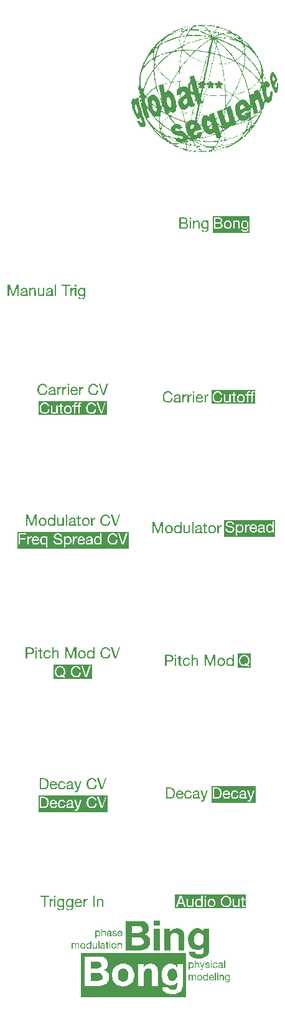
<source format=gbr>
%TF.GenerationSoftware,KiCad,Pcbnew,8.0.5*%
%TF.CreationDate,2024-10-13T13:29:01-04:00*%
%TF.ProjectId,2024.10.10 Bing Bong Drum Module FACEPLATE,32303234-2e31-4302-9e31-302042696e67,rev?*%
%TF.SameCoordinates,Original*%
%TF.FileFunction,Legend,Top*%
%TF.FilePolarity,Positive*%
%FSLAX46Y46*%
G04 Gerber Fmt 4.6, Leading zero omitted, Abs format (unit mm)*
G04 Created by KiCad (PCBNEW 8.0.5) date 2024-10-13 13:29:01*
%MOMM*%
%LPD*%
G01*
G04 APERTURE LIST*
%ADD10C,0.250000*%
%ADD11C,0.150000*%
%ADD12C,0.600000*%
%ADD13C,0.300000*%
%ADD14C,0.000000*%
G04 APERTURE END LIST*
D10*
G36*
X159702722Y-134682184D02*
G01*
X159749843Y-134697840D01*
X159813727Y-134734190D01*
X159846563Y-134762320D01*
X159893160Y-134822479D01*
X159911776Y-134859406D01*
X159934129Y-134932364D01*
X159939986Y-134978475D01*
X159316067Y-134978475D01*
X159328547Y-134903027D01*
X159343178Y-134860505D01*
X159381053Y-134793734D01*
X159406559Y-134763419D01*
X159465599Y-134716333D01*
X159501814Y-134697840D01*
X159572851Y-134677650D01*
X159627111Y-134673660D01*
X159702722Y-134682184D01*
G37*
G36*
X162111793Y-135256179D02*
G01*
X162111626Y-135263093D01*
X162092742Y-135334581D01*
X162082072Y-135355074D01*
X162034124Y-135411884D01*
X161997868Y-135438762D01*
X161931175Y-135470868D01*
X161857088Y-135489164D01*
X161779867Y-135494316D01*
X161774661Y-135494284D01*
X161700000Y-135486256D01*
X161633688Y-135459877D01*
X161587526Y-135411884D01*
X161569940Y-135339710D01*
X161572346Y-135305201D01*
X161600348Y-135236762D01*
X161616675Y-135218993D01*
X161679117Y-135178876D01*
X161713836Y-135166113D01*
X161788293Y-135149200D01*
X161833751Y-135142640D01*
X161908827Y-135133080D01*
X161949485Y-135127610D01*
X162023499Y-135114762D01*
X162043236Y-135110040D01*
X162111793Y-135078859D01*
X162111793Y-135256179D01*
G37*
G36*
X158348181Y-134301603D02*
G01*
X158422714Y-134312323D01*
X158494782Y-134332957D01*
X158506769Y-134337704D01*
X158572766Y-134372153D01*
X158633216Y-134420869D01*
X158661008Y-134452009D01*
X158704203Y-134518292D01*
X158734093Y-134588814D01*
X158747104Y-134634092D01*
X158762122Y-134710808D01*
X158770365Y-134786485D01*
X158773456Y-134867815D01*
X158773482Y-134876259D01*
X158771221Y-134951530D01*
X158763407Y-135027550D01*
X158748366Y-135101917D01*
X158744905Y-135114396D01*
X158719385Y-135188790D01*
X158686086Y-135256871D01*
X158672732Y-135278161D01*
X158625837Y-135336871D01*
X158573081Y-135381842D01*
X158506564Y-135420759D01*
X158460607Y-135440094D01*
X158388757Y-135460229D01*
X158353262Y-135465739D01*
X158278329Y-135470788D01*
X158269731Y-135470868D01*
X157937805Y-135470868D01*
X157937805Y-134298503D01*
X158273761Y-134298503D01*
X158348181Y-134301603D01*
G37*
G36*
X163632176Y-136247165D02*
G01*
X157571469Y-136247165D01*
X157571469Y-135470868D01*
X157738136Y-135470868D01*
X157738136Y-135635000D01*
X158252878Y-135635000D01*
X158332204Y-135632493D01*
X158406691Y-135624972D01*
X158485894Y-135610237D01*
X158558778Y-135588954D01*
X158576011Y-135582609D01*
X158649054Y-135549224D01*
X158714446Y-135508421D01*
X158772187Y-135460198D01*
X158800959Y-135430202D01*
X158846944Y-135370320D01*
X158885568Y-135303192D01*
X158916831Y-135228820D01*
X158931018Y-135184371D01*
X158949451Y-135108580D01*
X158953795Y-135081789D01*
X159127023Y-135081789D01*
X159132333Y-135158468D01*
X159143223Y-135231426D01*
X159161650Y-135307383D01*
X159163660Y-135314064D01*
X159189930Y-135383602D01*
X159227376Y-135451462D01*
X159261479Y-135496880D01*
X159314613Y-135549516D01*
X159376197Y-135592570D01*
X159421947Y-135615949D01*
X159491799Y-135640144D01*
X159569876Y-135654297D01*
X159647993Y-135658447D01*
X159725761Y-135653941D01*
X159807254Y-135637758D01*
X159880871Y-135609806D01*
X159946610Y-135570084D01*
X159954274Y-135564291D01*
X160009892Y-135511283D01*
X160054749Y-135446780D01*
X160088844Y-135370782D01*
X160109849Y-135294855D01*
X160112177Y-135283290D01*
X159935589Y-135283290D01*
X159911323Y-135355624D01*
X159869338Y-135416777D01*
X159839968Y-135442292D01*
X159774318Y-135475975D01*
X159701803Y-135491826D01*
X159654221Y-135494316D01*
X159576518Y-135487956D01*
X159504813Y-135467154D01*
X159500715Y-135465373D01*
X159434950Y-135426553D01*
X159393736Y-135387704D01*
X159351842Y-135324804D01*
X159332554Y-135275963D01*
X159318141Y-135202753D01*
X159316067Y-135142606D01*
X160129030Y-135142606D01*
X160128669Y-135099009D01*
X160253960Y-135099009D01*
X160257144Y-135174013D01*
X160268002Y-135252055D01*
X160286566Y-135325422D01*
X160315452Y-135398838D01*
X160353199Y-135464113D01*
X160383286Y-135503108D01*
X160440518Y-135557973D01*
X160502471Y-135598742D01*
X160542655Y-135618147D01*
X160618338Y-135642705D01*
X160694683Y-135655259D01*
X160762107Y-135658447D01*
X160837064Y-135654596D01*
X160916733Y-135640368D01*
X160988022Y-135615657D01*
X161059234Y-135574578D01*
X161090736Y-135548904D01*
X161145461Y-135488156D01*
X161183955Y-135425497D01*
X161210929Y-135360593D01*
X161380896Y-135360593D01*
X161386296Y-135426630D01*
X161409106Y-135498346D01*
X161433321Y-135537896D01*
X161486043Y-135590303D01*
X161528238Y-135615796D01*
X161600348Y-135641960D01*
X161664045Y-135653794D01*
X161739933Y-135658447D01*
X161802543Y-135655404D01*
X161875603Y-135643420D01*
X161950959Y-135619979D01*
X162004070Y-135594457D01*
X162068933Y-135548346D01*
X162122418Y-135493949D01*
X162128136Y-135552716D01*
X162163084Y-135619979D01*
X162201139Y-135644885D01*
X162273726Y-135658447D01*
X162330003Y-135654634D01*
X162401587Y-135631336D01*
X162401587Y-135493949D01*
X162346999Y-135494316D01*
X162297540Y-135465373D01*
X162294334Y-135448841D01*
X162290212Y-135374515D01*
X162290212Y-134826067D01*
X162290177Y-134820286D01*
X162282323Y-134746635D01*
X162254309Y-134675491D01*
X162218726Y-134629820D01*
X162159787Y-134585732D01*
X162101773Y-134560337D01*
X162085034Y-134556423D01*
X162449214Y-134556423D01*
X162879693Y-135633534D01*
X162806053Y-135815617D01*
X162798403Y-135832966D01*
X162750366Y-135889989D01*
X162730926Y-135901530D01*
X162659141Y-135916367D01*
X162607850Y-135910872D01*
X162553995Y-135897316D01*
X162553995Y-136061448D01*
X162615178Y-136076102D01*
X162678192Y-136080498D01*
X162706654Y-136079514D01*
X162781873Y-136064745D01*
X162801328Y-136056941D01*
X162863939Y-136014187D01*
X162888390Y-135987877D01*
X162930984Y-135924427D01*
X162963602Y-135859293D01*
X162992899Y-135789972D01*
X163465509Y-134556423D01*
X163276465Y-134556423D01*
X162972016Y-135446688D01*
X162967986Y-135446688D01*
X162650715Y-134556423D01*
X162449214Y-134556423D01*
X162085034Y-134556423D01*
X162028628Y-134543234D01*
X161956088Y-134535540D01*
X161882815Y-134532976D01*
X161859912Y-134533285D01*
X161782545Y-134539235D01*
X161709525Y-134552759D01*
X161704505Y-134553997D01*
X161633321Y-134578405D01*
X161565910Y-134616507D01*
X161561996Y-134619304D01*
X161505988Y-134671362D01*
X161464794Y-134732644D01*
X161451828Y-134760581D01*
X161430791Y-134834682D01*
X161423028Y-134908133D01*
X161601448Y-134908133D01*
X161606217Y-134864877D01*
X161630363Y-134794982D01*
X161683147Y-134741437D01*
X161723424Y-134722043D01*
X161798935Y-134702345D01*
X161872557Y-134697107D01*
X161883016Y-134697204D01*
X161957187Y-134703335D01*
X161965219Y-134704612D01*
X162035223Y-134728248D01*
X162039523Y-134730604D01*
X162092009Y-134781737D01*
X162101626Y-134800742D01*
X162113991Y-134874794D01*
X162113875Y-134880929D01*
X162084316Y-134950631D01*
X162072578Y-134959823D01*
X162004448Y-134989832D01*
X161961007Y-134999581D01*
X161887944Y-135010348D01*
X161824430Y-135018747D01*
X161748360Y-135031964D01*
X161684088Y-135045010D01*
X161612805Y-135063105D01*
X161561582Y-135081188D01*
X161495202Y-135118060D01*
X161456793Y-135150859D01*
X161412404Y-135211849D01*
X161410465Y-135215499D01*
X161386927Y-135287403D01*
X161382617Y-135339710D01*
X161380896Y-135360593D01*
X161210929Y-135360593D01*
X161213682Y-135353968D01*
X161234645Y-135273568D01*
X161240945Y-135236395D01*
X161058496Y-135236395D01*
X161040069Y-135314280D01*
X161004366Y-135384433D01*
X160966905Y-135426905D01*
X160902986Y-135467983D01*
X160830091Y-135488983D01*
X160760275Y-135494316D01*
X160686430Y-135486990D01*
X160615195Y-135460976D01*
X160554079Y-135416103D01*
X160516643Y-135371584D01*
X160480450Y-135303951D01*
X160460956Y-135244455D01*
X160447492Y-135172007D01*
X160443004Y-135097543D01*
X160446707Y-135022077D01*
X160457816Y-134948865D01*
X160459856Y-134939274D01*
X160482205Y-134867192D01*
X160515544Y-134804085D01*
X160564147Y-134748032D01*
X160619225Y-134709563D01*
X160692315Y-134682636D01*
X160769191Y-134673800D01*
X160781158Y-134673660D01*
X160859795Y-134681439D01*
X160930217Y-134707425D01*
X160961776Y-134728981D01*
X161011674Y-134786012D01*
X161042311Y-134854416D01*
X161050069Y-134884685D01*
X161234717Y-134884685D01*
X161221485Y-134810217D01*
X161196280Y-134739892D01*
X161184525Y-134717257D01*
X161142257Y-134656361D01*
X161086524Y-134603296D01*
X161082676Y-134600387D01*
X161015997Y-134559995D01*
X160944835Y-134533275D01*
X160939794Y-134531877D01*
X160866774Y-134516600D01*
X160789407Y-134509878D01*
X160766503Y-134509528D01*
X160689438Y-134514001D01*
X160611774Y-134529251D01*
X160541556Y-134555324D01*
X160473824Y-134594462D01*
X160415160Y-134643183D01*
X160381088Y-134680987D01*
X160337588Y-134744580D01*
X160303259Y-134816107D01*
X160285467Y-134868199D01*
X160267529Y-134943903D01*
X160257037Y-135023417D01*
X160253960Y-135099009D01*
X160128669Y-135099009D01*
X160128394Y-135065772D01*
X160121385Y-134992626D01*
X160111078Y-134930847D01*
X160091723Y-134856355D01*
X160063883Y-134786019D01*
X160031210Y-134725683D01*
X159987164Y-134664891D01*
X159934112Y-134611977D01*
X159878070Y-134570711D01*
X159806486Y-134535878D01*
X159731267Y-134516758D01*
X159655311Y-134509767D01*
X159637369Y-134509528D01*
X159562920Y-134514550D01*
X159486541Y-134531483D01*
X159432571Y-134552027D01*
X159366007Y-134588692D01*
X159306450Y-134634940D01*
X159270638Y-134671095D01*
X159223806Y-134732438D01*
X159185527Y-134801612D01*
X159164759Y-134852079D01*
X159143275Y-134926331D01*
X159135000Y-134978475D01*
X159130708Y-135005518D01*
X159127023Y-135081789D01*
X158953795Y-135081789D01*
X158962617Y-135027384D01*
X158969818Y-134951905D01*
X158972986Y-134872289D01*
X158973150Y-134848782D01*
X158970231Y-134761358D01*
X158961472Y-134679705D01*
X158946875Y-134603821D01*
X158920417Y-134517082D01*
X158884836Y-134439358D01*
X158840132Y-134370651D01*
X158786305Y-134310959D01*
X158724015Y-134260087D01*
X158653927Y-134217837D01*
X158576039Y-134184209D01*
X158490351Y-134159204D01*
X158416185Y-134145408D01*
X158337027Y-134137131D01*
X158252878Y-134134371D01*
X157738136Y-134134371D01*
X157738136Y-135470868D01*
X157571469Y-135470868D01*
X157571469Y-133967704D01*
X163632176Y-133967704D01*
X163632176Y-136247165D01*
G37*
G36*
X152011459Y-116102203D02*
G01*
X152087562Y-116111820D01*
X152166517Y-116133459D01*
X152234883Y-116166317D01*
X152300051Y-116217608D01*
X152327356Y-116248383D01*
X152371045Y-116318725D01*
X152397327Y-116389891D01*
X152412459Y-116470033D01*
X152416554Y-116545870D01*
X152415530Y-116584623D01*
X152405177Y-116668710D01*
X152383674Y-116743926D01*
X152351021Y-116810271D01*
X152300051Y-116875232D01*
X152252485Y-116915370D01*
X152187191Y-116951487D01*
X152111344Y-116976068D01*
X152037933Y-116987956D01*
X151956767Y-116991369D01*
X151498812Y-116991369D01*
X151498812Y-117601000D01*
X151299143Y-117601000D01*
X151299143Y-116827238D01*
X151498812Y-116827238D01*
X151889356Y-116827238D01*
X151920428Y-116826925D01*
X151995447Y-116819666D01*
X152073185Y-116797455D01*
X152138118Y-116756163D01*
X152182963Y-116698421D01*
X152209194Y-116625440D01*
X152216886Y-116545870D01*
X152210655Y-116473778D01*
X152186117Y-116399754D01*
X152138118Y-116336676D01*
X152111275Y-116315884D01*
X152044228Y-116284872D01*
X151968651Y-116269014D01*
X151889356Y-116264503D01*
X151498812Y-116264503D01*
X151498812Y-116827238D01*
X151299143Y-116827238D01*
X151299143Y-116100371D01*
X151956401Y-116100371D01*
X152011459Y-116102203D01*
G37*
G36*
X152818822Y-116311397D02*
G01*
X152818822Y-116100371D01*
X152640403Y-116100371D01*
X152640403Y-116311397D01*
X152818822Y-116311397D01*
G37*
G36*
X152640403Y-116515462D02*
G01*
X152640403Y-117601000D01*
X152818822Y-117601000D01*
X152818822Y-116515462D01*
X152640403Y-116515462D01*
G37*
G36*
X153343456Y-116522423D02*
G01*
X153343456Y-116194161D01*
X153165037Y-116194161D01*
X153165037Y-116522423D01*
X152980389Y-116522423D01*
X152980389Y-116686554D01*
X153165037Y-116686554D01*
X153165037Y-117367259D01*
X153169673Y-117441886D01*
X153179691Y-117487427D01*
X153217398Y-117551220D01*
X153224754Y-117557769D01*
X153292634Y-117589224D01*
X153304621Y-117591840D01*
X153378057Y-117599917D01*
X153423323Y-117601000D01*
X153559977Y-117601000D01*
X153559977Y-117436868D01*
X153477912Y-117436868D01*
X153409402Y-117433937D01*
X153368735Y-117420382D01*
X153348585Y-117391806D01*
X153343456Y-117342713D01*
X153343456Y-116686554D01*
X153559977Y-116686554D01*
X153559977Y-116522423D01*
X153343456Y-116522423D01*
G37*
G36*
X154493840Y-116850685D02*
G01*
X154678487Y-116850685D01*
X154665255Y-116776217D01*
X154640050Y-116705892D01*
X154628295Y-116683257D01*
X154586028Y-116622361D01*
X154530294Y-116569296D01*
X154526446Y-116566387D01*
X154459768Y-116525995D01*
X154388606Y-116499275D01*
X154383564Y-116497877D01*
X154310545Y-116482600D01*
X154233177Y-116475878D01*
X154210274Y-116475528D01*
X154133209Y-116480001D01*
X154055544Y-116495251D01*
X153985326Y-116521324D01*
X153917595Y-116560462D01*
X153858930Y-116609183D01*
X153824859Y-116646987D01*
X153781359Y-116710580D01*
X153747029Y-116782107D01*
X153729238Y-116834199D01*
X153711299Y-116909903D01*
X153700807Y-116989417D01*
X153697730Y-117065009D01*
X153700914Y-117140013D01*
X153711773Y-117218055D01*
X153730337Y-117291422D01*
X153759222Y-117364838D01*
X153796969Y-117430113D01*
X153827057Y-117469108D01*
X153884289Y-117523973D01*
X153946241Y-117564742D01*
X153986425Y-117584147D01*
X154062108Y-117608705D01*
X154138454Y-117621259D01*
X154205877Y-117624447D01*
X154280835Y-117620596D01*
X154360504Y-117606368D01*
X154431793Y-117581657D01*
X154503005Y-117540578D01*
X154534506Y-117514904D01*
X154589232Y-117454156D01*
X154627725Y-117391497D01*
X154657453Y-117319968D01*
X154678415Y-117239568D01*
X154684716Y-117202395D01*
X154502266Y-117202395D01*
X154483840Y-117280280D01*
X154448137Y-117350433D01*
X154410675Y-117392905D01*
X154346756Y-117433983D01*
X154273862Y-117454983D01*
X154204046Y-117460316D01*
X154130200Y-117452990D01*
X154058965Y-117426976D01*
X153997850Y-117382103D01*
X153960413Y-117337584D01*
X153924221Y-117269951D01*
X153904726Y-117210455D01*
X153891262Y-117138007D01*
X153886774Y-117063543D01*
X153890477Y-116988077D01*
X153901586Y-116914865D01*
X153903627Y-116905274D01*
X153925975Y-116833192D01*
X153959314Y-116770085D01*
X154007917Y-116714032D01*
X154062995Y-116675563D01*
X154136085Y-116648636D01*
X154212961Y-116639800D01*
X154224928Y-116639660D01*
X154303565Y-116647439D01*
X154373987Y-116673425D01*
X154405546Y-116694981D01*
X154455445Y-116752012D01*
X154486081Y-116820416D01*
X154493840Y-116850685D01*
G37*
G36*
X154883651Y-116100371D02*
G01*
X154883651Y-117601000D01*
X155062071Y-117601000D01*
X155062071Y-116982577D01*
X155067654Y-116907254D01*
X155081854Y-116846289D01*
X155112757Y-116777577D01*
X155141938Y-116737113D01*
X155199583Y-116687253D01*
X155241589Y-116665305D01*
X155316023Y-116644568D01*
X155383372Y-116639660D01*
X155459702Y-116649455D01*
X155525538Y-116681912D01*
X155544939Y-116699011D01*
X155587276Y-116763910D01*
X155603405Y-116841187D01*
X155603924Y-116859845D01*
X155603924Y-117601000D01*
X155782343Y-117601000D01*
X155782343Y-116877796D01*
X155778907Y-116802663D01*
X155767599Y-116729011D01*
X155764391Y-116715131D01*
X155738158Y-116642679D01*
X155702475Y-116588369D01*
X155648009Y-116538543D01*
X155587071Y-116505570D01*
X155512286Y-116484007D01*
X155434841Y-116475998D01*
X155408651Y-116475528D01*
X155334257Y-116481917D01*
X155308634Y-116486886D01*
X155236985Y-116509647D01*
X155210082Y-116522057D01*
X155147213Y-116562954D01*
X155125085Y-116582873D01*
X155081165Y-116641891D01*
X155066467Y-116674098D01*
X155062071Y-116674098D01*
X155062071Y-116100371D01*
X154883651Y-116100371D01*
G37*
G36*
X156667113Y-116100371D02*
G01*
X156667113Y-117601000D01*
X156855790Y-117601000D01*
X156855790Y-116352430D01*
X156859820Y-116352430D01*
X157328400Y-117601000D01*
X157498393Y-117601000D01*
X157966973Y-116352430D01*
X157971003Y-116352430D01*
X157971003Y-117601000D01*
X158160047Y-117601000D01*
X158160047Y-116100371D01*
X157887106Y-116100371D01*
X157412298Y-117361397D01*
X156940054Y-116100371D01*
X156667113Y-116100371D01*
G37*
G36*
X159008650Y-116479893D02*
G01*
X159087329Y-116494778D01*
X159158390Y-116520225D01*
X159205376Y-116544634D01*
X159268642Y-116588975D01*
X159323254Y-116642591D01*
X159358477Y-116688482D01*
X159397057Y-116756523D01*
X159424004Y-116825773D01*
X159443194Y-116899966D01*
X159454418Y-116977968D01*
X159457709Y-117052186D01*
X159454418Y-117126332D01*
X159443194Y-117204090D01*
X159424004Y-117277866D01*
X159405205Y-117328241D01*
X159369020Y-117397622D01*
X159323254Y-117459583D01*
X159287808Y-117496288D01*
X159227426Y-117543360D01*
X159158390Y-117580849D01*
X159087329Y-117605671D01*
X159008650Y-117620189D01*
X158930511Y-117624447D01*
X158853231Y-117620189D01*
X158774835Y-117605671D01*
X158703365Y-117580849D01*
X158656036Y-117556921D01*
X158592340Y-117513043D01*
X158537402Y-117459583D01*
X158502327Y-117413807D01*
X158463764Y-117346282D01*
X158436652Y-117277866D01*
X158417671Y-117204090D01*
X158406569Y-117126332D01*
X158403313Y-117052186D01*
X158403361Y-117051087D01*
X158592357Y-117051087D01*
X158592992Y-117081348D01*
X158600587Y-117155003D01*
X158618369Y-117226209D01*
X158647445Y-117292519D01*
X158690909Y-117354436D01*
X158734566Y-117394758D01*
X158799353Y-117433205D01*
X158854931Y-117451738D01*
X158930511Y-117460316D01*
X158989696Y-117455126D01*
X159061669Y-117433205D01*
X159112830Y-117404604D01*
X159169747Y-117354436D01*
X159211146Y-117296551D01*
X159242287Y-117226209D01*
X159249886Y-117201744D01*
X159264312Y-117127532D01*
X159268665Y-117051087D01*
X159268021Y-117020826D01*
X159260319Y-116947171D01*
X159242287Y-116875965D01*
X159213393Y-116809230D01*
X159169747Y-116746638D01*
X159126340Y-116705635D01*
X159061669Y-116667137D01*
X159006091Y-116648354D01*
X158930511Y-116639660D01*
X158871326Y-116644919D01*
X158799353Y-116667137D01*
X158748122Y-116695698D01*
X158690909Y-116746638D01*
X158649693Y-116805165D01*
X158618369Y-116875965D01*
X158610875Y-116900429D01*
X158596650Y-116974641D01*
X158592357Y-117051087D01*
X158403361Y-117051087D01*
X158406569Y-116977968D01*
X158417671Y-116899966D01*
X158436652Y-116825773D01*
X158455589Y-116774756D01*
X158491807Y-116704758D01*
X158537402Y-116642591D01*
X158573054Y-116605817D01*
X158633830Y-116558384D01*
X158703365Y-116520225D01*
X158774835Y-116494778D01*
X158853231Y-116479893D01*
X158930511Y-116475528D01*
X159008650Y-116479893D01*
G37*
G36*
X160637036Y-117601366D02*
G01*
X160458616Y-117601366D01*
X160458616Y-117454087D01*
X160454220Y-117454087D01*
X160432567Y-117491258D01*
X160379516Y-117547453D01*
X160315734Y-117584513D01*
X160261059Y-117603817D01*
X160183470Y-117619728D01*
X160107639Y-117624447D01*
X160039327Y-117620737D01*
X159962840Y-117606129D01*
X159888187Y-117577552D01*
X159843445Y-117552136D01*
X159783716Y-117506626D01*
X159732849Y-117452256D01*
X159703792Y-117411292D01*
X159667333Y-117343921D01*
X159639426Y-117269440D01*
X159622811Y-117202929D01*
X159611642Y-117126874D01*
X159608471Y-117059513D01*
X159796963Y-117059513D01*
X159801909Y-117134251D01*
X159816746Y-117207524D01*
X159840145Y-117271806D01*
X159877563Y-117336484D01*
X159921102Y-117384650D01*
X159982709Y-117426976D01*
X159986738Y-117429028D01*
X160057034Y-117452990D01*
X160132919Y-117460316D01*
X160138548Y-117460281D01*
X160216541Y-117451431D01*
X160286425Y-117424778D01*
X160340430Y-117386369D01*
X160389374Y-117331355D01*
X160421901Y-117273707D01*
X160446893Y-117200197D01*
X160460357Y-117126100D01*
X160464845Y-117051087D01*
X160464826Y-117046100D01*
X160460082Y-116972593D01*
X160445794Y-116896847D01*
X160423366Y-116830805D01*
X160386076Y-116765689D01*
X160342295Y-116717362D01*
X160279831Y-116674464D01*
X160271618Y-116670250D01*
X160198184Y-116646321D01*
X160122660Y-116639660D01*
X160117032Y-116639695D01*
X160039038Y-116648636D01*
X159969154Y-116675563D01*
X159915632Y-116714032D01*
X159868404Y-116770085D01*
X159835889Y-116832917D01*
X159813815Y-116904175D01*
X159812779Y-116908896D01*
X159800666Y-116985603D01*
X159796963Y-117059513D01*
X159608471Y-117059513D01*
X159607919Y-117047789D01*
X159610888Y-116975998D01*
X159621014Y-116899920D01*
X159638327Y-116826872D01*
X159655500Y-116776336D01*
X159688645Y-116706802D01*
X159730651Y-116644789D01*
X159763578Y-116607946D01*
X159820353Y-116560153D01*
X159885989Y-116521324D01*
X159954019Y-116495251D01*
X160029149Y-116480001D01*
X160103609Y-116475528D01*
X160119503Y-116475825D01*
X160193735Y-116483955D01*
X160217915Y-116488901D01*
X160290455Y-116512531D01*
X160317223Y-116524674D01*
X160381680Y-116564921D01*
X160407340Y-116586646D01*
X160454220Y-116645521D01*
X160458616Y-116645521D01*
X160458616Y-116100371D01*
X160637036Y-116100371D01*
X160637036Y-117601366D01*
G37*
G36*
X136168317Y-135952184D02*
G01*
X136215438Y-135967840D01*
X136279322Y-136004190D01*
X136312158Y-136032320D01*
X136358755Y-136092479D01*
X136377371Y-136129406D01*
X136399724Y-136202364D01*
X136405581Y-136248475D01*
X135781662Y-136248475D01*
X135794142Y-136173027D01*
X135808773Y-136130505D01*
X135846648Y-136063734D01*
X135872154Y-136033419D01*
X135931194Y-135986333D01*
X135967409Y-135967840D01*
X136038446Y-135947650D01*
X136092706Y-135943660D01*
X136168317Y-135952184D01*
G37*
G36*
X138577388Y-136526179D02*
G01*
X138577221Y-136533093D01*
X138558337Y-136604581D01*
X138547667Y-136625074D01*
X138499719Y-136681884D01*
X138463463Y-136708762D01*
X138396770Y-136740868D01*
X138322683Y-136759164D01*
X138245462Y-136764316D01*
X138240256Y-136764284D01*
X138165595Y-136756256D01*
X138099283Y-136729877D01*
X138053121Y-136681884D01*
X138035535Y-136609710D01*
X138037941Y-136575201D01*
X138065943Y-136506762D01*
X138082270Y-136488993D01*
X138144712Y-136448876D01*
X138179431Y-136436113D01*
X138253888Y-136419200D01*
X138299346Y-136412640D01*
X138374422Y-136403080D01*
X138415080Y-136397610D01*
X138489094Y-136384762D01*
X138508831Y-136380040D01*
X138577388Y-136348859D01*
X138577388Y-136526179D01*
G37*
G36*
X134813776Y-135571603D02*
G01*
X134888309Y-135582323D01*
X134960377Y-135602957D01*
X134972364Y-135607704D01*
X135038361Y-135642153D01*
X135098811Y-135690869D01*
X135126603Y-135722009D01*
X135169798Y-135788292D01*
X135199688Y-135858814D01*
X135212699Y-135904092D01*
X135227717Y-135980808D01*
X135235960Y-136056485D01*
X135239051Y-136137815D01*
X135239077Y-136146259D01*
X135236816Y-136221530D01*
X135229002Y-136297550D01*
X135213961Y-136371917D01*
X135210500Y-136384396D01*
X135184980Y-136458790D01*
X135151681Y-136526871D01*
X135138327Y-136548161D01*
X135091432Y-136606871D01*
X135038676Y-136651842D01*
X134972159Y-136690759D01*
X134926202Y-136710094D01*
X134854352Y-136730229D01*
X134818857Y-136735739D01*
X134743924Y-136740788D01*
X134735326Y-136740868D01*
X134403400Y-136740868D01*
X134403400Y-135568503D01*
X134739356Y-135568503D01*
X134813776Y-135571603D01*
G37*
G36*
X143499830Y-137517165D02*
G01*
X134037064Y-137517165D01*
X134037064Y-136740868D01*
X134203731Y-136740868D01*
X134203731Y-136905000D01*
X134718473Y-136905000D01*
X134797799Y-136902493D01*
X134872286Y-136894972D01*
X134951489Y-136880237D01*
X135024373Y-136858954D01*
X135041606Y-136852609D01*
X135114649Y-136819224D01*
X135180041Y-136778421D01*
X135237782Y-136730198D01*
X135266554Y-136700202D01*
X135312539Y-136640320D01*
X135351163Y-136573192D01*
X135382426Y-136498820D01*
X135396613Y-136454371D01*
X135415046Y-136378580D01*
X135419390Y-136351789D01*
X135592618Y-136351789D01*
X135597928Y-136428468D01*
X135608818Y-136501426D01*
X135627245Y-136577383D01*
X135629255Y-136584064D01*
X135655525Y-136653602D01*
X135692971Y-136721462D01*
X135727074Y-136766880D01*
X135780208Y-136819516D01*
X135841792Y-136862570D01*
X135887542Y-136885949D01*
X135957394Y-136910144D01*
X136035471Y-136924297D01*
X136113588Y-136928447D01*
X136191356Y-136923941D01*
X136272849Y-136907758D01*
X136346466Y-136879806D01*
X136412205Y-136840084D01*
X136419869Y-136834291D01*
X136475487Y-136781283D01*
X136520344Y-136716780D01*
X136554439Y-136640782D01*
X136575444Y-136564855D01*
X136577772Y-136553290D01*
X136401184Y-136553290D01*
X136376918Y-136625624D01*
X136334933Y-136686777D01*
X136305563Y-136712292D01*
X136239913Y-136745975D01*
X136167398Y-136761826D01*
X136119816Y-136764316D01*
X136042113Y-136757956D01*
X135970408Y-136737154D01*
X135966310Y-136735373D01*
X135900545Y-136696553D01*
X135859331Y-136657704D01*
X135817437Y-136594804D01*
X135798149Y-136545963D01*
X135783736Y-136472753D01*
X135781662Y-136412606D01*
X136594625Y-136412606D01*
X136594264Y-136369009D01*
X136719555Y-136369009D01*
X136722739Y-136444013D01*
X136733597Y-136522055D01*
X136752161Y-136595422D01*
X136781047Y-136668838D01*
X136818794Y-136734113D01*
X136848881Y-136773108D01*
X136906113Y-136827973D01*
X136968066Y-136868742D01*
X137008250Y-136888147D01*
X137083933Y-136912705D01*
X137160278Y-136925259D01*
X137227702Y-136928447D01*
X137302659Y-136924596D01*
X137382328Y-136910368D01*
X137453617Y-136885657D01*
X137524829Y-136844578D01*
X137556331Y-136818904D01*
X137611056Y-136758156D01*
X137649550Y-136695497D01*
X137676524Y-136630593D01*
X137846491Y-136630593D01*
X137851891Y-136696630D01*
X137874701Y-136768346D01*
X137898916Y-136807896D01*
X137951638Y-136860303D01*
X137993833Y-136885796D01*
X138065943Y-136911960D01*
X138129640Y-136923794D01*
X138205528Y-136928447D01*
X138268138Y-136925404D01*
X138341198Y-136913420D01*
X138416554Y-136889979D01*
X138469665Y-136864457D01*
X138534528Y-136818346D01*
X138588013Y-136763949D01*
X138593731Y-136822716D01*
X138628679Y-136889979D01*
X138666734Y-136914885D01*
X138739321Y-136928447D01*
X138795598Y-136924634D01*
X138867182Y-136901336D01*
X138867182Y-136763949D01*
X138812594Y-136764316D01*
X138763135Y-136735373D01*
X138759929Y-136718841D01*
X138755807Y-136644515D01*
X138755807Y-136096067D01*
X138755772Y-136090286D01*
X138747918Y-136016635D01*
X138719904Y-135945491D01*
X138684321Y-135899820D01*
X138625382Y-135855732D01*
X138567368Y-135830337D01*
X138550629Y-135826423D01*
X138914809Y-135826423D01*
X139345288Y-136903534D01*
X139271648Y-137085617D01*
X139263998Y-137102966D01*
X139215961Y-137159989D01*
X139196521Y-137171530D01*
X139124736Y-137186367D01*
X139073445Y-137180872D01*
X139019590Y-137167316D01*
X139019590Y-137331448D01*
X139080773Y-137346102D01*
X139143787Y-137350498D01*
X139172249Y-137349514D01*
X139247468Y-137334745D01*
X139266923Y-137326941D01*
X139329534Y-137284187D01*
X139353985Y-137257877D01*
X139396579Y-137194427D01*
X139429197Y-137129293D01*
X139458494Y-137059972D01*
X139803371Y-136159815D01*
X140620602Y-136159815D01*
X140623281Y-136239316D01*
X140631318Y-136316252D01*
X140644713Y-136390624D01*
X140663466Y-136462431D01*
X140691174Y-136538639D01*
X140725664Y-136608993D01*
X140766934Y-136673493D01*
X140792793Y-136706796D01*
X140844876Y-136761581D01*
X140903857Y-136809295D01*
X140969735Y-136849938D01*
X141009314Y-136869462D01*
X141085979Y-136897975D01*
X141160013Y-136915486D01*
X141239589Y-136925624D01*
X141313763Y-136928447D01*
X141400667Y-136924628D01*
X141481632Y-136913170D01*
X141556658Y-136894073D01*
X141625745Y-136867338D01*
X141700809Y-136825174D01*
X141767322Y-136772009D01*
X141824754Y-136708751D01*
X141872577Y-136636580D01*
X141905090Y-136569630D01*
X141930931Y-136496489D01*
X141950098Y-136417159D01*
X141962594Y-136331639D01*
X141763292Y-136331639D01*
X141753822Y-136404597D01*
X141734428Y-136478568D01*
X141725190Y-136503831D01*
X141690602Y-136573876D01*
X141645227Y-136634262D01*
X141638361Y-136641584D01*
X141581486Y-136690034D01*
X141515272Y-136727536D01*
X141505738Y-136731709D01*
X141434531Y-136753999D01*
X141360876Y-136763520D01*
X141330615Y-136764316D01*
X141250266Y-136759450D01*
X141177286Y-136744853D01*
X141105521Y-136717556D01*
X141099440Y-136714490D01*
X141032017Y-136672330D01*
X140974280Y-136620586D01*
X140941170Y-136580767D01*
X140899267Y-136513774D01*
X140868822Y-136445213D01*
X140849579Y-136384030D01*
X140834123Y-136311987D01*
X140824392Y-136237369D01*
X140820385Y-136160175D01*
X140820270Y-136144427D01*
X140823733Y-136065578D01*
X140834123Y-135988721D01*
X140849579Y-135920579D01*
X140873791Y-135849133D01*
X140908893Y-135777709D01*
X140941170Y-135728604D01*
X140992295Y-135670472D01*
X141052797Y-135621923D01*
X141098341Y-135594881D01*
X141168669Y-135566513D01*
X141240568Y-135550943D01*
X141320052Y-135545104D01*
X141328417Y-135545055D01*
X141404484Y-135550047D01*
X141483599Y-135567596D01*
X141555875Y-135597780D01*
X141600260Y-135624923D01*
X141658358Y-135676166D01*
X141703647Y-135740044D01*
X141733151Y-135807432D01*
X141748637Y-135864525D01*
X141947939Y-135864525D01*
X141933721Y-135792440D01*
X141909569Y-135719593D01*
X141876498Y-135653499D01*
X141831693Y-135589288D01*
X141779160Y-135534042D01*
X141739844Y-135502191D01*
X141675273Y-135461473D01*
X141604106Y-135428895D01*
X141552999Y-135411699D01*
X141522237Y-135404371D01*
X142045759Y-135404371D01*
X142572957Y-136905000D01*
X142799736Y-136905000D01*
X143333163Y-135404371D01*
X143125068Y-135404371D01*
X142692391Y-136705331D01*
X142688361Y-136705331D01*
X142260082Y-135404371D01*
X142045759Y-135404371D01*
X141522237Y-135404371D01*
X141479447Y-135394178D01*
X141402865Y-135383929D01*
X141330615Y-135380924D01*
X141257140Y-135383852D01*
X141177719Y-135394368D01*
X141103153Y-135412531D01*
X141033440Y-135438343D01*
X141025068Y-135442107D01*
X140953532Y-135480029D01*
X140888952Y-135524964D01*
X140831327Y-135576912D01*
X140802318Y-135608803D01*
X140755454Y-135671052D01*
X140715430Y-135739097D01*
X140682244Y-135812938D01*
X140666763Y-135856465D01*
X140646568Y-135928593D01*
X140632142Y-136003194D01*
X140623487Y-136080268D01*
X140620602Y-136159815D01*
X139803371Y-136159815D01*
X139931104Y-135826423D01*
X139742060Y-135826423D01*
X139437611Y-136716688D01*
X139433581Y-136716688D01*
X139116310Y-135826423D01*
X138914809Y-135826423D01*
X138550629Y-135826423D01*
X138494223Y-135813234D01*
X138421683Y-135805540D01*
X138348410Y-135802976D01*
X138325507Y-135803285D01*
X138248140Y-135809235D01*
X138175120Y-135822759D01*
X138170100Y-135823997D01*
X138098916Y-135848405D01*
X138031505Y-135886507D01*
X138027591Y-135889304D01*
X137971583Y-135941362D01*
X137930389Y-136002644D01*
X137917423Y-136030581D01*
X137896386Y-136104682D01*
X137888623Y-136178133D01*
X138067043Y-136178133D01*
X138071812Y-136134877D01*
X138095958Y-136064982D01*
X138148742Y-136011437D01*
X138189019Y-135992043D01*
X138264530Y-135972345D01*
X138338152Y-135967107D01*
X138348611Y-135967204D01*
X138422782Y-135973335D01*
X138430814Y-135974612D01*
X138500818Y-135998248D01*
X138505118Y-136000604D01*
X138557604Y-136051737D01*
X138567221Y-136070742D01*
X138579586Y-136144794D01*
X138579470Y-136150929D01*
X138549911Y-136220631D01*
X138538173Y-136229823D01*
X138470043Y-136259832D01*
X138426602Y-136269581D01*
X138353539Y-136280348D01*
X138290025Y-136288747D01*
X138213955Y-136301964D01*
X138149683Y-136315010D01*
X138078400Y-136333105D01*
X138027177Y-136351188D01*
X137960797Y-136388060D01*
X137922388Y-136420859D01*
X137877999Y-136481849D01*
X137876060Y-136485499D01*
X137852522Y-136557403D01*
X137848212Y-136609710D01*
X137846491Y-136630593D01*
X137676524Y-136630593D01*
X137679277Y-136623968D01*
X137700240Y-136543568D01*
X137706540Y-136506395D01*
X137524091Y-136506395D01*
X137505664Y-136584280D01*
X137469961Y-136654433D01*
X137432500Y-136696905D01*
X137368581Y-136737983D01*
X137295686Y-136758983D01*
X137225870Y-136764316D01*
X137152025Y-136756990D01*
X137080790Y-136730976D01*
X137019674Y-136686103D01*
X136982238Y-136641584D01*
X136946045Y-136573951D01*
X136926551Y-136514455D01*
X136913087Y-136442007D01*
X136908599Y-136367543D01*
X136912302Y-136292077D01*
X136923411Y-136218865D01*
X136925451Y-136209274D01*
X136947800Y-136137192D01*
X136981139Y-136074085D01*
X137029742Y-136018032D01*
X137084820Y-135979563D01*
X137157910Y-135952636D01*
X137234786Y-135943800D01*
X137246753Y-135943660D01*
X137325390Y-135951439D01*
X137395812Y-135977425D01*
X137427371Y-135998981D01*
X137477269Y-136056012D01*
X137507906Y-136124416D01*
X137515664Y-136154685D01*
X137700312Y-136154685D01*
X137687080Y-136080217D01*
X137661875Y-136009892D01*
X137650120Y-135987257D01*
X137607852Y-135926361D01*
X137552119Y-135873296D01*
X137548271Y-135870387D01*
X137481592Y-135829995D01*
X137410430Y-135803275D01*
X137405389Y-135801877D01*
X137332369Y-135786600D01*
X137255002Y-135779878D01*
X137232098Y-135779528D01*
X137155033Y-135784001D01*
X137077369Y-135799251D01*
X137007151Y-135825324D01*
X136939419Y-135864462D01*
X136880755Y-135913183D01*
X136846683Y-135950987D01*
X136803183Y-136014580D01*
X136768854Y-136086107D01*
X136751062Y-136138199D01*
X136733124Y-136213903D01*
X136722632Y-136293417D01*
X136719555Y-136369009D01*
X136594264Y-136369009D01*
X136593989Y-136335772D01*
X136586980Y-136262626D01*
X136576673Y-136200847D01*
X136557318Y-136126355D01*
X136529478Y-136056019D01*
X136496805Y-135995683D01*
X136452759Y-135934891D01*
X136399707Y-135881977D01*
X136343665Y-135840711D01*
X136272081Y-135805878D01*
X136196862Y-135786758D01*
X136120906Y-135779767D01*
X136102964Y-135779528D01*
X136028515Y-135784550D01*
X135952136Y-135801483D01*
X135898166Y-135822027D01*
X135831602Y-135858692D01*
X135772045Y-135904940D01*
X135736233Y-135941095D01*
X135689401Y-136002438D01*
X135651122Y-136071612D01*
X135630354Y-136122079D01*
X135608870Y-136196331D01*
X135600595Y-136248475D01*
X135596303Y-136275518D01*
X135592618Y-136351789D01*
X135419390Y-136351789D01*
X135428212Y-136297384D01*
X135435413Y-136221905D01*
X135438581Y-136142289D01*
X135438745Y-136118782D01*
X135435826Y-136031358D01*
X135427067Y-135949705D01*
X135412470Y-135873821D01*
X135386012Y-135787082D01*
X135350431Y-135709358D01*
X135305727Y-135640651D01*
X135251900Y-135580959D01*
X135189610Y-135530087D01*
X135119522Y-135487837D01*
X135041634Y-135454209D01*
X134955946Y-135429204D01*
X134881780Y-135415408D01*
X134802622Y-135407131D01*
X134718473Y-135404371D01*
X134203731Y-135404371D01*
X134203731Y-136740868D01*
X134037064Y-136740868D01*
X134037064Y-135214257D01*
X143499830Y-135214257D01*
X143499830Y-137517165D01*
G37*
G36*
X161513087Y-98485066D02*
G01*
X161583384Y-98509291D01*
X161587412Y-98511365D01*
X161648916Y-98553405D01*
X161692192Y-98601491D01*
X161729793Y-98666272D01*
X161753009Y-98730817D01*
X161768121Y-98803815D01*
X161773159Y-98878462D01*
X161769456Y-98952372D01*
X161757343Y-99029079D01*
X161756306Y-99033801D01*
X161734233Y-99105150D01*
X161701718Y-99168256D01*
X161651615Y-99227015D01*
X161602067Y-99262778D01*
X161532458Y-99289431D01*
X161458927Y-99298177D01*
X161447461Y-99298316D01*
X161371867Y-99291724D01*
X161298182Y-99268048D01*
X161289924Y-99263877D01*
X161227746Y-99220797D01*
X161184045Y-99172653D01*
X161146652Y-99107354D01*
X161123961Y-99041494D01*
X161109948Y-98965474D01*
X161105295Y-98891875D01*
X161105277Y-98886889D01*
X161109673Y-98811967D01*
X161122862Y-98738145D01*
X161146310Y-98668535D01*
X161180748Y-98606986D01*
X161229691Y-98551790D01*
X161283696Y-98513563D01*
X161353580Y-98486636D01*
X161431574Y-98477695D01*
X161437203Y-98477660D01*
X161513087Y-98485066D01*
G37*
G36*
X163367717Y-98486184D02*
G01*
X163414837Y-98501840D01*
X163478722Y-98538190D01*
X163511557Y-98566320D01*
X163558155Y-98626479D01*
X163576770Y-98663406D01*
X163599124Y-98736364D01*
X163604980Y-98782475D01*
X162981062Y-98782475D01*
X162993541Y-98707027D01*
X163008173Y-98664505D01*
X163046047Y-98597734D01*
X163071554Y-98567419D01*
X163130594Y-98520333D01*
X163166809Y-98501840D01*
X163237845Y-98481650D01*
X163292105Y-98477660D01*
X163367717Y-98486184D01*
G37*
G36*
X164630800Y-99060179D02*
G01*
X164630633Y-99067093D01*
X164611749Y-99138581D01*
X164601079Y-99159074D01*
X164553131Y-99215884D01*
X164516876Y-99242762D01*
X164450183Y-99274868D01*
X164376095Y-99293164D01*
X164298874Y-99298316D01*
X164293668Y-99298284D01*
X164219007Y-99290256D01*
X164152695Y-99263877D01*
X164106533Y-99215884D01*
X164088947Y-99143710D01*
X164091353Y-99109201D01*
X164119356Y-99040762D01*
X164135682Y-99022993D01*
X164198124Y-98982876D01*
X164232843Y-98970113D01*
X164307300Y-98953200D01*
X164352758Y-98946640D01*
X164427834Y-98937080D01*
X164468493Y-98931610D01*
X164542506Y-98918762D01*
X164562243Y-98914040D01*
X164630800Y-98882859D01*
X164630800Y-99060179D01*
G37*
G36*
X165617106Y-98484321D02*
G01*
X165690539Y-98508250D01*
X165698752Y-98512464D01*
X165761216Y-98555362D01*
X165804998Y-98603689D01*
X165842288Y-98668805D01*
X165864715Y-98734847D01*
X165879003Y-98810593D01*
X165883747Y-98884100D01*
X165883766Y-98889087D01*
X165879278Y-98964100D01*
X165865814Y-99038197D01*
X165840822Y-99111707D01*
X165808295Y-99169355D01*
X165759351Y-99224369D01*
X165705347Y-99262778D01*
X165635463Y-99289431D01*
X165557469Y-99298281D01*
X165551840Y-99298316D01*
X165475955Y-99290990D01*
X165405659Y-99267028D01*
X165401631Y-99264976D01*
X165340024Y-99222650D01*
X165296484Y-99174484D01*
X165259066Y-99109806D01*
X165235668Y-99045524D01*
X165220830Y-98972251D01*
X165215884Y-98897513D01*
X165219587Y-98823603D01*
X165231700Y-98746896D01*
X165232737Y-98742175D01*
X165254810Y-98670917D01*
X165287325Y-98608085D01*
X165334553Y-98552032D01*
X165388075Y-98513563D01*
X165457959Y-98486636D01*
X165535953Y-98477695D01*
X165541582Y-98477660D01*
X165617106Y-98484321D01*
G37*
G36*
X166222624Y-100027718D02*
G01*
X159343460Y-100027718D01*
X159343460Y-98937080D01*
X159510127Y-98937080D01*
X159514010Y-99011021D01*
X159527434Y-99086312D01*
X159553275Y-99160784D01*
X159559220Y-99173385D01*
X159597422Y-99237653D01*
X159648676Y-99298086D01*
X159693675Y-99336784D01*
X159755522Y-99376549D01*
X159823690Y-99408694D01*
X159891146Y-99431306D01*
X159962765Y-99447728D01*
X160037033Y-99458068D01*
X160113948Y-99462325D01*
X160129649Y-99462447D01*
X160206963Y-99459098D01*
X160284483Y-99449052D01*
X160336278Y-99438633D01*
X160411480Y-99416703D01*
X160481015Y-99386632D01*
X160524223Y-99362063D01*
X160583093Y-99317893D01*
X160637102Y-99260275D01*
X160661976Y-99225043D01*
X160694571Y-99157277D01*
X160712122Y-99079825D01*
X160715465Y-99022810D01*
X160709695Y-98945633D01*
X160690421Y-98873885D01*
X160674432Y-98840360D01*
X160630007Y-98777828D01*
X160573668Y-98726244D01*
X160565256Y-98720193D01*
X160502194Y-98682055D01*
X160432260Y-98651631D01*
X160411016Y-98644355D01*
X160340520Y-98622704D01*
X160268934Y-98603593D01*
X160235528Y-98595629D01*
X160163678Y-98579206D01*
X160087382Y-98562737D01*
X160060406Y-98557161D01*
X159988508Y-98540020D01*
X159914755Y-98516138D01*
X159906167Y-98512831D01*
X159838083Y-98477462D01*
X159796990Y-98443221D01*
X159760806Y-98376075D01*
X159755957Y-98332213D01*
X159764883Y-98258140D01*
X159784167Y-98210946D01*
X159831961Y-98152968D01*
X159859638Y-98132911D01*
X159927506Y-98102024D01*
X159967716Y-98091512D01*
X160041016Y-98081111D01*
X160091913Y-98079055D01*
X160166102Y-98083589D01*
X160241244Y-98099528D01*
X160314402Y-98130698D01*
X160346903Y-98151595D01*
X160401256Y-98205627D01*
X160439295Y-98277047D01*
X160459581Y-98356191D01*
X160463407Y-98385702D01*
X160652451Y-98385702D01*
X160648460Y-98339174D01*
X160933086Y-98339174D01*
X160933086Y-98886889D01*
X160933086Y-99861051D01*
X161111505Y-99861051D01*
X161111505Y-99294286D01*
X161115901Y-99294286D01*
X161162608Y-99353335D01*
X161188075Y-99375252D01*
X161252869Y-99415121D01*
X161279666Y-99426909D01*
X161352618Y-99449166D01*
X161377119Y-99454020D01*
X161451202Y-99462151D01*
X161466512Y-99462447D01*
X161540937Y-99458082D01*
X161615945Y-99443198D01*
X161683766Y-99417750D01*
X161749626Y-99379591D01*
X161806521Y-99332159D01*
X161839471Y-99295385D01*
X161881477Y-99233423D01*
X161914621Y-99164043D01*
X161931795Y-99113668D01*
X161949107Y-99040412D01*
X161959233Y-98964211D01*
X161962203Y-98892384D01*
X161958480Y-98813342D01*
X161947311Y-98737418D01*
X161930695Y-98671100D01*
X161905441Y-98602259D01*
X161869695Y-98533875D01*
X161837273Y-98487185D01*
X161786405Y-98431921D01*
X161726676Y-98385931D01*
X161684505Y-98361889D01*
X162164802Y-98361889D01*
X162164802Y-99439000D01*
X162343222Y-99439000D01*
X162343222Y-98959795D01*
X162346131Y-98885789D01*
X162792018Y-98885789D01*
X162797327Y-98962468D01*
X162808218Y-99035426D01*
X162826644Y-99111383D01*
X162828654Y-99118064D01*
X162854924Y-99187602D01*
X162892371Y-99255462D01*
X162926474Y-99300880D01*
X162979608Y-99353516D01*
X163041191Y-99396570D01*
X163086941Y-99419949D01*
X163156793Y-99444144D01*
X163234871Y-99458297D01*
X163312988Y-99462447D01*
X163390756Y-99457941D01*
X163472249Y-99441758D01*
X163545865Y-99413806D01*
X163611605Y-99374084D01*
X163619268Y-99368291D01*
X163674887Y-99315283D01*
X163719744Y-99250780D01*
X163753839Y-99174782D01*
X163756658Y-99164593D01*
X163899903Y-99164593D01*
X163905303Y-99230630D01*
X163928113Y-99302346D01*
X163952328Y-99341896D01*
X164005050Y-99394303D01*
X164047245Y-99419796D01*
X164119356Y-99445960D01*
X164183053Y-99457794D01*
X164258940Y-99462447D01*
X164321550Y-99459404D01*
X164394610Y-99447420D01*
X164469966Y-99423979D01*
X164523077Y-99398457D01*
X164587941Y-99352346D01*
X164641425Y-99297949D01*
X164647143Y-99356716D01*
X164682091Y-99423979D01*
X164720147Y-99448885D01*
X164792733Y-99462447D01*
X164849010Y-99458634D01*
X164920594Y-99435336D01*
X164920594Y-99297949D01*
X164866006Y-99298316D01*
X164816547Y-99269373D01*
X164813341Y-99252841D01*
X164809220Y-99178515D01*
X164809220Y-98885789D01*
X165026840Y-98885789D01*
X165027392Y-98897513D01*
X165030563Y-98964874D01*
X165041732Y-99040929D01*
X165058347Y-99107440D01*
X165086254Y-99181921D01*
X165122713Y-99249292D01*
X165151770Y-99290256D01*
X165202638Y-99344626D01*
X165262366Y-99390136D01*
X165307109Y-99415552D01*
X165381761Y-99444129D01*
X165458249Y-99458737D01*
X165526561Y-99462447D01*
X165602391Y-99457728D01*
X165679980Y-99441817D01*
X165734656Y-99422513D01*
X165798437Y-99385453D01*
X165851488Y-99329258D01*
X165873141Y-99292087D01*
X165877538Y-99292087D01*
X165877538Y-99439366D01*
X166055957Y-99439366D01*
X166055957Y-97938371D01*
X165877538Y-97938371D01*
X165877538Y-98483521D01*
X165873141Y-98483521D01*
X165826261Y-98424646D01*
X165800601Y-98402921D01*
X165736144Y-98362674D01*
X165709377Y-98350531D01*
X165636836Y-98326901D01*
X165612656Y-98321955D01*
X165538425Y-98313825D01*
X165522531Y-98313528D01*
X165448070Y-98318001D01*
X165372940Y-98333251D01*
X165304910Y-98359324D01*
X165239274Y-98398153D01*
X165182499Y-98445946D01*
X165149572Y-98482789D01*
X165107566Y-98544802D01*
X165074421Y-98614336D01*
X165057248Y-98664872D01*
X165039936Y-98737920D01*
X165029809Y-98813998D01*
X165026840Y-98885789D01*
X164809220Y-98885789D01*
X164809220Y-98630067D01*
X164809184Y-98624286D01*
X164801331Y-98550635D01*
X164773316Y-98479491D01*
X164737733Y-98433820D01*
X164678794Y-98389732D01*
X164620780Y-98364337D01*
X164547635Y-98347234D01*
X164475095Y-98339540D01*
X164401822Y-98336976D01*
X164378919Y-98337285D01*
X164301552Y-98343235D01*
X164228532Y-98356759D01*
X164223512Y-98357997D01*
X164152328Y-98382405D01*
X164084917Y-98420507D01*
X164081003Y-98423304D01*
X164024995Y-98475362D01*
X163983801Y-98536644D01*
X163970835Y-98564581D01*
X163949798Y-98638682D01*
X163942035Y-98712133D01*
X164120455Y-98712133D01*
X164125225Y-98668877D01*
X164149370Y-98598982D01*
X164202154Y-98545437D01*
X164242431Y-98526043D01*
X164317942Y-98506345D01*
X164391564Y-98501107D01*
X164402023Y-98501204D01*
X164476194Y-98507335D01*
X164484226Y-98508612D01*
X164554230Y-98532248D01*
X164558530Y-98534604D01*
X164611016Y-98585737D01*
X164620634Y-98604742D01*
X164632998Y-98678794D01*
X164632882Y-98684929D01*
X164603323Y-98754631D01*
X164591585Y-98763823D01*
X164523455Y-98793832D01*
X164480014Y-98803581D01*
X164406952Y-98814348D01*
X164343437Y-98822747D01*
X164267367Y-98835964D01*
X164203096Y-98849010D01*
X164131812Y-98867105D01*
X164080589Y-98885188D01*
X164014209Y-98922060D01*
X163975800Y-98954859D01*
X163931411Y-99015849D01*
X163929472Y-99019499D01*
X163905934Y-99091403D01*
X163901624Y-99143710D01*
X163899903Y-99164593D01*
X163756658Y-99164593D01*
X163774843Y-99098855D01*
X163777171Y-99087290D01*
X163600584Y-99087290D01*
X163576318Y-99159624D01*
X163534332Y-99220777D01*
X163504963Y-99246292D01*
X163439312Y-99279975D01*
X163366798Y-99295826D01*
X163319216Y-99298316D01*
X163241512Y-99291956D01*
X163169808Y-99271154D01*
X163165709Y-99269373D01*
X163099944Y-99230553D01*
X163058731Y-99191704D01*
X163016836Y-99128804D01*
X162997548Y-99079963D01*
X162983136Y-99006753D01*
X162981062Y-98946606D01*
X163794024Y-98946606D01*
X163793389Y-98869772D01*
X163786380Y-98796626D01*
X163776072Y-98734847D01*
X163756717Y-98660355D01*
X163728877Y-98590019D01*
X163696205Y-98529683D01*
X163652158Y-98468891D01*
X163599107Y-98415977D01*
X163543065Y-98374711D01*
X163471481Y-98339878D01*
X163396262Y-98320758D01*
X163320305Y-98313767D01*
X163302363Y-98313528D01*
X163227914Y-98318550D01*
X163151536Y-98335483D01*
X163097566Y-98356027D01*
X163031002Y-98392692D01*
X162971445Y-98438940D01*
X162935633Y-98475095D01*
X162888801Y-98536438D01*
X162850522Y-98605612D01*
X162829753Y-98656079D01*
X162808269Y-98730331D01*
X162799994Y-98782475D01*
X162795703Y-98809518D01*
X162792018Y-98885789D01*
X162346131Y-98885789D01*
X162346158Y-98885108D01*
X162355967Y-98811756D01*
X162364104Y-98775514D01*
X162389499Y-98705608D01*
X162428655Y-98642753D01*
X162431515Y-98639226D01*
X162488834Y-98587035D01*
X162553148Y-98553863D01*
X162625286Y-98533828D01*
X162703197Y-98525270D01*
X162735964Y-98524554D01*
X162735964Y-98336976D01*
X162658356Y-98339806D01*
X162581505Y-98355391D01*
X162508375Y-98387659D01*
X162496362Y-98395228D01*
X162434885Y-98446394D01*
X162385082Y-98506958D01*
X162345215Y-98572907D01*
X162336993Y-98589034D01*
X162332597Y-98589034D01*
X162332597Y-98361889D01*
X162164802Y-98361889D01*
X161684505Y-98361889D01*
X161681934Y-98360423D01*
X161607282Y-98331847D01*
X161530794Y-98317238D01*
X161462482Y-98313528D01*
X161386652Y-98318464D01*
X161309063Y-98335105D01*
X161254387Y-98355294D01*
X161190605Y-98393402D01*
X161137555Y-98450615D01*
X161115901Y-98488284D01*
X161111505Y-98488284D01*
X161111505Y-98339174D01*
X160933086Y-98339174D01*
X160648460Y-98339174D01*
X160646104Y-98311707D01*
X160630279Y-98238163D01*
X160605190Y-98172845D01*
X160565102Y-98105473D01*
X160514493Y-98048623D01*
X160487587Y-98025933D01*
X160423108Y-97984277D01*
X160350528Y-97952780D01*
X160314296Y-97941669D01*
X160238012Y-97925371D01*
X160163922Y-97917040D01*
X160100340Y-97914924D01*
X160023850Y-97918582D01*
X159948802Y-97929556D01*
X159899572Y-97940936D01*
X159829367Y-97964034D01*
X159759824Y-97997778D01*
X159725183Y-98019704D01*
X159667988Y-98067346D01*
X159620830Y-98124540D01*
X159602451Y-98154160D01*
X159572562Y-98225499D01*
X159558498Y-98300151D01*
X159556289Y-98347600D01*
X159563061Y-98424432D01*
X159585500Y-98494596D01*
X159597321Y-98516494D01*
X159645132Y-98577677D01*
X159702265Y-98623723D01*
X159706498Y-98626404D01*
X159774327Y-98662623D01*
X159844752Y-98689892D01*
X159860737Y-98694914D01*
X159936702Y-98716231D01*
X160008371Y-98734017D01*
X160036226Y-98740343D01*
X160108313Y-98755998D01*
X160184729Y-98772588D01*
X160211714Y-98778445D01*
X160283612Y-98796968D01*
X160353019Y-98821638D01*
X160365954Y-98827171D01*
X160430705Y-98864054D01*
X160475130Y-98904840D01*
X160509391Y-98971601D01*
X160516163Y-99029038D01*
X160507737Y-99102677D01*
X160482458Y-99161662D01*
X160432340Y-99217790D01*
X160394164Y-99243361D01*
X160324561Y-99272836D01*
X160271432Y-99285859D01*
X160195002Y-99295931D01*
X160135877Y-99298316D01*
X160058109Y-99293727D01*
X159982111Y-99279962D01*
X159972112Y-99277433D01*
X159901664Y-99252521D01*
X159836279Y-99214946D01*
X159832527Y-99212220D01*
X159778489Y-99162211D01*
X159735807Y-99100113D01*
X159709510Y-99030169D01*
X159699493Y-98954575D01*
X159699171Y-98937080D01*
X159510127Y-98937080D01*
X159343460Y-98937080D01*
X159343460Y-97748257D01*
X166222624Y-97748257D01*
X166222624Y-100027718D01*
G37*
G36*
X155948284Y-149412321D02*
G01*
X156021717Y-149436250D01*
X156029931Y-149440464D01*
X156092395Y-149483362D01*
X156136176Y-149531689D01*
X156173466Y-149596805D01*
X156195894Y-149662847D01*
X156210182Y-149738593D01*
X156214926Y-149812100D01*
X156214945Y-149817087D01*
X156210457Y-149892100D01*
X156196993Y-149966197D01*
X156172001Y-150039707D01*
X156139474Y-150097355D01*
X156090530Y-150152369D01*
X156036525Y-150190778D01*
X155966641Y-150217431D01*
X155888647Y-150226281D01*
X155883019Y-150226316D01*
X155807134Y-150218990D01*
X155736838Y-150195028D01*
X155732809Y-150192976D01*
X155671202Y-150150650D01*
X155627663Y-150102484D01*
X155590245Y-150037806D01*
X155566846Y-149973524D01*
X155552008Y-149900251D01*
X155547063Y-149825513D01*
X155550766Y-149751603D01*
X155562878Y-149674896D01*
X155563915Y-149670175D01*
X155585989Y-149598917D01*
X155618504Y-149536085D01*
X155665732Y-149480032D01*
X155719254Y-149441563D01*
X155789138Y-149414636D01*
X155867131Y-149405695D01*
X155872760Y-149405660D01*
X155948284Y-149412321D01*
G37*
G36*
X157670985Y-149414354D02*
G01*
X157726564Y-149433137D01*
X157791234Y-149471635D01*
X157834641Y-149512638D01*
X157878287Y-149575230D01*
X157907181Y-149641965D01*
X157925213Y-149713171D01*
X157932915Y-149786826D01*
X157933559Y-149817087D01*
X157929206Y-149893532D01*
X157914780Y-149967744D01*
X157907181Y-149992209D01*
X157876040Y-150062551D01*
X157834641Y-150120436D01*
X157777724Y-150170604D01*
X157726564Y-150199205D01*
X157654590Y-150221126D01*
X157595405Y-150226316D01*
X157519825Y-150217738D01*
X157464247Y-150199205D01*
X157399460Y-150160758D01*
X157355803Y-150120436D01*
X157312339Y-150058519D01*
X157283263Y-149992209D01*
X157265481Y-149921003D01*
X157257886Y-149847348D01*
X157257251Y-149817087D01*
X157261544Y-149740641D01*
X157275769Y-149666429D01*
X157283263Y-149641965D01*
X157314587Y-149571165D01*
X157355803Y-149512638D01*
X157413016Y-149461698D01*
X157464247Y-149433137D01*
X157536220Y-149410919D01*
X157595405Y-149405660D01*
X157670985Y-149414354D01*
G37*
G36*
X159652389Y-149011257D02*
G01*
X159727379Y-149025783D01*
X159801273Y-149053745D01*
X159813741Y-149060178D01*
X159877461Y-149100518D01*
X159932610Y-149148996D01*
X159975307Y-149200129D01*
X160014647Y-149262421D01*
X160046021Y-149329908D01*
X160067631Y-149395768D01*
X160084527Y-149470964D01*
X160094409Y-149546940D01*
X160097307Y-149616685D01*
X160093800Y-149693370D01*
X160083280Y-149769275D01*
X160067631Y-149837603D01*
X160043498Y-149909856D01*
X160011400Y-149977000D01*
X159975307Y-150033608D01*
X159923221Y-150093989D01*
X159866513Y-150141011D01*
X159813741Y-150173559D01*
X159741484Y-150203595D01*
X159667982Y-150220082D01*
X159587039Y-150226264D01*
X159578535Y-150226316D01*
X159504652Y-150222143D01*
X159429562Y-150207717D01*
X159355475Y-150179948D01*
X159342963Y-150173559D01*
X159279407Y-150133054D01*
X159224251Y-150084584D01*
X159181396Y-150033608D01*
X159142222Y-149971107D01*
X159110839Y-149903499D01*
X159089072Y-149837603D01*
X159072386Y-149762407D01*
X159062625Y-149686431D01*
X159059763Y-149616685D01*
X159063226Y-149540001D01*
X159073616Y-149464096D01*
X159089072Y-149395768D01*
X159113370Y-149323558D01*
X159145461Y-149256544D01*
X159181396Y-149200129D01*
X159228918Y-149144252D01*
X159284838Y-149096514D01*
X159342963Y-149060178D01*
X159415428Y-149029933D01*
X159489044Y-149013333D01*
X159570031Y-149007107D01*
X159578535Y-149007055D01*
X159652389Y-149011257D01*
G37*
G36*
X153686298Y-149757369D02*
G01*
X153178151Y-149757369D01*
X153432408Y-149046989D01*
X153436438Y-149046989D01*
X153686298Y-149757369D01*
G37*
G36*
X162308286Y-150557114D02*
G01*
X152576976Y-150557114D01*
X152576976Y-150367000D01*
X152743643Y-150367000D01*
X152947342Y-150367000D01*
X153115136Y-149921501D01*
X153749313Y-149921501D01*
X153913078Y-150367000D01*
X154133629Y-150367000D01*
X153989606Y-149998071D01*
X154250499Y-149998071D01*
X154253865Y-150071741D01*
X154265955Y-150148724D01*
X154268085Y-150157806D01*
X154294500Y-150228621D01*
X154330000Y-150282003D01*
X154388450Y-150332995D01*
X154445772Y-150362237D01*
X154520556Y-150382485D01*
X154598002Y-150390006D01*
X154624191Y-150390447D01*
X154702788Y-150384906D01*
X154779939Y-150366221D01*
X154831919Y-150343552D01*
X154893709Y-150300859D01*
X154946637Y-150243123D01*
X154977000Y-150196274D01*
X154981396Y-150196274D01*
X154981396Y-150367366D01*
X155149191Y-150367366D01*
X155149191Y-149813789D01*
X155358019Y-149813789D01*
X155358571Y-149825513D01*
X155361742Y-149892874D01*
X155372911Y-149968929D01*
X155389526Y-150035440D01*
X155417433Y-150109921D01*
X155453892Y-150177292D01*
X155482949Y-150218256D01*
X155533816Y-150272626D01*
X155593545Y-150318136D01*
X155638287Y-150343552D01*
X155712940Y-150372129D01*
X155789427Y-150386737D01*
X155857739Y-150390447D01*
X155933570Y-150385728D01*
X156011159Y-150369817D01*
X156065834Y-150350513D01*
X156129616Y-150313453D01*
X156182667Y-150257258D01*
X156204320Y-150220087D01*
X156208716Y-150220087D01*
X156208716Y-150367366D01*
X156387136Y-150367366D01*
X156387136Y-150367000D01*
X156671801Y-150367000D01*
X156850220Y-150367000D01*
X156850220Y-149818186D01*
X157068207Y-149818186D01*
X157071463Y-149892332D01*
X157082565Y-149970090D01*
X157101546Y-150043866D01*
X157128658Y-150112282D01*
X157167221Y-150179807D01*
X157202296Y-150225583D01*
X157257234Y-150279043D01*
X157320930Y-150322921D01*
X157368259Y-150346849D01*
X157439729Y-150371671D01*
X157518125Y-150386189D01*
X157595405Y-150390447D01*
X157673544Y-150386189D01*
X157752223Y-150371671D01*
X157823284Y-150346849D01*
X157892320Y-150309360D01*
X157952702Y-150262288D01*
X157988148Y-150225583D01*
X158033915Y-150163622D01*
X158070099Y-150094241D01*
X158088898Y-150043866D01*
X158108088Y-149970090D01*
X158119312Y-149892332D01*
X158122603Y-149818186D01*
X158119312Y-149743968D01*
X158108088Y-149665966D01*
X158095626Y-149617785D01*
X158860461Y-149617785D01*
X158863277Y-149692729D01*
X158871727Y-149766254D01*
X158885809Y-149838359D01*
X158905524Y-149909044D01*
X158934436Y-149985039D01*
X158970478Y-150055992D01*
X159013648Y-150121902D01*
X159040712Y-150156340D01*
X159095092Y-150213421D01*
X159156426Y-150263489D01*
X159224716Y-150306543D01*
X159265660Y-150327432D01*
X159335635Y-150355001D01*
X159411106Y-150374693D01*
X159492073Y-150386508D01*
X159567427Y-150390385D01*
X159578535Y-150390447D01*
X159654632Y-150387431D01*
X159736406Y-150376601D01*
X159812638Y-150357893D01*
X159883330Y-150331309D01*
X159891776Y-150327432D01*
X159963901Y-150288274D01*
X160029013Y-150242102D01*
X160087111Y-150188917D01*
X160116358Y-150156340D01*
X160163666Y-150093231D01*
X160203787Y-150025080D01*
X160215940Y-149998071D01*
X160510932Y-149998071D01*
X160514298Y-150071741D01*
X160526388Y-150148724D01*
X160528518Y-150157806D01*
X160554933Y-150228621D01*
X160590433Y-150282003D01*
X160648882Y-150332995D01*
X160706204Y-150362237D01*
X160780989Y-150382485D01*
X160858434Y-150390006D01*
X160884624Y-150390447D01*
X160963221Y-150384906D01*
X161040372Y-150366221D01*
X161092352Y-150343552D01*
X161154142Y-150300859D01*
X161207070Y-150243123D01*
X161237432Y-150196274D01*
X161241829Y-150196274D01*
X161241829Y-150367366D01*
X161409624Y-150367366D01*
X161409624Y-149288423D01*
X161562031Y-149288423D01*
X161562031Y-149452554D01*
X161746679Y-149452554D01*
X161746679Y-150133259D01*
X161751316Y-150207886D01*
X161761333Y-150253427D01*
X161799040Y-150317220D01*
X161806396Y-150323769D01*
X161874277Y-150355224D01*
X161886263Y-150357840D01*
X161959699Y-150365917D01*
X162004966Y-150367000D01*
X162141619Y-150367000D01*
X162141619Y-150202868D01*
X162059554Y-150202868D01*
X161991044Y-150199937D01*
X161950377Y-150186382D01*
X161930227Y-150157806D01*
X161925098Y-150108713D01*
X161925098Y-149452554D01*
X162141619Y-149452554D01*
X162141619Y-149288423D01*
X161925098Y-149288423D01*
X161925098Y-148960161D01*
X161746679Y-148960161D01*
X161746679Y-149288423D01*
X161562031Y-149288423D01*
X161409624Y-149288423D01*
X161231204Y-149288423D01*
X161231204Y-149891825D01*
X161225517Y-149965408D01*
X161211054Y-150025182D01*
X161180457Y-150091977D01*
X161151337Y-150131427D01*
X161093549Y-150180200D01*
X161051319Y-150201769D01*
X160977182Y-150221617D01*
X160909903Y-150226316D01*
X160833513Y-150216762D01*
X160763403Y-150181997D01*
X160747970Y-150168430D01*
X160705895Y-150105146D01*
X160689867Y-150029813D01*
X160689351Y-150011626D01*
X160689351Y-149288423D01*
X160510932Y-149288423D01*
X160510932Y-149998071D01*
X160215940Y-149998071D01*
X160236721Y-149951886D01*
X160251912Y-149909044D01*
X160271627Y-149838359D01*
X160285710Y-149766254D01*
X160294159Y-149692729D01*
X160296975Y-149617785D01*
X160294159Y-149542863D01*
X160285710Y-149469407D01*
X160271627Y-149397416D01*
X160251912Y-149326891D01*
X160222971Y-149250719D01*
X160186843Y-149179647D01*
X160143527Y-149113676D01*
X160116358Y-149079229D01*
X160062155Y-149022090D01*
X160000940Y-148971849D01*
X159932712Y-148928504D01*
X159891776Y-148907404D01*
X159821778Y-148879194D01*
X159746238Y-148859044D01*
X159665157Y-148846954D01*
X159589666Y-148842987D01*
X159578535Y-148842924D01*
X159502580Y-148846010D01*
X159420927Y-148857092D01*
X159344769Y-148876235D01*
X159274106Y-148903437D01*
X159265660Y-148907404D01*
X159193506Y-148946917D01*
X159128308Y-148993327D01*
X159070064Y-149046634D01*
X159040712Y-149079229D01*
X158993581Y-149142367D01*
X158953579Y-149210605D01*
X158920706Y-149283944D01*
X158905524Y-149326891D01*
X158883740Y-149406335D01*
X158870362Y-149478509D01*
X158862617Y-149552148D01*
X158860497Y-149616685D01*
X158860461Y-149617785D01*
X158095626Y-149617785D01*
X158088898Y-149591773D01*
X158061951Y-149522523D01*
X158023371Y-149454482D01*
X157988148Y-149408591D01*
X157933536Y-149354975D01*
X157870270Y-149310634D01*
X157823284Y-149286225D01*
X157752223Y-149260778D01*
X157673544Y-149245893D01*
X157595405Y-149241528D01*
X157518125Y-149245893D01*
X157439729Y-149260778D01*
X157368259Y-149286225D01*
X157298725Y-149324384D01*
X157237948Y-149371817D01*
X157202296Y-149408591D01*
X157156701Y-149470758D01*
X157120483Y-149540756D01*
X157101546Y-149591773D01*
X157082565Y-149665966D01*
X157071463Y-149743968D01*
X157068255Y-149817087D01*
X157068207Y-149818186D01*
X156850220Y-149818186D01*
X156850220Y-149281462D01*
X156671801Y-149281462D01*
X156671801Y-150367000D01*
X156387136Y-150367000D01*
X156387136Y-149077397D01*
X156671801Y-149077397D01*
X156850220Y-149077397D01*
X156850220Y-148866371D01*
X156671801Y-148866371D01*
X156671801Y-149077397D01*
X156387136Y-149077397D01*
X156387136Y-148866371D01*
X156208716Y-148866371D01*
X156208716Y-149411521D01*
X156204320Y-149411521D01*
X156157440Y-149352646D01*
X156131780Y-149330921D01*
X156067323Y-149290674D01*
X156040555Y-149278531D01*
X155968015Y-149254901D01*
X155943835Y-149249955D01*
X155869603Y-149241825D01*
X155853709Y-149241528D01*
X155779249Y-149246001D01*
X155704119Y-149261251D01*
X155636089Y-149287324D01*
X155570453Y-149326153D01*
X155513678Y-149373946D01*
X155480751Y-149410789D01*
X155438745Y-149472802D01*
X155405600Y-149542336D01*
X155388427Y-149592872D01*
X155371114Y-149665920D01*
X155360988Y-149741998D01*
X155358019Y-149813789D01*
X155149191Y-149813789D01*
X155149191Y-149288423D01*
X154970772Y-149288423D01*
X154970772Y-149891825D01*
X154965085Y-149965408D01*
X154950621Y-150025182D01*
X154920025Y-150091977D01*
X154890904Y-150131427D01*
X154833116Y-150180200D01*
X154790887Y-150201769D01*
X154716749Y-150221617D01*
X154649470Y-150226316D01*
X154573080Y-150216762D01*
X154502970Y-150181997D01*
X154487537Y-150168430D01*
X154445462Y-150105146D01*
X154429434Y-150029813D01*
X154428919Y-150011626D01*
X154428919Y-149288423D01*
X154250499Y-149288423D01*
X154250499Y-149998071D01*
X153989606Y-149998071D01*
X153547813Y-148866371D01*
X153327261Y-148866371D01*
X152980738Y-149757369D01*
X152743643Y-150367000D01*
X152576976Y-150367000D01*
X152576976Y-148676257D01*
X162308286Y-148676257D01*
X162308286Y-150557114D01*
G37*
D11*
G36*
X154892261Y-157902158D02*
G01*
X154943253Y-157911898D01*
X154993021Y-157930949D01*
X155022849Y-157947954D01*
X155062669Y-157978614D01*
X155096580Y-158015457D01*
X155118195Y-158046583D01*
X155142026Y-158092173D01*
X155158862Y-158138066D01*
X155169939Y-158182278D01*
X155177385Y-158232895D01*
X155179867Y-158285589D01*
X155177887Y-158333474D01*
X155171136Y-158384274D01*
X155159595Y-158433112D01*
X155148146Y-158466695D01*
X155126050Y-158512949D01*
X155098046Y-158554256D01*
X155076079Y-158578772D01*
X155038149Y-158610394D01*
X154994242Y-158635833D01*
X154949028Y-158652798D01*
X154899023Y-158662721D01*
X154849406Y-158665631D01*
X154839200Y-158665434D01*
X154789811Y-158660013D01*
X154773477Y-158656777D01*
X154724842Y-158641939D01*
X154706978Y-158634081D01*
X154663782Y-158607501D01*
X154646804Y-158592890D01*
X154615666Y-158553524D01*
X154612735Y-158553524D01*
X154612735Y-158931367D01*
X154493789Y-158931367D01*
X154493789Y-158281926D01*
X154608583Y-158281926D01*
X154608595Y-158285250D01*
X154611697Y-158334316D01*
X154621039Y-158384996D01*
X154636166Y-158428902D01*
X154661095Y-158472435D01*
X154690229Y-158504531D01*
X154731681Y-158533251D01*
X154737186Y-158536032D01*
X154786310Y-158551816D01*
X154836706Y-158556210D01*
X154844350Y-158556118D01*
X154893370Y-158550287D01*
X154939776Y-158532519D01*
X154972808Y-158508676D01*
X155006210Y-158469504D01*
X155027887Y-158427433D01*
X155042602Y-158379867D01*
X155043294Y-158376719D01*
X155051369Y-158325581D01*
X155053838Y-158276308D01*
X155050479Y-158226543D01*
X155040404Y-158177878D01*
X155024927Y-158134848D01*
X154999860Y-158091660D01*
X154971009Y-158059603D01*
X154930006Y-158031577D01*
X154927321Y-158030194D01*
X154880457Y-158014044D01*
X154829867Y-158009106D01*
X154826114Y-158009130D01*
X154774118Y-158015090D01*
X154727529Y-158033042D01*
X154691526Y-158058527D01*
X154658897Y-158095324D01*
X154635938Y-158136357D01*
X154620307Y-158182763D01*
X154611514Y-158231978D01*
X154608583Y-158281926D01*
X154493789Y-158281926D01*
X154493789Y-157916782D01*
X154612735Y-157916782D01*
X154612735Y-158016189D01*
X154615666Y-158016189D01*
X154630102Y-157991076D01*
X154665469Y-157952934D01*
X154707990Y-157927529D01*
X154744440Y-157914070D01*
X154796166Y-157902976D01*
X154846720Y-157899685D01*
X154892261Y-157902158D01*
G37*
G36*
X155319085Y-157649581D02*
G01*
X155319085Y-158650000D01*
X155438032Y-158650000D01*
X155438032Y-158237718D01*
X155441754Y-158187503D01*
X155451221Y-158146859D01*
X155471823Y-158101051D01*
X155491277Y-158074075D01*
X155529707Y-158040835D01*
X155557711Y-158026203D01*
X155607333Y-158012379D01*
X155652233Y-158009106D01*
X155703119Y-158015636D01*
X155747010Y-158037275D01*
X155759944Y-158048674D01*
X155788169Y-158091940D01*
X155798921Y-158143458D01*
X155799267Y-158155896D01*
X155799267Y-158650000D01*
X155918213Y-158650000D01*
X155918213Y-158167864D01*
X155915922Y-158117775D01*
X155908384Y-158068674D01*
X155906245Y-158059420D01*
X155888757Y-158011119D01*
X155864968Y-157974912D01*
X155828657Y-157941695D01*
X155788032Y-157919713D01*
X155738175Y-157905338D01*
X155686545Y-157899998D01*
X155669085Y-157899685D01*
X155619489Y-157903944D01*
X155602407Y-157907257D01*
X155554641Y-157922431D01*
X155536706Y-157930704D01*
X155494793Y-157957969D01*
X155480041Y-157971249D01*
X155450761Y-158010594D01*
X155440963Y-158032065D01*
X155438032Y-158032065D01*
X155438032Y-157649581D01*
X155319085Y-157649581D01*
G37*
G36*
X156380809Y-158753314D02*
G01*
X156361278Y-158799528D01*
X156339532Y-158842951D01*
X156311137Y-158885251D01*
X156294836Y-158902791D01*
X156253095Y-158931294D01*
X156240125Y-158936496D01*
X156189979Y-158946342D01*
X156171004Y-158946999D01*
X156128995Y-158944068D01*
X156088206Y-158934298D01*
X156088206Y-158824877D01*
X156124110Y-158833914D01*
X156158304Y-158837578D01*
X156206160Y-158827686D01*
X156219120Y-158819993D01*
X156251145Y-158781977D01*
X156256245Y-158770411D01*
X156305338Y-158649023D01*
X156018353Y-157930949D01*
X156152686Y-157930949D01*
X156364200Y-158524459D01*
X156366887Y-158524459D01*
X156569853Y-157930949D01*
X156695882Y-157930949D01*
X156380809Y-158753314D01*
G37*
G36*
X156869050Y-158415526D02*
G01*
X156750104Y-158415526D01*
X156755279Y-158464299D01*
X156769304Y-158513907D01*
X156777948Y-158532763D01*
X156805411Y-158573793D01*
X156842749Y-158608567D01*
X156845359Y-158610432D01*
X156890483Y-158635650D01*
X156938443Y-158651861D01*
X156941835Y-158652686D01*
X156990735Y-158661535D01*
X157041692Y-158665429D01*
X157056629Y-158665631D01*
X157108027Y-158663270D01*
X157159640Y-158656186D01*
X157166538Y-158654884D01*
X157215819Y-158641496D01*
X157262942Y-158619408D01*
X157265701Y-158617759D01*
X157305696Y-158586680D01*
X157337264Y-158547173D01*
X157356899Y-158501074D01*
X157364379Y-158449235D01*
X157364619Y-158437020D01*
X157358898Y-158386310D01*
X157344347Y-158349581D01*
X157314046Y-158310082D01*
X157291102Y-158290963D01*
X157248503Y-158266391D01*
X157215387Y-158253349D01*
X157166881Y-158238803D01*
X157128192Y-158229413D01*
X157078306Y-158217866D01*
X157044173Y-158210362D01*
X156994904Y-158197139D01*
X156968457Y-158187648D01*
X156924860Y-158163651D01*
X156913258Y-158153942D01*
X156891860Y-158109998D01*
X156891521Y-158102407D01*
X156905443Y-158056489D01*
X156941835Y-158028157D01*
X156989726Y-158013768D01*
X156991416Y-158013503D01*
X157040396Y-158009145D01*
X157045394Y-158009106D01*
X157094570Y-158013801D01*
X157103524Y-158015701D01*
X157150033Y-158032985D01*
X157156036Y-158036461D01*
X157192157Y-158070203D01*
X157195115Y-158074563D01*
X157211970Y-158121124D01*
X157213433Y-158134159D01*
X157332379Y-158134159D01*
X157325740Y-158082541D01*
X157311288Y-158035337D01*
X157304291Y-158020586D01*
X157276509Y-157979675D01*
X157240544Y-157948290D01*
X157194866Y-157924293D01*
X157148953Y-157910676D01*
X157098263Y-157902787D01*
X157047079Y-157899782D01*
X157035624Y-157899685D01*
X156984813Y-157903063D01*
X156939637Y-157911653D01*
X156891202Y-157927954D01*
X156852930Y-157948290D01*
X156814119Y-157980756D01*
X156789916Y-158012526D01*
X156770858Y-158058718D01*
X156765491Y-158106803D01*
X156771256Y-158158877D01*
X156792232Y-158206340D01*
X156800418Y-158216713D01*
X156837148Y-158249768D01*
X156881390Y-158275202D01*
X156887857Y-158278018D01*
X156935535Y-158295168D01*
X156982905Y-158307745D01*
X157001919Y-158311723D01*
X157050554Y-158321931D01*
X157099414Y-158334006D01*
X157115980Y-158338590D01*
X157164096Y-158355565D01*
X157203419Y-158377180D01*
X157233644Y-158415973D01*
X157238590Y-158447766D01*
X157226592Y-158496298D01*
X157221737Y-158503454D01*
X157183770Y-158534228D01*
X157178995Y-158536427D01*
X157131828Y-158550517D01*
X157122330Y-158552058D01*
X157072485Y-158556109D01*
X157063712Y-158556210D01*
X157014596Y-158552862D01*
X156992882Y-158549127D01*
X156945437Y-158533419D01*
X156931332Y-158525924D01*
X156893813Y-158492312D01*
X156887124Y-158482449D01*
X156870730Y-158434455D01*
X156869050Y-158415526D01*
G37*
G36*
X157621807Y-157790265D02*
G01*
X157621807Y-157649581D01*
X157502861Y-157649581D01*
X157502861Y-157790265D01*
X157621807Y-157790265D01*
G37*
G36*
X157502861Y-157926308D02*
G01*
X157502861Y-158650000D01*
X157621807Y-158650000D01*
X157621807Y-157926308D01*
X157502861Y-157926308D01*
G37*
G36*
X158297871Y-158149790D02*
G01*
X158420969Y-158149790D01*
X158412148Y-158100144D01*
X158395345Y-158053261D01*
X158387508Y-158038171D01*
X158359330Y-157997574D01*
X158322174Y-157962197D01*
X158319609Y-157960258D01*
X158275157Y-157933330D01*
X158227715Y-157915516D01*
X158224354Y-157914584D01*
X158175674Y-157904400D01*
X158124096Y-157899918D01*
X158108827Y-157899685D01*
X158057450Y-157902667D01*
X158005674Y-157912834D01*
X157958862Y-157930216D01*
X157913708Y-157956308D01*
X157874598Y-157988788D01*
X157851884Y-158013991D01*
X157822884Y-158056386D01*
X157799997Y-158104071D01*
X157788136Y-158138799D01*
X157776177Y-158189269D01*
X157769183Y-158242278D01*
X157767131Y-158292672D01*
X157769254Y-158342675D01*
X157776493Y-158394703D01*
X157788869Y-158443614D01*
X157808126Y-158492558D01*
X157833291Y-158536075D01*
X157853349Y-158562072D01*
X157891504Y-158598648D01*
X157932806Y-158625828D01*
X157959595Y-158638764D01*
X158010050Y-158655136D01*
X158060947Y-158663506D01*
X158105896Y-158665631D01*
X158155868Y-158663064D01*
X158208980Y-158653578D01*
X158256506Y-158637104D01*
X158303981Y-158609719D01*
X158324982Y-158592602D01*
X158361466Y-158552104D01*
X158387128Y-158510331D01*
X158406947Y-158462645D01*
X158420921Y-158409045D01*
X158425122Y-158384263D01*
X158303489Y-158384263D01*
X158291205Y-158436186D01*
X158267402Y-158482955D01*
X158242428Y-158511270D01*
X158199815Y-158538655D01*
X158151219Y-158552655D01*
X158104675Y-158556210D01*
X158055445Y-158551327D01*
X158007955Y-158533984D01*
X157967211Y-158504068D01*
X157942254Y-158474389D01*
X157918125Y-158429300D01*
X157905129Y-158389637D01*
X157896153Y-158341338D01*
X157893161Y-158291695D01*
X157895629Y-158241385D01*
X157903035Y-158192577D01*
X157904396Y-158186182D01*
X157919295Y-158138128D01*
X157941521Y-158096057D01*
X157973923Y-158058688D01*
X158010642Y-158033042D01*
X158059368Y-158015090D01*
X158110619Y-158009200D01*
X158118597Y-158009106D01*
X158171021Y-158014293D01*
X158217970Y-158031616D01*
X158239009Y-158045987D01*
X158272274Y-158084008D01*
X158292699Y-158129610D01*
X158297871Y-158149790D01*
G37*
G36*
X158901884Y-157917027D02*
G01*
X158950244Y-157922156D01*
X158999007Y-157933558D01*
X159037683Y-157950488D01*
X159076975Y-157979880D01*
X159100697Y-158010327D01*
X159119374Y-158057757D01*
X159124610Y-158106857D01*
X159124633Y-158110711D01*
X159124633Y-158476343D01*
X159127381Y-158525894D01*
X159129518Y-158536915D01*
X159162491Y-158556210D01*
X159198883Y-158555966D01*
X159198883Y-158647557D01*
X159151160Y-158663089D01*
X159113642Y-158665631D01*
X159065251Y-158656590D01*
X159039881Y-158639986D01*
X159016582Y-158595144D01*
X159012770Y-158555966D01*
X158977114Y-158592231D01*
X158933871Y-158622971D01*
X158898464Y-158639986D01*
X158848227Y-158655613D01*
X158799520Y-158663602D01*
X158757780Y-158665631D01*
X158707188Y-158662529D01*
X158664724Y-158654640D01*
X158616650Y-158637197D01*
X158588520Y-158620202D01*
X158553372Y-158585264D01*
X158537229Y-158558897D01*
X158522022Y-158511086D01*
X158518422Y-158467062D01*
X158519569Y-158453140D01*
X158644452Y-158453140D01*
X158656175Y-158501256D01*
X158686950Y-158533251D01*
X158731158Y-158550837D01*
X158780932Y-158556189D01*
X158784403Y-158556210D01*
X158835883Y-158552776D01*
X158885275Y-158540579D01*
X158929737Y-158519175D01*
X158953907Y-158501256D01*
X158985873Y-158463383D01*
X158992986Y-158449720D01*
X159005575Y-158402062D01*
X159005687Y-158397452D01*
X159005687Y-158279239D01*
X158959982Y-158300026D01*
X158946824Y-158303175D01*
X158897482Y-158311740D01*
X158870376Y-158315387D01*
X158820326Y-158321760D01*
X158790020Y-158326133D01*
X158740382Y-158337408D01*
X158717236Y-158345917D01*
X158675608Y-158372662D01*
X158664724Y-158384508D01*
X158646055Y-158430134D01*
X158644452Y-158453140D01*
X158519569Y-158453140D01*
X158522443Y-158418268D01*
X158538135Y-158370332D01*
X158539427Y-158367899D01*
X158569020Y-158327239D01*
X158594626Y-158305373D01*
X158638880Y-158280792D01*
X158673028Y-158268736D01*
X158720551Y-158256673D01*
X158763398Y-158247976D01*
X158814112Y-158239165D01*
X158856454Y-158233565D01*
X158905163Y-158226387D01*
X158934124Y-158219888D01*
X158979543Y-158199882D01*
X158987369Y-158193754D01*
X159007075Y-158147286D01*
X159007152Y-158143196D01*
X158998909Y-158093828D01*
X158992498Y-158081158D01*
X158957507Y-158047069D01*
X158954640Y-158045498D01*
X158907971Y-158029741D01*
X158902616Y-158028890D01*
X158853169Y-158024803D01*
X158846196Y-158024738D01*
X158797115Y-158028230D01*
X158746774Y-158041362D01*
X158719923Y-158054291D01*
X158684734Y-158089988D01*
X158668637Y-158136585D01*
X158665457Y-158165422D01*
X158546510Y-158165422D01*
X158551685Y-158116455D01*
X158565710Y-158067054D01*
X158574354Y-158048429D01*
X158601817Y-158007575D01*
X158639156Y-157972869D01*
X158641765Y-157971004D01*
X158686706Y-157945603D01*
X158734161Y-157929331D01*
X158737508Y-157928506D01*
X158786188Y-157919490D01*
X158837766Y-157915523D01*
X158853035Y-157915317D01*
X158901884Y-157917027D01*
G37*
G36*
X159316120Y-157649581D02*
G01*
X159316120Y-158650000D01*
X159435066Y-158650000D01*
X159435066Y-157649581D01*
X159316120Y-157649581D01*
G37*
G36*
X154489637Y-159596782D02*
G01*
X154489637Y-160330000D01*
X154608583Y-160330000D01*
X154608583Y-159875464D01*
X154617814Y-159826391D01*
X154619085Y-159822463D01*
X154640618Y-159777956D01*
X154652547Y-159761158D01*
X154688996Y-159725835D01*
X154712875Y-159710355D01*
X154759277Y-159693173D01*
X154801779Y-159689106D01*
X154850601Y-159694763D01*
X154868213Y-159701074D01*
X154907526Y-159732315D01*
X154909490Y-159735024D01*
X154929958Y-159781043D01*
X154931228Y-159786559D01*
X154937274Y-159836314D01*
X154937578Y-159851528D01*
X154937578Y-160330000D01*
X155056524Y-160330000D01*
X155056524Y-159875464D01*
X155061438Y-159825809D01*
X155078193Y-159778847D01*
X155106838Y-159739909D01*
X155150046Y-159708951D01*
X155198947Y-159693125D01*
X155245568Y-159689106D01*
X155295472Y-159694576D01*
X155316154Y-159701807D01*
X155355907Y-159732449D01*
X155358897Y-159736489D01*
X155378763Y-159782508D01*
X155379902Y-159788025D01*
X155385251Y-159836885D01*
X155385519Y-159851528D01*
X155385519Y-160330000D01*
X155504710Y-160330000D01*
X155504710Y-159792421D01*
X155500846Y-159742894D01*
X155487124Y-159695457D01*
X155461538Y-159652649D01*
X155438276Y-159629511D01*
X155396383Y-159603879D01*
X155362561Y-159591898D01*
X155312694Y-159582369D01*
X155263886Y-159579685D01*
X155211897Y-159584219D01*
X155163274Y-159597821D01*
X155132728Y-159611926D01*
X155091443Y-159639701D01*
X155056616Y-159675032D01*
X155036985Y-159702784D01*
X155015598Y-159657939D01*
X154982197Y-159621837D01*
X154959804Y-159607773D01*
X154913454Y-159589588D01*
X154862912Y-159580673D01*
X154838171Y-159579685D01*
X154783443Y-159584073D01*
X154733746Y-159597237D01*
X154689081Y-159619176D01*
X154649448Y-159649890D01*
X154614846Y-159689380D01*
X154604431Y-159704494D01*
X154601500Y-159704494D01*
X154601500Y-159596782D01*
X154489637Y-159596782D01*
G37*
G36*
X156047730Y-159582595D02*
G01*
X156100183Y-159592518D01*
X156147557Y-159609483D01*
X156178881Y-159625756D01*
X156221059Y-159655317D01*
X156257466Y-159691060D01*
X156280949Y-159721654D01*
X156306669Y-159767015D01*
X156324633Y-159813182D01*
X156337426Y-159862644D01*
X156344909Y-159914645D01*
X156347103Y-159964124D01*
X156344909Y-160013554D01*
X156337426Y-160065393D01*
X156324633Y-160114577D01*
X156312100Y-160148161D01*
X156287978Y-160194414D01*
X156257466Y-160235722D01*
X156233836Y-160260192D01*
X156193582Y-160291573D01*
X156147557Y-160316566D01*
X156100183Y-160333114D01*
X156047730Y-160342793D01*
X155995638Y-160345631D01*
X155944118Y-160342793D01*
X155891854Y-160333114D01*
X155844207Y-160316566D01*
X155812654Y-160300614D01*
X155770190Y-160271362D01*
X155733565Y-160235722D01*
X155710182Y-160205205D01*
X155684473Y-160160188D01*
X155666399Y-160114577D01*
X155653745Y-160065393D01*
X155646343Y-160013554D01*
X155644173Y-159964124D01*
X155644205Y-159963391D01*
X155770202Y-159963391D01*
X155770625Y-159983565D01*
X155775689Y-160032668D01*
X155787543Y-160080139D01*
X155806928Y-160124346D01*
X155835903Y-160165624D01*
X155865008Y-160192505D01*
X155908199Y-160218136D01*
X155945251Y-160230492D01*
X155995638Y-160236210D01*
X156035095Y-160232751D01*
X156083077Y-160218136D01*
X156117184Y-160199069D01*
X156155129Y-160165624D01*
X156182728Y-160127034D01*
X156203489Y-160080139D01*
X156208555Y-160063829D01*
X156218172Y-160014355D01*
X156221074Y-159963391D01*
X156220645Y-159943217D01*
X156215510Y-159894114D01*
X156203489Y-159846643D01*
X156184226Y-159802153D01*
X156155129Y-159760425D01*
X156126191Y-159733090D01*
X156083077Y-159707424D01*
X156046025Y-159694902D01*
X155995638Y-159689106D01*
X155956181Y-159692612D01*
X155908199Y-159707424D01*
X155874045Y-159726465D01*
X155835903Y-159760425D01*
X155808426Y-159799443D01*
X155787543Y-159846643D01*
X155782547Y-159862953D01*
X155773064Y-159912427D01*
X155770202Y-159963391D01*
X155644205Y-159963391D01*
X155646343Y-159914645D01*
X155653745Y-159862644D01*
X155666399Y-159813182D01*
X155679023Y-159779171D01*
X155703169Y-159732505D01*
X155733565Y-159691060D01*
X155757333Y-159666544D01*
X155797851Y-159634923D01*
X155844207Y-159609483D01*
X155891854Y-159592518D01*
X155944118Y-159582595D01*
X155995638Y-159579685D01*
X156047730Y-159582595D01*
G37*
G36*
X157133321Y-160330244D02*
G01*
X157014375Y-160330244D01*
X157014375Y-160232058D01*
X157011444Y-160232058D01*
X156997008Y-160256839D01*
X156961641Y-160294302D01*
X156919120Y-160319009D01*
X156882670Y-160331878D01*
X156830944Y-160342485D01*
X156780390Y-160345631D01*
X156734849Y-160343158D01*
X156683857Y-160333419D01*
X156634089Y-160314368D01*
X156604261Y-160297424D01*
X156564441Y-160267084D01*
X156530530Y-160230837D01*
X156511158Y-160203528D01*
X156486852Y-160158614D01*
X156468248Y-160108960D01*
X156457171Y-160064619D01*
X156449725Y-160013916D01*
X156447611Y-159969009D01*
X156573272Y-159969009D01*
X156576570Y-160018834D01*
X156586461Y-160067683D01*
X156602061Y-160110537D01*
X156627006Y-160153656D01*
X156656032Y-160185767D01*
X156697103Y-160213984D01*
X156699789Y-160215352D01*
X156746653Y-160231327D01*
X156797243Y-160236210D01*
X156800996Y-160236187D01*
X156852991Y-160230287D01*
X156899581Y-160212519D01*
X156935584Y-160186913D01*
X156968213Y-160150237D01*
X156989898Y-160111804D01*
X157006559Y-160062798D01*
X157015535Y-160013400D01*
X157018527Y-159963391D01*
X157018515Y-159960067D01*
X157015352Y-159911062D01*
X157005826Y-159860565D01*
X156990875Y-159816537D01*
X156966015Y-159773126D01*
X156936827Y-159740908D01*
X156895184Y-159712309D01*
X156889709Y-159709500D01*
X156840754Y-159693547D01*
X156790404Y-159689106D01*
X156786652Y-159689130D01*
X156734656Y-159695090D01*
X156688066Y-159713042D01*
X156652385Y-159738688D01*
X156620900Y-159776057D01*
X156599223Y-159817944D01*
X156584508Y-159865450D01*
X156583816Y-159868597D01*
X156575741Y-159919735D01*
X156573272Y-159969009D01*
X156447611Y-159969009D01*
X156447243Y-159961193D01*
X156449223Y-159913332D01*
X156455974Y-159862613D01*
X156467515Y-159813914D01*
X156478964Y-159780224D01*
X156501060Y-159733868D01*
X156529064Y-159692526D01*
X156551016Y-159667964D01*
X156588866Y-159636102D01*
X156632623Y-159610216D01*
X156677977Y-159592834D01*
X156728063Y-159582667D01*
X156777704Y-159579685D01*
X156788300Y-159579883D01*
X156837787Y-159585303D01*
X156853907Y-159588600D01*
X156902267Y-159604354D01*
X156920113Y-159612449D01*
X156963084Y-159639281D01*
X156980190Y-159653764D01*
X157011444Y-159693014D01*
X157014375Y-159693014D01*
X157014375Y-159329581D01*
X157133321Y-159329581D01*
X157133321Y-160330244D01*
G37*
G36*
X157628883Y-159579845D02*
G01*
X157679521Y-159584505D01*
X157729667Y-159597252D01*
X157777390Y-159620474D01*
X157814751Y-159647985D01*
X157850119Y-159683260D01*
X157879483Y-159723789D01*
X157901265Y-159764012D01*
X157919825Y-159810903D01*
X157932728Y-159860565D01*
X157939600Y-159901751D01*
X157944272Y-159950515D01*
X157944696Y-160001737D01*
X157402721Y-160001737D01*
X157404104Y-160041835D01*
X157413712Y-160090642D01*
X157426571Y-160123202D01*
X157454501Y-160165136D01*
X157481976Y-160191035D01*
X157525819Y-160216915D01*
X157528552Y-160218102D01*
X157576355Y-160231971D01*
X157628157Y-160236210D01*
X157659878Y-160234551D01*
X157708221Y-160223983D01*
X157751988Y-160201528D01*
X157771568Y-160184518D01*
X157799558Y-160143749D01*
X157815736Y-160095526D01*
X157933461Y-160095526D01*
X157931909Y-160103236D01*
X157917906Y-160153855D01*
X157895176Y-160204520D01*
X157865271Y-160247522D01*
X157828192Y-160282861D01*
X157823083Y-160286722D01*
X157779257Y-160313204D01*
X157730179Y-160331839D01*
X157675850Y-160342627D01*
X157624005Y-160345631D01*
X157571927Y-160342864D01*
X157519875Y-160333429D01*
X157473307Y-160317299D01*
X157442807Y-160301713D01*
X157401752Y-160273011D01*
X157366329Y-160237920D01*
X157343594Y-160207641D01*
X157318629Y-160162401D01*
X157301116Y-160116043D01*
X157299776Y-160111588D01*
X157287492Y-160060951D01*
X157280231Y-160012312D01*
X157276692Y-159961193D01*
X157279148Y-159910345D01*
X157282009Y-159892316D01*
X157402721Y-159892316D01*
X157818667Y-159892316D01*
X157814763Y-159861576D01*
X157799860Y-159812937D01*
X157787450Y-159788319D01*
X157756385Y-159748213D01*
X157734494Y-159729460D01*
X157691905Y-159705226D01*
X157660491Y-159694789D01*
X157610083Y-159689106D01*
X157573910Y-159691767D01*
X157526552Y-159705226D01*
X157502409Y-159717555D01*
X157463049Y-159748946D01*
X157446045Y-159769156D01*
X157420795Y-159813670D01*
X157411041Y-159842018D01*
X157402721Y-159892316D01*
X157282009Y-159892316D01*
X157287526Y-159857554D01*
X157301849Y-159808053D01*
X157315694Y-159774408D01*
X157341214Y-159728292D01*
X157372435Y-159687397D01*
X157396310Y-159663293D01*
X157436014Y-159632461D01*
X157480390Y-159608018D01*
X157516371Y-159594322D01*
X157567289Y-159583033D01*
X157616922Y-159579685D01*
X157628883Y-159579845D01*
G37*
G36*
X158074389Y-159329581D02*
G01*
X158074389Y-160330000D01*
X158193335Y-160330000D01*
X158193335Y-159329581D01*
X158074389Y-159329581D01*
G37*
G36*
X158504012Y-159470265D02*
G01*
X158504012Y-159329581D01*
X158385066Y-159329581D01*
X158385066Y-159470265D01*
X158504012Y-159470265D01*
G37*
G36*
X158385066Y-159606308D02*
G01*
X158385066Y-160330000D01*
X158504012Y-160330000D01*
X158504012Y-159606308D01*
X158385066Y-159606308D01*
G37*
G36*
X158688660Y-159596782D02*
G01*
X158688660Y-160330000D01*
X158807606Y-160330000D01*
X158807606Y-159917718D01*
X158811328Y-159867503D01*
X158820795Y-159826859D01*
X158841397Y-159781051D01*
X158860851Y-159754075D01*
X158899281Y-159720835D01*
X158927285Y-159706203D01*
X158976907Y-159692379D01*
X159021807Y-159689106D01*
X159072693Y-159695636D01*
X159116584Y-159717275D01*
X159129518Y-159728674D01*
X159157743Y-159771940D01*
X159168495Y-159823458D01*
X159168841Y-159835896D01*
X159168841Y-160330000D01*
X159287787Y-160330000D01*
X159287787Y-159847864D01*
X159285497Y-159797775D01*
X159277958Y-159748674D01*
X159275819Y-159739420D01*
X159258331Y-159691119D01*
X159234542Y-159654912D01*
X159198232Y-159621695D01*
X159157606Y-159599713D01*
X159107750Y-159585338D01*
X159056119Y-159579998D01*
X159038660Y-159579685D01*
X158981349Y-159584374D01*
X158930136Y-159598439D01*
X158885018Y-159621880D01*
X158845998Y-159654699D01*
X158813074Y-159696893D01*
X158803454Y-159713042D01*
X158800523Y-159713042D01*
X158800523Y-159596782D01*
X158688660Y-159596782D01*
G37*
G36*
X159791107Y-159581146D02*
G01*
X159839158Y-159590449D01*
X159887648Y-159610216D01*
X159911555Y-159625034D01*
X159949567Y-159660305D01*
X159977285Y-159701807D01*
X159978750Y-159701807D01*
X159978750Y-159596782D01*
X160090614Y-159596782D01*
X160090614Y-160267962D01*
X160090296Y-160290138D01*
X160086722Y-160342474D01*
X160077190Y-160399421D01*
X160061941Y-160449979D01*
X160040972Y-160494149D01*
X160009281Y-160537606D01*
X160004122Y-160543106D01*
X159962951Y-160576715D01*
X159912920Y-160601770D01*
X159862986Y-160616436D01*
X159806543Y-160624816D01*
X159754535Y-160626999D01*
X159751389Y-160626988D01*
X159700456Y-160623897D01*
X159651709Y-160616008D01*
X159601639Y-160601536D01*
X159556454Y-160580104D01*
X159519779Y-160553314D01*
X159485868Y-160514647D01*
X159484138Y-160512110D01*
X159463194Y-160466658D01*
X159455094Y-160415729D01*
X159574040Y-160415729D01*
X159574677Y-160423632D01*
X159594312Y-160470195D01*
X159600462Y-160477008D01*
X159640474Y-160506587D01*
X159652676Y-160512399D01*
X159700069Y-160526859D01*
X159712056Y-160529017D01*
X159761618Y-160533210D01*
X159812777Y-160528809D01*
X159861025Y-160513182D01*
X159894004Y-160492759D01*
X159928436Y-160457983D01*
X159950121Y-160421790D01*
X159966782Y-160372986D01*
X159968921Y-160363552D01*
X159976460Y-160313609D01*
X159978750Y-160262833D01*
X159978750Y-160215450D01*
X159976064Y-160215450D01*
X159958600Y-160246804D01*
X159925078Y-160285479D01*
X159882763Y-160314124D01*
X159851133Y-160327908D01*
X159801857Y-160341200D01*
X159750383Y-160345631D01*
X159706413Y-160343255D01*
X159657132Y-160333896D01*
X159608967Y-160315589D01*
X159587114Y-160303511D01*
X159544420Y-160272392D01*
X159508094Y-160234501D01*
X159489089Y-160207909D01*
X159465333Y-160164014D01*
X159447278Y-160115310D01*
X159436588Y-160071957D01*
X159429401Y-160022505D01*
X159427006Y-159971207D01*
X159427479Y-159956308D01*
X159553035Y-159956308D01*
X159555478Y-160005950D01*
X159562805Y-160055715D01*
X159575023Y-160100387D01*
X159596266Y-160146085D01*
X159620108Y-160178402D01*
X159659281Y-160211297D01*
X159706576Y-160230736D01*
X159757466Y-160236210D01*
X159761128Y-160236186D01*
X159811933Y-160229982D01*
X159857606Y-160211297D01*
X159892761Y-160184561D01*
X159924040Y-160146085D01*
X159946022Y-160102915D01*
X159961165Y-160054494D01*
X159970141Y-160003203D01*
X159973133Y-159951912D01*
X159970664Y-159907071D01*
X159961898Y-159856901D01*
X159949542Y-159817645D01*
X159926238Y-159772393D01*
X159902015Y-159742166D01*
X159862491Y-159711821D01*
X159816144Y-159694097D01*
X159767236Y-159689106D01*
X159717129Y-159693936D01*
X159669295Y-159711088D01*
X159636577Y-159733221D01*
X159602616Y-159770195D01*
X159581404Y-159807293D01*
X159564759Y-159855436D01*
X159555966Y-159904834D01*
X159553035Y-159956308D01*
X159427479Y-159956308D01*
X159428059Y-159938005D01*
X159433589Y-159887344D01*
X159443859Y-159835652D01*
X159453674Y-159801672D01*
X159473607Y-159753792D01*
X159499790Y-159709623D01*
X159523880Y-159679333D01*
X159562131Y-159643876D01*
X159603349Y-159616322D01*
X159611524Y-159611885D01*
X159660576Y-159592601D01*
X159711180Y-159582583D01*
X159761618Y-159579685D01*
X159791107Y-159581146D01*
G37*
D10*
G36*
X134835710Y-149030503D02*
G01*
X134835710Y-150367000D01*
X135035012Y-150367000D01*
X135035012Y-149030503D01*
X135534733Y-149030503D01*
X135534733Y-148866371D01*
X134335623Y-148866371D01*
X134335623Y-149030503D01*
X134835710Y-149030503D01*
G37*
G36*
X135567706Y-149289889D02*
G01*
X135567706Y-150367000D01*
X135746125Y-150367000D01*
X135746125Y-149887795D01*
X135749062Y-149813108D01*
X135758871Y-149739756D01*
X135767008Y-149703514D01*
X135792403Y-149633608D01*
X135831558Y-149570753D01*
X135834419Y-149567226D01*
X135891738Y-149515035D01*
X135956052Y-149481863D01*
X136028190Y-149461828D01*
X136106100Y-149453270D01*
X136138867Y-149452554D01*
X136138867Y-149264976D01*
X136061259Y-149267806D01*
X135984408Y-149283391D01*
X135911278Y-149315659D01*
X135899265Y-149323228D01*
X135837788Y-149374394D01*
X135787985Y-149434958D01*
X135748118Y-149500907D01*
X135739897Y-149517034D01*
X135735500Y-149517034D01*
X135735500Y-149289889D01*
X135567706Y-149289889D01*
G37*
G36*
X136365281Y-149077397D02*
G01*
X136365281Y-148866371D01*
X136186861Y-148866371D01*
X136186861Y-149077397D01*
X136365281Y-149077397D01*
G37*
G36*
X136186861Y-149281462D02*
G01*
X136186861Y-150367000D01*
X136365281Y-150367000D01*
X136365281Y-149281462D01*
X136186861Y-149281462D01*
G37*
G36*
X137129420Y-149243720D02*
G01*
X137201496Y-149257673D01*
X137274230Y-149287324D01*
X137310091Y-149309551D01*
X137367109Y-149362457D01*
X137408686Y-149424711D01*
X137410884Y-149424711D01*
X137410884Y-149267174D01*
X137578679Y-149267174D01*
X137578679Y-150273943D01*
X137578202Y-150307208D01*
X137572841Y-150385711D01*
X137558544Y-150471131D01*
X137535670Y-150546969D01*
X137504217Y-150613223D01*
X137456680Y-150678409D01*
X137448942Y-150686659D01*
X137387185Y-150737073D01*
X137312139Y-150774655D01*
X137237238Y-150796654D01*
X137152573Y-150809225D01*
X137074562Y-150812498D01*
X137069842Y-150812482D01*
X136993443Y-150807846D01*
X136920322Y-150796012D01*
X136845218Y-150774305D01*
X136777440Y-150742157D01*
X136722427Y-150701971D01*
X136671561Y-150643971D01*
X136668965Y-150640166D01*
X136637549Y-150571988D01*
X136625399Y-150495593D01*
X136803819Y-150495593D01*
X136804775Y-150507449D01*
X136834227Y-150577293D01*
X136843452Y-150587513D01*
X136903470Y-150631881D01*
X136921772Y-150640599D01*
X136992863Y-150662289D01*
X137010843Y-150665526D01*
X137085186Y-150671815D01*
X137161924Y-150665214D01*
X137234297Y-150641773D01*
X137283764Y-150611138D01*
X137335413Y-150558974D01*
X137367941Y-150504685D01*
X137392932Y-150431480D01*
X137396141Y-150417328D01*
X137407448Y-150342414D01*
X137410884Y-150266249D01*
X137410884Y-150195175D01*
X137406854Y-150195175D01*
X137380659Y-150242207D01*
X137330376Y-150300218D01*
X137266903Y-150343186D01*
X137219459Y-150363863D01*
X137145545Y-150383801D01*
X137068334Y-150390447D01*
X137002378Y-150386882D01*
X136928457Y-150372844D01*
X136856209Y-150345384D01*
X136823429Y-150327266D01*
X136759388Y-150280588D01*
X136704900Y-150223751D01*
X136676393Y-150183863D01*
X136640758Y-150118021D01*
X136613676Y-150044965D01*
X136597640Y-149979936D01*
X136586860Y-149905758D01*
X136583267Y-149828810D01*
X136583976Y-149806462D01*
X136772311Y-149806462D01*
X136775975Y-149880926D01*
X136786966Y-149955572D01*
X136805293Y-150022581D01*
X136837158Y-150091127D01*
X136872921Y-150139603D01*
X136931680Y-150188946D01*
X137002623Y-150218105D01*
X137078958Y-150226316D01*
X137084451Y-150226279D01*
X137160657Y-150216973D01*
X137229168Y-150188946D01*
X137281900Y-150148841D01*
X137328819Y-150091127D01*
X137361791Y-150026372D01*
X137384506Y-149953741D01*
X137397970Y-149876804D01*
X137402458Y-149799868D01*
X137398755Y-149732607D01*
X137385605Y-149657352D01*
X137367072Y-149598467D01*
X137332116Y-149530590D01*
X137295781Y-149485249D01*
X137236495Y-149439732D01*
X137166975Y-149413146D01*
X137093613Y-149405660D01*
X137018453Y-149412905D01*
X136946701Y-149438632D01*
X136897624Y-149471831D01*
X136846683Y-149527293D01*
X136814864Y-149582940D01*
X136789897Y-149655154D01*
X136776708Y-149729251D01*
X136772311Y-149806462D01*
X136583976Y-149806462D01*
X136584847Y-149779008D01*
X136593142Y-149703016D01*
X136608546Y-149625478D01*
X136623270Y-149574508D01*
X136653168Y-149502689D01*
X136692444Y-149436434D01*
X136728579Y-149391000D01*
X136785955Y-149337814D01*
X136847782Y-149296483D01*
X136860044Y-149289828D01*
X136933623Y-149260902D01*
X137009529Y-149245875D01*
X137085186Y-149241528D01*
X137129420Y-149243720D01*
G37*
G36*
X138334026Y-149243720D02*
G01*
X138406102Y-149257673D01*
X138478836Y-149287324D01*
X138514697Y-149309551D01*
X138571715Y-149362457D01*
X138613292Y-149424711D01*
X138615490Y-149424711D01*
X138615490Y-149267174D01*
X138783285Y-149267174D01*
X138783285Y-150273943D01*
X138782808Y-150307208D01*
X138777447Y-150385711D01*
X138763150Y-150471131D01*
X138740275Y-150546969D01*
X138708822Y-150613223D01*
X138661285Y-150678409D01*
X138653548Y-150686659D01*
X138591791Y-150737073D01*
X138516745Y-150774655D01*
X138441844Y-150796654D01*
X138357179Y-150809225D01*
X138279168Y-150812498D01*
X138274447Y-150812482D01*
X138198049Y-150807846D01*
X138124928Y-150796012D01*
X138049823Y-150774305D01*
X137982046Y-150742157D01*
X137927032Y-150701971D01*
X137876167Y-150643971D01*
X137873571Y-150640166D01*
X137842155Y-150571988D01*
X137830005Y-150495593D01*
X138008424Y-150495593D01*
X138009380Y-150507449D01*
X138038833Y-150577293D01*
X138048058Y-150587513D01*
X138108075Y-150631881D01*
X138126378Y-150640599D01*
X138197468Y-150662289D01*
X138215449Y-150665526D01*
X138289792Y-150671815D01*
X138366530Y-150665214D01*
X138438902Y-150641773D01*
X138488370Y-150611138D01*
X138540019Y-150558974D01*
X138572546Y-150504685D01*
X138597538Y-150431480D01*
X138600746Y-150417328D01*
X138612054Y-150342414D01*
X138615490Y-150266249D01*
X138615490Y-150195175D01*
X138611460Y-150195175D01*
X138585265Y-150242207D01*
X138534981Y-150300218D01*
X138471509Y-150343186D01*
X138424065Y-150363863D01*
X138350151Y-150383801D01*
X138272939Y-150390447D01*
X138206984Y-150386882D01*
X138133063Y-150372844D01*
X138060814Y-150345384D01*
X138028035Y-150327266D01*
X137963994Y-150280588D01*
X137909506Y-150223751D01*
X137880998Y-150183863D01*
X137845364Y-150118021D01*
X137818281Y-150044965D01*
X137802246Y-149979936D01*
X137791466Y-149905758D01*
X137787873Y-149828810D01*
X137788582Y-149806462D01*
X137976917Y-149806462D01*
X137980581Y-149880926D01*
X137991572Y-149955572D01*
X138009899Y-150022581D01*
X138041763Y-150091127D01*
X138077527Y-150139603D01*
X138136285Y-150188946D01*
X138207228Y-150218105D01*
X138283564Y-150226316D01*
X138289056Y-150226279D01*
X138365263Y-150216973D01*
X138433773Y-150188946D01*
X138486506Y-150148841D01*
X138533424Y-150091127D01*
X138566397Y-150026372D01*
X138589112Y-149953741D01*
X138602576Y-149876804D01*
X138607064Y-149799868D01*
X138603361Y-149732607D01*
X138590211Y-149657352D01*
X138571678Y-149598467D01*
X138536722Y-149530590D01*
X138500387Y-149485249D01*
X138441101Y-149439732D01*
X138371581Y-149413146D01*
X138298218Y-149405660D01*
X138223058Y-149412905D01*
X138151306Y-149438632D01*
X138102229Y-149471831D01*
X138051289Y-149527293D01*
X138019470Y-149582940D01*
X137994502Y-149655154D01*
X137981313Y-149729251D01*
X137976917Y-149806462D01*
X137788582Y-149806462D01*
X137789453Y-149779008D01*
X137797748Y-149703016D01*
X137813152Y-149625478D01*
X137827875Y-149574508D01*
X137857774Y-149502689D01*
X137897050Y-149436434D01*
X137933184Y-149391000D01*
X137990560Y-149337814D01*
X138052388Y-149296483D01*
X138064650Y-149289828D01*
X138138229Y-149260902D01*
X138214135Y-149245875D01*
X138289792Y-149241528D01*
X138334026Y-149243720D01*
G37*
G36*
X139520766Y-149241767D02*
G01*
X139596723Y-149248758D01*
X139671942Y-149267878D01*
X139743526Y-149302711D01*
X139799568Y-149343977D01*
X139852619Y-149396891D01*
X139896666Y-149457683D01*
X139929338Y-149518019D01*
X139957178Y-149588355D01*
X139976533Y-149662847D01*
X139986840Y-149724626D01*
X139993850Y-149797772D01*
X139994485Y-149874606D01*
X139181523Y-149874606D01*
X139183596Y-149934753D01*
X139198009Y-150007963D01*
X139217297Y-150056804D01*
X139259192Y-150119704D01*
X139300405Y-150158553D01*
X139366170Y-150197373D01*
X139370269Y-150199154D01*
X139441973Y-150219956D01*
X139519677Y-150226316D01*
X139567259Y-150223826D01*
X139639773Y-150207975D01*
X139705424Y-150174292D01*
X139734793Y-150148777D01*
X139776779Y-150087624D01*
X139801045Y-150015290D01*
X139977632Y-150015290D01*
X139975304Y-150026855D01*
X139954299Y-150102782D01*
X139920205Y-150178780D01*
X139875348Y-150243283D01*
X139819729Y-150296291D01*
X139812066Y-150302084D01*
X139746326Y-150341806D01*
X139672710Y-150369758D01*
X139591217Y-150385941D01*
X139513449Y-150390447D01*
X139435332Y-150386297D01*
X139357254Y-150372144D01*
X139287402Y-150347949D01*
X139241652Y-150324570D01*
X139180069Y-150281516D01*
X139126934Y-150228880D01*
X139092831Y-150183462D01*
X139055385Y-150115602D01*
X139029115Y-150046064D01*
X139027105Y-150039383D01*
X139008679Y-149963426D01*
X138997788Y-149890468D01*
X138992479Y-149813789D01*
X138996164Y-149737518D01*
X139000455Y-149710475D01*
X139181523Y-149710475D01*
X139805441Y-149710475D01*
X139799585Y-149664364D01*
X139777231Y-149591406D01*
X139758616Y-149554479D01*
X139712018Y-149494320D01*
X139679183Y-149466190D01*
X139615298Y-149429840D01*
X139568178Y-149414184D01*
X139492566Y-149405660D01*
X139438306Y-149409650D01*
X139367269Y-149429840D01*
X139331054Y-149448333D01*
X139272015Y-149495419D01*
X139246508Y-149525734D01*
X139208634Y-149592505D01*
X139194002Y-149635027D01*
X139181523Y-149710475D01*
X139000455Y-149710475D01*
X139008730Y-149658331D01*
X139030214Y-149584079D01*
X139050983Y-149533612D01*
X139089262Y-149464438D01*
X139136094Y-149403095D01*
X139171906Y-149366940D01*
X139231463Y-149320692D01*
X139298027Y-149284027D01*
X139351997Y-149263483D01*
X139428375Y-149246550D01*
X139502824Y-149241528D01*
X139520766Y-149241767D01*
G37*
G36*
X140172172Y-149289889D02*
G01*
X140172172Y-150367000D01*
X140350591Y-150367000D01*
X140350591Y-149887795D01*
X140353528Y-149813108D01*
X140363337Y-149739756D01*
X140371474Y-149703514D01*
X140396869Y-149633608D01*
X140436024Y-149570753D01*
X140438885Y-149567226D01*
X140496204Y-149515035D01*
X140560518Y-149481863D01*
X140632656Y-149461828D01*
X140710567Y-149453270D01*
X140743334Y-149452554D01*
X140743334Y-149264976D01*
X140665725Y-149267806D01*
X140588875Y-149283391D01*
X140515744Y-149315659D01*
X140503731Y-149323228D01*
X140442254Y-149374394D01*
X140392451Y-149434958D01*
X140352585Y-149500907D01*
X140344363Y-149517034D01*
X140339967Y-149517034D01*
X140339967Y-149289889D01*
X140172172Y-149289889D01*
G37*
G36*
X141498410Y-148866371D02*
G01*
X141498410Y-150367000D01*
X141698079Y-150367000D01*
X141698079Y-148866371D01*
X141498410Y-148866371D01*
G37*
G36*
X142004359Y-149267174D02*
G01*
X142004359Y-150367000D01*
X142182779Y-150367000D01*
X142182779Y-149748577D01*
X142188362Y-149673254D01*
X142202562Y-149612289D01*
X142233465Y-149543577D01*
X142262646Y-149503113D01*
X142320291Y-149453253D01*
X142362297Y-149431305D01*
X142436731Y-149410568D01*
X142504080Y-149405660D01*
X142580410Y-149415455D01*
X142646246Y-149447912D01*
X142665647Y-149465011D01*
X142707985Y-149529910D01*
X142724113Y-149607187D01*
X142724632Y-149625845D01*
X142724632Y-150367000D01*
X142903051Y-150367000D01*
X142903051Y-149643796D01*
X142899615Y-149568663D01*
X142888307Y-149495011D01*
X142885099Y-149481131D01*
X142858867Y-149408679D01*
X142823184Y-149354369D01*
X142768717Y-149304543D01*
X142707779Y-149271570D01*
X142632994Y-149250007D01*
X142555549Y-149241998D01*
X142529359Y-149241528D01*
X142443394Y-149248561D01*
X142366573Y-149269658D01*
X142298898Y-149304821D01*
X142240367Y-149354048D01*
X142190981Y-149417340D01*
X142176551Y-149441563D01*
X142172154Y-149441563D01*
X142172154Y-149267174D01*
X142004359Y-149267174D01*
G37*
D12*
G36*
X147912125Y-152264756D02*
G01*
X148111633Y-152280235D01*
X148311953Y-152313127D01*
X148355691Y-152323228D01*
X148544132Y-152385579D01*
X148717397Y-152480189D01*
X148867362Y-152614767D01*
X148979225Y-152787935D01*
X149010767Y-152862937D01*
X149058985Y-153062785D01*
X149072037Y-153261766D01*
X149065445Y-153390642D01*
X149023474Y-153588730D01*
X148934284Y-153770769D01*
X148846288Y-153879278D01*
X148696262Y-154005926D01*
X148525910Y-154103916D01*
X148593862Y-154125099D01*
X148777831Y-154205444D01*
X148947256Y-154324265D01*
X149079853Y-154474188D01*
X149112677Y-154524775D01*
X149198773Y-154707041D01*
X149248995Y-154910297D01*
X149263524Y-155111173D01*
X149257867Y-155238940D01*
X149221849Y-155439914D01*
X149145310Y-155631899D01*
X149098095Y-155711515D01*
X148976000Y-155864691D01*
X148826817Y-155991424D01*
X148750087Y-156040941D01*
X148570170Y-156131024D01*
X148371549Y-156197565D01*
X148242650Y-156226630D01*
X148045866Y-156254657D01*
X147844961Y-156264000D01*
X145897857Y-156264000D01*
X145897857Y-155576212D01*
X146782016Y-155576212D01*
X147727725Y-155576212D01*
X147775707Y-155575353D01*
X147974898Y-155551787D01*
X147996814Y-155546924D01*
X148182993Y-155470699D01*
X148194202Y-155463341D01*
X148326608Y-155316337D01*
X148350116Y-155264069D01*
X148380341Y-155066233D01*
X148377609Y-154994410D01*
X148330986Y-154797885D01*
X148205464Y-154641250D01*
X148136267Y-154597756D01*
X147943818Y-154531264D01*
X147744333Y-154513267D01*
X146782016Y-154513267D01*
X146782016Y-155576212D01*
X145897857Y-155576212D01*
X145897857Y-153888005D01*
X146782016Y-153888005D01*
X147676922Y-153888005D01*
X147879896Y-153863318D01*
X148064780Y-153775653D01*
X148074156Y-153768494D01*
X148188015Y-153604744D01*
X148217187Y-153410266D01*
X148216393Y-153376118D01*
X148166385Y-153180678D01*
X148030586Y-153039994D01*
X148025310Y-153036849D01*
X147837145Y-152969652D01*
X147809653Y-152965072D01*
X147609511Y-152950113D01*
X146782016Y-152950113D01*
X146782016Y-153888005D01*
X145897857Y-153888005D01*
X145897857Y-152262325D01*
X147789274Y-152262325D01*
X147912125Y-152264756D01*
G37*
G36*
X150574619Y-152887586D02*
G01*
X150574619Y-152199799D01*
X149775457Y-152199799D01*
X149775457Y-152887586D01*
X150574619Y-152887586D01*
G37*
G36*
X149775457Y-153354579D02*
G01*
X149775457Y-156264000D01*
X150574619Y-156264000D01*
X150574619Y-153354579D01*
X149775457Y-153354579D01*
G37*
G36*
X151194996Y-153336993D02*
G01*
X151194996Y-156264000D01*
X151994159Y-156264000D01*
X151994159Y-154727224D01*
X152003318Y-154518823D01*
X152035518Y-154322180D01*
X152106358Y-154136202D01*
X152140704Y-154083399D01*
X152303340Y-153949829D01*
X152497513Y-153894874D01*
X152613558Y-153888005D01*
X152818071Y-153917512D01*
X152982319Y-154024888D01*
X153013140Y-154066791D01*
X153089943Y-154258384D01*
X153120115Y-154458247D01*
X153125491Y-154608033D01*
X153125491Y-156264000D01*
X153924654Y-156264000D01*
X153924654Y-154466372D01*
X153917922Y-154270138D01*
X153895436Y-154072745D01*
X153876782Y-153973002D01*
X153816447Y-153778285D01*
X153718017Y-153603712D01*
X153710697Y-153593937D01*
X153570746Y-153454963D01*
X153400058Y-153356173D01*
X153387320Y-153350671D01*
X153185549Y-153290564D01*
X152977179Y-153265835D01*
X152860732Y-153262743D01*
X152656914Y-153281608D01*
X152456644Y-153338203D01*
X152365408Y-153377049D01*
X152196926Y-153482012D01*
X152053449Y-153625444D01*
X151971688Y-153742436D01*
X151955080Y-153742436D01*
X151955080Y-153336993D01*
X151194996Y-153336993D01*
G37*
G36*
X155794706Y-153268073D02*
G01*
X155988398Y-153302007D01*
X156175596Y-153374118D01*
X156279644Y-153438842D01*
X156429967Y-153584652D01*
X156539030Y-153747321D01*
X156549776Y-153747321D01*
X156549776Y-153358487D01*
X157309860Y-153358487D01*
X157309860Y-156097914D01*
X157296349Y-156299098D01*
X157261988Y-156500427D01*
X157244333Y-156570494D01*
X157166221Y-156758561D01*
X157055847Y-156922478D01*
X156956242Y-157027673D01*
X156788814Y-157153268D01*
X156600579Y-157253672D01*
X156438890Y-157313084D01*
X156226628Y-157359632D01*
X156010961Y-157382972D01*
X155801416Y-157389471D01*
X155761222Y-157388998D01*
X155557933Y-157372469D01*
X155364710Y-157335737D01*
X155337141Y-157328788D01*
X155140106Y-157261826D01*
X154960244Y-157168675D01*
X154937647Y-157154372D01*
X154783503Y-157030552D01*
X154656406Y-156877538D01*
X154634610Y-156843580D01*
X154553194Y-156655246D01*
X154518653Y-156451578D01*
X155311953Y-156451578D01*
X155381918Y-156611542D01*
X155531772Y-156744669D01*
X155707627Y-156806219D01*
X155908883Y-156826735D01*
X156047602Y-156817058D01*
X156244729Y-156755440D01*
X156400300Y-156624502D01*
X156474926Y-156502795D01*
X156534758Y-156314071D01*
X156549776Y-156114523D01*
X156549776Y-155733504D01*
X156539030Y-155733504D01*
X156486788Y-155818867D01*
X156346970Y-155973656D01*
X156170711Y-156087168D01*
X156064777Y-156131707D01*
X155861591Y-156185399D01*
X155666594Y-156201473D01*
X155490155Y-156192277D01*
X155293818Y-156156059D01*
X155103859Y-156085214D01*
X155018152Y-156038262D01*
X154852722Y-155916031D01*
X154715024Y-155765744D01*
X154652653Y-155673995D01*
X154557411Y-155486239D01*
X154493251Y-155292890D01*
X154456157Y-155120699D01*
X154431221Y-154924236D01*
X154422909Y-154720385D01*
X154423296Y-154709638D01*
X155222072Y-154709638D01*
X155226331Y-154826600D01*
X155252358Y-155020315D01*
X155276286Y-155113223D01*
X155359825Y-155296798D01*
X155412032Y-155369346D01*
X155559127Y-155498054D01*
X155670096Y-155548658D01*
X155868827Y-155576212D01*
X155980293Y-155568362D01*
X156166803Y-155509778D01*
X156236261Y-155468381D01*
X156380760Y-155330992D01*
X156429685Y-155257814D01*
X156507766Y-155076002D01*
X156531684Y-154976323D01*
X156549776Y-154777049D01*
X156544133Y-154635010D01*
X156515582Y-154439017D01*
X156487320Y-154333806D01*
X156403230Y-154156672D01*
X156349325Y-154084697D01*
X156195136Y-153961278D01*
X156069205Y-153911189D01*
X155868827Y-153888005D01*
X155767867Y-153894588D01*
X155578667Y-153955416D01*
X155514086Y-153996649D01*
X155376434Y-154137133D01*
X155330046Y-154211913D01*
X155258220Y-154399938D01*
X155236192Y-154512641D01*
X155222072Y-154709638D01*
X154423296Y-154709638D01*
X154427978Y-154579457D01*
X154454585Y-154372644D01*
X154503998Y-154171327D01*
X154543502Y-154058487D01*
X154627971Y-153878968D01*
X154743356Y-153704334D01*
X154805352Y-153631417D01*
X154957821Y-153493458D01*
X155135122Y-153382911D01*
X155272027Y-153324822D01*
X155471879Y-153276943D01*
X155672456Y-153262743D01*
X155794706Y-153268073D01*
G37*
D10*
G36*
X133049055Y-115086203D02*
G01*
X133125158Y-115095820D01*
X133204113Y-115117459D01*
X133272479Y-115150317D01*
X133337647Y-115201608D01*
X133364952Y-115232383D01*
X133408641Y-115302725D01*
X133434923Y-115373891D01*
X133450055Y-115454033D01*
X133454150Y-115529870D01*
X133453126Y-115568623D01*
X133442773Y-115652710D01*
X133421270Y-115727926D01*
X133388617Y-115794271D01*
X133337647Y-115859232D01*
X133290081Y-115899370D01*
X133224787Y-115935487D01*
X133148940Y-115960068D01*
X133075529Y-115971956D01*
X132994363Y-115975369D01*
X132536408Y-115975369D01*
X132536408Y-116585000D01*
X132336739Y-116585000D01*
X132336739Y-115811238D01*
X132536408Y-115811238D01*
X132926952Y-115811238D01*
X132958024Y-115810925D01*
X133033043Y-115803666D01*
X133110781Y-115781455D01*
X133175714Y-115740163D01*
X133220559Y-115682421D01*
X133246790Y-115609440D01*
X133254482Y-115529870D01*
X133248251Y-115457778D01*
X133223713Y-115383754D01*
X133175714Y-115320676D01*
X133148871Y-115299884D01*
X133081824Y-115268872D01*
X133006247Y-115253014D01*
X132926952Y-115248503D01*
X132536408Y-115248503D01*
X132536408Y-115811238D01*
X132336739Y-115811238D01*
X132336739Y-115084371D01*
X132993997Y-115084371D01*
X133049055Y-115086203D01*
G37*
G36*
X133856418Y-115295397D02*
G01*
X133856418Y-115084371D01*
X133677999Y-115084371D01*
X133677999Y-115295397D01*
X133856418Y-115295397D01*
G37*
G36*
X133677999Y-115499462D02*
G01*
X133677999Y-116585000D01*
X133856418Y-116585000D01*
X133856418Y-115499462D01*
X133677999Y-115499462D01*
G37*
G36*
X134381052Y-115506423D02*
G01*
X134381052Y-115178161D01*
X134202633Y-115178161D01*
X134202633Y-115506423D01*
X134017985Y-115506423D01*
X134017985Y-115670554D01*
X134202633Y-115670554D01*
X134202633Y-116351259D01*
X134207269Y-116425886D01*
X134217287Y-116471427D01*
X134254994Y-116535220D01*
X134262350Y-116541769D01*
X134330230Y-116573224D01*
X134342217Y-116575840D01*
X134415653Y-116583917D01*
X134460919Y-116585000D01*
X134597573Y-116585000D01*
X134597573Y-116420868D01*
X134515508Y-116420868D01*
X134446998Y-116417937D01*
X134406331Y-116404382D01*
X134386181Y-116375806D01*
X134381052Y-116326713D01*
X134381052Y-115670554D01*
X134597573Y-115670554D01*
X134597573Y-115506423D01*
X134381052Y-115506423D01*
G37*
G36*
X135531436Y-115834685D02*
G01*
X135716083Y-115834685D01*
X135702851Y-115760217D01*
X135677646Y-115689892D01*
X135665891Y-115667257D01*
X135623624Y-115606361D01*
X135567890Y-115553296D01*
X135564042Y-115550387D01*
X135497364Y-115509995D01*
X135426202Y-115483275D01*
X135421160Y-115481877D01*
X135348141Y-115466600D01*
X135270773Y-115459878D01*
X135247870Y-115459528D01*
X135170805Y-115464001D01*
X135093140Y-115479251D01*
X135022922Y-115505324D01*
X134955191Y-115544462D01*
X134896526Y-115593183D01*
X134862455Y-115630987D01*
X134818955Y-115694580D01*
X134784625Y-115766107D01*
X134766834Y-115818199D01*
X134748895Y-115893903D01*
X134738403Y-115973417D01*
X134735326Y-116049009D01*
X134738510Y-116124013D01*
X134749369Y-116202055D01*
X134767933Y-116275422D01*
X134796818Y-116348838D01*
X134834565Y-116414113D01*
X134864653Y-116453108D01*
X134921885Y-116507973D01*
X134983837Y-116548742D01*
X135024021Y-116568147D01*
X135099704Y-116592705D01*
X135176050Y-116605259D01*
X135243473Y-116608447D01*
X135318431Y-116604596D01*
X135398100Y-116590368D01*
X135469389Y-116565657D01*
X135540601Y-116524578D01*
X135572102Y-116498904D01*
X135626828Y-116438156D01*
X135665321Y-116375497D01*
X135695049Y-116303968D01*
X135716011Y-116223568D01*
X135722312Y-116186395D01*
X135539862Y-116186395D01*
X135521436Y-116264280D01*
X135485733Y-116334433D01*
X135448271Y-116376905D01*
X135384352Y-116417983D01*
X135311458Y-116438983D01*
X135241642Y-116444316D01*
X135167796Y-116436990D01*
X135096561Y-116410976D01*
X135035446Y-116366103D01*
X134998009Y-116321584D01*
X134961817Y-116253951D01*
X134942322Y-116194455D01*
X134928858Y-116122007D01*
X134924370Y-116047543D01*
X134928073Y-115972077D01*
X134939182Y-115898865D01*
X134941223Y-115889274D01*
X134963571Y-115817192D01*
X134996910Y-115754085D01*
X135045513Y-115698032D01*
X135100591Y-115659563D01*
X135173681Y-115632636D01*
X135250557Y-115623800D01*
X135262524Y-115623660D01*
X135341161Y-115631439D01*
X135411583Y-115657425D01*
X135443142Y-115678981D01*
X135493041Y-115736012D01*
X135523677Y-115804416D01*
X135531436Y-115834685D01*
G37*
G36*
X135921247Y-115084371D02*
G01*
X135921247Y-116585000D01*
X136099667Y-116585000D01*
X136099667Y-115966577D01*
X136105250Y-115891254D01*
X136119450Y-115830289D01*
X136150353Y-115761577D01*
X136179534Y-115721113D01*
X136237179Y-115671253D01*
X136279185Y-115649305D01*
X136353619Y-115628568D01*
X136420968Y-115623660D01*
X136497298Y-115633455D01*
X136563134Y-115665912D01*
X136582535Y-115683011D01*
X136624872Y-115747910D01*
X136641001Y-115825187D01*
X136641520Y-115843845D01*
X136641520Y-116585000D01*
X136819939Y-116585000D01*
X136819939Y-115861796D01*
X136816503Y-115786663D01*
X136805195Y-115713011D01*
X136801987Y-115699131D01*
X136775754Y-115626679D01*
X136740071Y-115572369D01*
X136685605Y-115522543D01*
X136624667Y-115489570D01*
X136549882Y-115468007D01*
X136472437Y-115459998D01*
X136446247Y-115459528D01*
X136371853Y-115465917D01*
X136346230Y-115470886D01*
X136274581Y-115493647D01*
X136247678Y-115506057D01*
X136184809Y-115546954D01*
X136162681Y-115566873D01*
X136118761Y-115625891D01*
X136104063Y-115658098D01*
X136099667Y-115658098D01*
X136099667Y-115084371D01*
X135921247Y-115084371D01*
G37*
G36*
X137704709Y-115084371D02*
G01*
X137704709Y-116585000D01*
X137893386Y-116585000D01*
X137893386Y-115336430D01*
X137897416Y-115336430D01*
X138365996Y-116585000D01*
X138535989Y-116585000D01*
X139004569Y-115336430D01*
X139008599Y-115336430D01*
X139008599Y-116585000D01*
X139197643Y-116585000D01*
X139197643Y-115084371D01*
X138924702Y-115084371D01*
X138449894Y-116345397D01*
X137977650Y-115084371D01*
X137704709Y-115084371D01*
G37*
G36*
X140046246Y-115463893D02*
G01*
X140124925Y-115478778D01*
X140195986Y-115504225D01*
X140242972Y-115528634D01*
X140306238Y-115572975D01*
X140360850Y-115626591D01*
X140396073Y-115672482D01*
X140434653Y-115740523D01*
X140461600Y-115809773D01*
X140480790Y-115883966D01*
X140492014Y-115961968D01*
X140495305Y-116036186D01*
X140492014Y-116110332D01*
X140480790Y-116188090D01*
X140461600Y-116261866D01*
X140442801Y-116312241D01*
X140406616Y-116381622D01*
X140360850Y-116443583D01*
X140325404Y-116480288D01*
X140265022Y-116527360D01*
X140195986Y-116564849D01*
X140124925Y-116589671D01*
X140046246Y-116604189D01*
X139968107Y-116608447D01*
X139890827Y-116604189D01*
X139812431Y-116589671D01*
X139740961Y-116564849D01*
X139693632Y-116540921D01*
X139629936Y-116497043D01*
X139574998Y-116443583D01*
X139539923Y-116397807D01*
X139501360Y-116330282D01*
X139474248Y-116261866D01*
X139455267Y-116188090D01*
X139444165Y-116110332D01*
X139440909Y-116036186D01*
X139440957Y-116035087D01*
X139629953Y-116035087D01*
X139630588Y-116065348D01*
X139638183Y-116139003D01*
X139655965Y-116210209D01*
X139685041Y-116276519D01*
X139728505Y-116338436D01*
X139772162Y-116378758D01*
X139836949Y-116417205D01*
X139892527Y-116435738D01*
X139968107Y-116444316D01*
X140027292Y-116439126D01*
X140099265Y-116417205D01*
X140150426Y-116388604D01*
X140207343Y-116338436D01*
X140248742Y-116280551D01*
X140279883Y-116210209D01*
X140287482Y-116185744D01*
X140301908Y-116111532D01*
X140306261Y-116035087D01*
X140305617Y-116004826D01*
X140297915Y-115931171D01*
X140279883Y-115859965D01*
X140250989Y-115793230D01*
X140207343Y-115730638D01*
X140163936Y-115689635D01*
X140099265Y-115651137D01*
X140043687Y-115632354D01*
X139968107Y-115623660D01*
X139908922Y-115628919D01*
X139836949Y-115651137D01*
X139785718Y-115679698D01*
X139728505Y-115730638D01*
X139687289Y-115789165D01*
X139655965Y-115859965D01*
X139648471Y-115884429D01*
X139634246Y-115958641D01*
X139629953Y-116035087D01*
X139440957Y-116035087D01*
X139444165Y-115961968D01*
X139455267Y-115883966D01*
X139474248Y-115809773D01*
X139493185Y-115758756D01*
X139529403Y-115688758D01*
X139574998Y-115626591D01*
X139610650Y-115589817D01*
X139671426Y-115542384D01*
X139740961Y-115504225D01*
X139812431Y-115478778D01*
X139890827Y-115463893D01*
X139968107Y-115459528D01*
X140046246Y-115463893D01*
G37*
G36*
X141674632Y-116585366D02*
G01*
X141496212Y-116585366D01*
X141496212Y-116438087D01*
X141491816Y-116438087D01*
X141470163Y-116475258D01*
X141417112Y-116531453D01*
X141353330Y-116568513D01*
X141298655Y-116587817D01*
X141221066Y-116603728D01*
X141145235Y-116608447D01*
X141076923Y-116604737D01*
X141000436Y-116590129D01*
X140925783Y-116561552D01*
X140881041Y-116536136D01*
X140821312Y-116490626D01*
X140770445Y-116436256D01*
X140741388Y-116395292D01*
X140704929Y-116327921D01*
X140677022Y-116253440D01*
X140660407Y-116186929D01*
X140649238Y-116110874D01*
X140646067Y-116043513D01*
X140834559Y-116043513D01*
X140839505Y-116118251D01*
X140854342Y-116191524D01*
X140877741Y-116255806D01*
X140915159Y-116320484D01*
X140958698Y-116368650D01*
X141020305Y-116410976D01*
X141024334Y-116413028D01*
X141094630Y-116436990D01*
X141170515Y-116444316D01*
X141176144Y-116444281D01*
X141254137Y-116435431D01*
X141324021Y-116408778D01*
X141378026Y-116370369D01*
X141426970Y-116315355D01*
X141459497Y-116257707D01*
X141484489Y-116184197D01*
X141497953Y-116110100D01*
X141502441Y-116035087D01*
X141502422Y-116030100D01*
X141497678Y-115956593D01*
X141483390Y-115880847D01*
X141460962Y-115814805D01*
X141423672Y-115749689D01*
X141379891Y-115701362D01*
X141317427Y-115658464D01*
X141309214Y-115654250D01*
X141235780Y-115630321D01*
X141160256Y-115623660D01*
X141154628Y-115623695D01*
X141076634Y-115632636D01*
X141006750Y-115659563D01*
X140953228Y-115698032D01*
X140906000Y-115754085D01*
X140873485Y-115816917D01*
X140851411Y-115888175D01*
X140850375Y-115892896D01*
X140838262Y-115969603D01*
X140834559Y-116043513D01*
X140646067Y-116043513D01*
X140645515Y-116031789D01*
X140648484Y-115959998D01*
X140658610Y-115883920D01*
X140675923Y-115810872D01*
X140693096Y-115760336D01*
X140726241Y-115690802D01*
X140768247Y-115628789D01*
X140801174Y-115591946D01*
X140857949Y-115544153D01*
X140923585Y-115505324D01*
X140991615Y-115479251D01*
X141066745Y-115464001D01*
X141141205Y-115459528D01*
X141157099Y-115459825D01*
X141231331Y-115467955D01*
X141255511Y-115472901D01*
X141328051Y-115496531D01*
X141354819Y-115508674D01*
X141419276Y-115548921D01*
X141444936Y-115570646D01*
X141491816Y-115629521D01*
X141496212Y-115629521D01*
X141496212Y-115084371D01*
X141674632Y-115084371D01*
X141674632Y-116585366D01*
G37*
G36*
X143615630Y-115544525D02*
G01*
X143814932Y-115544525D01*
X143800714Y-115472440D01*
X143776561Y-115399593D01*
X143743491Y-115333499D01*
X143698686Y-115269288D01*
X143646152Y-115214042D01*
X143606837Y-115182191D01*
X143542265Y-115141473D01*
X143471099Y-115108895D01*
X143419991Y-115091699D01*
X143346440Y-115074178D01*
X143269858Y-115063929D01*
X143197608Y-115060924D01*
X143124133Y-115063852D01*
X143044712Y-115074368D01*
X142970145Y-115092531D01*
X142900433Y-115118343D01*
X142892060Y-115122107D01*
X142820525Y-115160029D01*
X142755945Y-115204964D01*
X142698319Y-115256912D01*
X142669311Y-115288803D01*
X142622447Y-115351052D01*
X142582422Y-115419097D01*
X142549237Y-115492938D01*
X142533756Y-115536465D01*
X142513560Y-115608593D01*
X142499135Y-115683194D01*
X142490479Y-115760268D01*
X142487594Y-115839815D01*
X142490273Y-115919316D01*
X142498310Y-115996252D01*
X142511706Y-116070624D01*
X142530459Y-116142431D01*
X142558167Y-116218639D01*
X142592656Y-116288993D01*
X142633927Y-116353493D01*
X142659785Y-116386796D01*
X142711869Y-116441581D01*
X142770850Y-116489295D01*
X142836728Y-116529938D01*
X142876307Y-116549462D01*
X142952972Y-116577975D01*
X143027006Y-116595486D01*
X143106581Y-116605624D01*
X143180755Y-116608447D01*
X143267660Y-116604628D01*
X143348625Y-116593170D01*
X143423651Y-116574073D01*
X143492737Y-116547338D01*
X143567802Y-116505174D01*
X143634314Y-116452009D01*
X143691746Y-116388751D01*
X143739570Y-116316580D01*
X143772083Y-116249630D01*
X143797923Y-116176489D01*
X143817091Y-116097159D01*
X143829587Y-116011639D01*
X143630284Y-116011639D01*
X143620815Y-116084597D01*
X143601420Y-116158568D01*
X143592182Y-116183831D01*
X143557594Y-116253876D01*
X143512219Y-116314262D01*
X143505354Y-116321584D01*
X143448478Y-116370034D01*
X143382264Y-116407536D01*
X143372730Y-116411709D01*
X143301524Y-116433999D01*
X143227869Y-116443520D01*
X143197608Y-116444316D01*
X143117258Y-116439450D01*
X143044279Y-116424853D01*
X142972514Y-116397556D01*
X142966432Y-116394490D01*
X142899010Y-116352330D01*
X142841273Y-116300586D01*
X142808163Y-116260767D01*
X142766260Y-116193774D01*
X142735815Y-116125213D01*
X142716572Y-116064030D01*
X142701116Y-115991987D01*
X142691384Y-115917369D01*
X142687377Y-115840175D01*
X142687263Y-115824427D01*
X142690726Y-115745578D01*
X142701116Y-115668721D01*
X142716572Y-115600579D01*
X142740783Y-115529133D01*
X142775886Y-115457709D01*
X142808163Y-115408604D01*
X142859288Y-115350472D01*
X142919790Y-115301923D01*
X142965333Y-115274881D01*
X143035662Y-115246513D01*
X143107561Y-115230943D01*
X143187044Y-115225104D01*
X143195410Y-115225055D01*
X143271476Y-115230047D01*
X143350592Y-115247596D01*
X143422868Y-115277780D01*
X143467252Y-115304923D01*
X143525351Y-115356166D01*
X143570640Y-115420044D01*
X143600144Y-115487432D01*
X143615630Y-115544525D01*
G37*
G36*
X144666729Y-116585000D02*
G01*
X145200155Y-115084371D01*
X144992060Y-115084371D01*
X144559384Y-116385331D01*
X144555354Y-116385331D01*
X144127074Y-115084371D01*
X143912751Y-115084371D01*
X144439949Y-116585000D01*
X144666729Y-116585000D01*
G37*
G36*
X138135661Y-82358354D02*
G01*
X138191240Y-82377137D01*
X138255910Y-82415635D01*
X138299317Y-82456638D01*
X138342963Y-82519230D01*
X138371857Y-82585965D01*
X138389889Y-82657171D01*
X138397592Y-82730826D01*
X138398236Y-82761087D01*
X138393882Y-82837532D01*
X138379457Y-82911744D01*
X138371857Y-82936209D01*
X138340716Y-83006551D01*
X138299317Y-83064436D01*
X138242401Y-83114604D01*
X138191240Y-83143205D01*
X138119266Y-83165126D01*
X138060081Y-83170316D01*
X137984502Y-83161738D01*
X137928923Y-83143205D01*
X137864137Y-83104758D01*
X137820479Y-83064436D01*
X137777016Y-83002519D01*
X137747939Y-82936209D01*
X137730157Y-82865003D01*
X137722562Y-82791348D01*
X137721927Y-82761087D01*
X137726220Y-82684641D01*
X137740445Y-82610429D01*
X137747939Y-82585965D01*
X137779263Y-82515165D01*
X137820479Y-82456638D01*
X137877692Y-82405698D01*
X137928923Y-82377137D01*
X138000896Y-82354919D01*
X138060081Y-82349660D01*
X138135661Y-82358354D01*
G37*
G36*
X143425091Y-83501114D02*
G01*
X134038163Y-83501114D01*
X134038163Y-82565815D01*
X134204830Y-82565815D01*
X134207509Y-82645316D01*
X134215546Y-82722252D01*
X134228941Y-82796624D01*
X134247695Y-82868431D01*
X134275403Y-82944639D01*
X134309892Y-83014993D01*
X134351163Y-83079493D01*
X134377021Y-83112796D01*
X134429105Y-83167581D01*
X134488086Y-83215295D01*
X134553963Y-83255938D01*
X134593543Y-83275462D01*
X134670208Y-83303975D01*
X134744242Y-83321486D01*
X134823817Y-83331624D01*
X134897991Y-83334447D01*
X134984895Y-83330628D01*
X135065861Y-83319170D01*
X135140887Y-83300073D01*
X135209973Y-83273338D01*
X135285038Y-83231174D01*
X135351550Y-83178009D01*
X135408982Y-83114751D01*
X135456806Y-83042580D01*
X135489319Y-82975630D01*
X135501175Y-82942071D01*
X135764443Y-82942071D01*
X135767809Y-83015741D01*
X135779899Y-83092724D01*
X135782028Y-83101806D01*
X135808443Y-83172621D01*
X135843944Y-83226003D01*
X135902393Y-83276995D01*
X135959715Y-83306237D01*
X136034499Y-83326485D01*
X136111945Y-83334006D01*
X136138134Y-83334447D01*
X136216731Y-83328906D01*
X136293882Y-83310221D01*
X136345863Y-83287552D01*
X136407653Y-83244859D01*
X136460581Y-83187123D01*
X136490943Y-83140274D01*
X136495340Y-83140274D01*
X136495340Y-83311366D01*
X136663134Y-83311366D01*
X136663134Y-82232423D01*
X136815542Y-82232423D01*
X136815542Y-82396554D01*
X137000189Y-82396554D01*
X137000189Y-83077259D01*
X137004826Y-83151886D01*
X137014844Y-83197427D01*
X137052551Y-83261220D01*
X137059907Y-83267769D01*
X137127787Y-83299224D01*
X137139774Y-83301840D01*
X137213210Y-83309917D01*
X137258476Y-83311000D01*
X137395130Y-83311000D01*
X137395130Y-83146868D01*
X137313065Y-83146868D01*
X137244554Y-83143937D01*
X137203888Y-83130382D01*
X137183738Y-83101806D01*
X137178609Y-83052713D01*
X137178609Y-82762186D01*
X137532883Y-82762186D01*
X137536139Y-82836332D01*
X137547241Y-82914090D01*
X137566222Y-82987866D01*
X137593334Y-83056282D01*
X137631897Y-83123807D01*
X137666972Y-83169583D01*
X137721910Y-83223043D01*
X137785606Y-83266921D01*
X137832935Y-83290849D01*
X137904405Y-83315671D01*
X137982801Y-83330189D01*
X138060081Y-83334447D01*
X138138220Y-83330189D01*
X138216900Y-83315671D01*
X138287960Y-83290849D01*
X138356997Y-83253360D01*
X138417378Y-83206288D01*
X138452824Y-83169583D01*
X138498591Y-83107622D01*
X138534775Y-83038241D01*
X138553574Y-82987866D01*
X138572764Y-82914090D01*
X138583988Y-82836332D01*
X138587280Y-82762186D01*
X138583988Y-82687968D01*
X138572764Y-82609966D01*
X138553574Y-82535773D01*
X138526627Y-82466523D01*
X138488047Y-82398482D01*
X138452824Y-82352591D01*
X138398213Y-82298975D01*
X138334946Y-82254634D01*
X138292191Y-82232423D01*
X138687297Y-82232423D01*
X138687297Y-82396554D01*
X138869746Y-82396554D01*
X138869746Y-83311000D01*
X139048532Y-83311000D01*
X139048532Y-82396554D01*
X139459959Y-82396554D01*
X139459959Y-83311000D01*
X139638379Y-83311000D01*
X139638379Y-82565815D01*
X140545863Y-82565815D01*
X140548542Y-82645316D01*
X140556579Y-82722252D01*
X140569974Y-82796624D01*
X140588728Y-82868431D01*
X140616436Y-82944639D01*
X140650925Y-83014993D01*
X140692196Y-83079493D01*
X140718054Y-83112796D01*
X140770138Y-83167581D01*
X140829118Y-83215295D01*
X140894996Y-83255938D01*
X140934575Y-83275462D01*
X141011240Y-83303975D01*
X141085275Y-83321486D01*
X141164850Y-83331624D01*
X141239024Y-83334447D01*
X141325928Y-83330628D01*
X141406893Y-83319170D01*
X141481919Y-83300073D01*
X141551006Y-83273338D01*
X141626071Y-83231174D01*
X141692583Y-83178009D01*
X141750015Y-83114751D01*
X141797838Y-83042580D01*
X141830351Y-82975630D01*
X141856192Y-82902489D01*
X141875360Y-82823159D01*
X141887855Y-82737639D01*
X141688553Y-82737639D01*
X141679083Y-82810597D01*
X141659689Y-82884568D01*
X141650451Y-82909831D01*
X141615863Y-82979876D01*
X141570488Y-83040262D01*
X141563623Y-83047584D01*
X141506747Y-83096034D01*
X141440533Y-83133536D01*
X141430999Y-83137709D01*
X141359793Y-83159999D01*
X141286138Y-83169520D01*
X141255877Y-83170316D01*
X141175527Y-83165450D01*
X141102548Y-83150853D01*
X141030783Y-83123556D01*
X141024701Y-83120490D01*
X140957279Y-83078330D01*
X140899542Y-83026586D01*
X140866432Y-82986767D01*
X140824529Y-82919774D01*
X140794083Y-82851213D01*
X140774841Y-82790030D01*
X140759385Y-82717987D01*
X140749653Y-82643369D01*
X140745646Y-82566175D01*
X140745531Y-82550427D01*
X140748995Y-82471578D01*
X140759385Y-82394721D01*
X140774841Y-82326579D01*
X140799052Y-82255133D01*
X140834154Y-82183709D01*
X140866432Y-82134604D01*
X140917557Y-82076472D01*
X140978058Y-82027923D01*
X141023602Y-82000881D01*
X141093930Y-81972513D01*
X141165829Y-81956943D01*
X141245313Y-81951104D01*
X141253679Y-81951055D01*
X141329745Y-81956047D01*
X141408860Y-81973596D01*
X141481137Y-82003780D01*
X141525521Y-82030923D01*
X141583619Y-82082166D01*
X141628909Y-82146044D01*
X141658412Y-82213432D01*
X141673898Y-82270525D01*
X141873201Y-82270525D01*
X141858983Y-82198440D01*
X141834830Y-82125593D01*
X141801760Y-82059499D01*
X141756954Y-81995288D01*
X141704421Y-81940042D01*
X141665106Y-81908191D01*
X141600534Y-81867473D01*
X141529368Y-81834895D01*
X141478260Y-81817699D01*
X141447498Y-81810371D01*
X141971020Y-81810371D01*
X142498218Y-83311000D01*
X142724998Y-83311000D01*
X143258424Y-81810371D01*
X143050329Y-81810371D01*
X142617653Y-83111331D01*
X142613623Y-83111331D01*
X142185343Y-81810371D01*
X141971020Y-81810371D01*
X141447498Y-81810371D01*
X141404708Y-81800178D01*
X141328126Y-81789929D01*
X141255877Y-81786924D01*
X141182402Y-81789852D01*
X141102981Y-81800368D01*
X141028414Y-81818531D01*
X140958702Y-81844343D01*
X140950329Y-81848107D01*
X140878794Y-81886029D01*
X140814213Y-81930964D01*
X140756588Y-81982912D01*
X140727580Y-82014803D01*
X140680716Y-82077052D01*
X140640691Y-82145097D01*
X140607506Y-82218938D01*
X140592025Y-82262465D01*
X140571829Y-82334593D01*
X140557403Y-82409194D01*
X140548748Y-82486268D01*
X140545863Y-82565815D01*
X139638379Y-82565815D01*
X139638379Y-82396554D01*
X139848672Y-82396554D01*
X139848672Y-82232423D01*
X139638379Y-82232423D01*
X139638379Y-82076718D01*
X139640600Y-82042875D01*
X139673916Y-81977067D01*
X139702063Y-81962258D01*
X139775032Y-81951055D01*
X139825224Y-81952887D01*
X139875783Y-81959848D01*
X139875783Y-81803777D01*
X139817897Y-81791321D01*
X139760378Y-81786924D01*
X139751242Y-81786993D01*
X139675234Y-81793829D01*
X139603900Y-81814545D01*
X139536529Y-81857632D01*
X139492935Y-81914037D01*
X139467437Y-81986026D01*
X139459959Y-82064995D01*
X139459959Y-82232423D01*
X139048532Y-82232423D01*
X139048532Y-82076718D01*
X139050753Y-82042875D01*
X139084069Y-81977067D01*
X139112173Y-81962258D01*
X139184820Y-81951055D01*
X139235012Y-81952887D01*
X139285570Y-81959848D01*
X139285570Y-81803777D01*
X139227684Y-81791321D01*
X139170165Y-81786924D01*
X139161029Y-81786993D01*
X139085021Y-81793829D01*
X139013687Y-81814545D01*
X138946317Y-81857632D01*
X138902722Y-81914037D01*
X138877224Y-81986026D01*
X138869746Y-82064995D01*
X138869746Y-82232423D01*
X138687297Y-82232423D01*
X138292191Y-82232423D01*
X138287960Y-82230225D01*
X138216900Y-82204778D01*
X138138220Y-82189893D01*
X138060081Y-82185528D01*
X137982801Y-82189893D01*
X137904405Y-82204778D01*
X137832935Y-82230225D01*
X137763401Y-82268384D01*
X137702624Y-82315817D01*
X137666972Y-82352591D01*
X137621377Y-82414758D01*
X137585159Y-82484756D01*
X137566222Y-82535773D01*
X137547241Y-82609966D01*
X137536139Y-82687968D01*
X137532931Y-82761087D01*
X137532883Y-82762186D01*
X137178609Y-82762186D01*
X137178609Y-82396554D01*
X137395130Y-82396554D01*
X137395130Y-82232423D01*
X137178609Y-82232423D01*
X137178609Y-81904161D01*
X137000189Y-81904161D01*
X137000189Y-82232423D01*
X136815542Y-82232423D01*
X136663134Y-82232423D01*
X136484715Y-82232423D01*
X136484715Y-82835825D01*
X136479028Y-82909408D01*
X136464565Y-82969182D01*
X136433968Y-83035977D01*
X136404848Y-83075427D01*
X136347059Y-83124200D01*
X136304830Y-83145769D01*
X136230693Y-83165617D01*
X136163414Y-83170316D01*
X136087024Y-83160762D01*
X136016914Y-83125997D01*
X136001480Y-83112430D01*
X135959406Y-83049146D01*
X135943377Y-82973813D01*
X135942862Y-82955626D01*
X135942862Y-82232423D01*
X135764443Y-82232423D01*
X135764443Y-82942071D01*
X135501175Y-82942071D01*
X135515159Y-82902489D01*
X135534327Y-82823159D01*
X135546822Y-82737639D01*
X135347520Y-82737639D01*
X135338051Y-82810597D01*
X135318656Y-82884568D01*
X135309418Y-82909831D01*
X135274830Y-82979876D01*
X135229455Y-83040262D01*
X135222590Y-83047584D01*
X135165714Y-83096034D01*
X135099500Y-83133536D01*
X135089966Y-83137709D01*
X135018760Y-83159999D01*
X134945105Y-83169520D01*
X134914844Y-83170316D01*
X134834494Y-83165450D01*
X134761515Y-83150853D01*
X134689750Y-83123556D01*
X134683668Y-83120490D01*
X134616246Y-83078330D01*
X134558509Y-83026586D01*
X134525399Y-82986767D01*
X134483496Y-82919774D01*
X134453050Y-82851213D01*
X134433808Y-82790030D01*
X134418352Y-82717987D01*
X134408620Y-82643369D01*
X134404613Y-82566175D01*
X134404499Y-82550427D01*
X134407962Y-82471578D01*
X134418352Y-82394721D01*
X134433808Y-82326579D01*
X134458019Y-82255133D01*
X134493122Y-82183709D01*
X134525399Y-82134604D01*
X134576524Y-82076472D01*
X134637025Y-82027923D01*
X134682569Y-82000881D01*
X134752897Y-81972513D01*
X134824796Y-81956943D01*
X134904280Y-81951104D01*
X134912646Y-81951055D01*
X134988712Y-81956047D01*
X135067828Y-81973596D01*
X135140104Y-82003780D01*
X135184488Y-82030923D01*
X135242587Y-82082166D01*
X135287876Y-82146044D01*
X135317380Y-82213432D01*
X135332866Y-82270525D01*
X135532168Y-82270525D01*
X135517950Y-82198440D01*
X135493797Y-82125593D01*
X135460727Y-82059499D01*
X135415922Y-81995288D01*
X135363388Y-81940042D01*
X135324073Y-81908191D01*
X135259501Y-81867473D01*
X135188335Y-81834895D01*
X135137227Y-81817699D01*
X135063676Y-81800178D01*
X134987094Y-81789929D01*
X134914844Y-81786924D01*
X134841369Y-81789852D01*
X134761948Y-81800368D01*
X134687381Y-81818531D01*
X134617669Y-81844343D01*
X134609296Y-81848107D01*
X134537761Y-81886029D01*
X134473180Y-81930964D01*
X134415555Y-81982912D01*
X134386547Y-82014803D01*
X134339683Y-82077052D01*
X134299658Y-82145097D01*
X134266473Y-82218938D01*
X134250992Y-82262465D01*
X134230796Y-82334593D01*
X134216371Y-82409194D01*
X134207715Y-82486268D01*
X134204830Y-82565815D01*
X134038163Y-82565815D01*
X134038163Y-81620257D01*
X143425091Y-81620257D01*
X143425091Y-83501114D01*
G37*
G36*
X137067449Y-117769257D02*
G01*
X137142439Y-117783783D01*
X137216333Y-117811745D01*
X137228801Y-117818178D01*
X137292521Y-117858518D01*
X137347670Y-117906996D01*
X137390367Y-117958129D01*
X137429707Y-118020421D01*
X137461081Y-118087908D01*
X137482691Y-118153768D01*
X137499587Y-118228964D01*
X137509469Y-118304940D01*
X137512367Y-118374685D01*
X137509034Y-118450832D01*
X137499036Y-118525124D01*
X137482372Y-118597561D01*
X137470235Y-118637002D01*
X137439588Y-118711592D01*
X137399853Y-118778739D01*
X137351030Y-118838445D01*
X137340175Y-118849494D01*
X137140507Y-118691957D01*
X137035727Y-118812124D01*
X137201690Y-118942916D01*
X137131645Y-118966486D01*
X137053455Y-118981041D01*
X136993595Y-118984316D01*
X136919889Y-118980143D01*
X136844928Y-118965717D01*
X136770900Y-118937948D01*
X136758389Y-118931559D01*
X136694834Y-118891054D01*
X136639677Y-118842584D01*
X136596822Y-118791608D01*
X136557439Y-118729107D01*
X136525935Y-118661499D01*
X136504132Y-118595603D01*
X136487445Y-118520407D01*
X136477685Y-118444431D01*
X136474823Y-118374685D01*
X136478286Y-118298001D01*
X136488676Y-118222096D01*
X136504132Y-118153768D01*
X136528430Y-118081558D01*
X136560521Y-118014544D01*
X136596456Y-117958129D01*
X136643978Y-117902252D01*
X136699898Y-117854514D01*
X136758023Y-117818178D01*
X136830488Y-117787933D01*
X136904104Y-117771333D01*
X136985091Y-117765107D01*
X136993595Y-117765055D01*
X137067449Y-117769257D01*
G37*
G36*
X141344142Y-119408903D02*
G01*
X136108854Y-119408903D01*
X136108854Y-118375785D01*
X136275521Y-118375785D01*
X136278337Y-118450729D01*
X136286787Y-118524254D01*
X136300869Y-118596359D01*
X136320584Y-118667044D01*
X136349496Y-118743039D01*
X136385538Y-118813992D01*
X136428708Y-118879902D01*
X136455772Y-118914340D01*
X136510151Y-118971421D01*
X136571486Y-119021489D01*
X136639776Y-119064543D01*
X136680720Y-119085432D01*
X136750695Y-119113001D01*
X136826166Y-119132693D01*
X136907133Y-119144508D01*
X136982487Y-119148385D01*
X136993595Y-119148447D01*
X137069634Y-119145343D01*
X137153300Y-119133875D01*
X137231531Y-119113957D01*
X137304328Y-119085589D01*
X137352998Y-119060153D01*
X137581976Y-119242236D01*
X137682726Y-119118039D01*
X137485256Y-118964532D01*
X137538333Y-118906051D01*
X137584357Y-118842349D01*
X137623329Y-118773427D01*
X137655249Y-118699284D01*
X137680093Y-118621523D01*
X137697839Y-118541748D01*
X137708486Y-118459957D01*
X137711980Y-118386737D01*
X137712016Y-118379815D01*
X138464914Y-118379815D01*
X138467593Y-118459316D01*
X138475630Y-118536252D01*
X138489025Y-118610624D01*
X138507778Y-118682431D01*
X138535486Y-118758639D01*
X138569976Y-118828993D01*
X138611247Y-118893493D01*
X138637105Y-118926796D01*
X138689188Y-118981581D01*
X138748169Y-119029295D01*
X138814047Y-119069938D01*
X138853626Y-119089462D01*
X138930291Y-119117975D01*
X139004325Y-119135486D01*
X139083901Y-119145624D01*
X139158075Y-119148447D01*
X139244979Y-119144628D01*
X139325944Y-119133170D01*
X139400970Y-119114073D01*
X139470057Y-119087338D01*
X139545122Y-119045174D01*
X139611634Y-118992009D01*
X139669066Y-118928751D01*
X139716889Y-118856580D01*
X139749402Y-118789630D01*
X139775243Y-118716489D01*
X139794411Y-118637159D01*
X139806906Y-118551639D01*
X139607604Y-118551639D01*
X139598134Y-118624597D01*
X139578740Y-118698568D01*
X139569502Y-118723831D01*
X139534914Y-118793876D01*
X139489539Y-118854262D01*
X139482674Y-118861584D01*
X139425798Y-118910034D01*
X139359584Y-118947536D01*
X139350050Y-118951709D01*
X139278844Y-118973999D01*
X139205189Y-118983520D01*
X139174928Y-118984316D01*
X139094578Y-118979450D01*
X139021599Y-118964853D01*
X138949834Y-118937556D01*
X138943752Y-118934490D01*
X138876329Y-118892330D01*
X138818593Y-118840586D01*
X138785483Y-118800767D01*
X138743580Y-118733774D01*
X138713134Y-118665213D01*
X138693891Y-118604030D01*
X138678435Y-118531987D01*
X138668704Y-118457369D01*
X138664697Y-118380175D01*
X138664582Y-118364427D01*
X138668046Y-118285578D01*
X138678435Y-118208721D01*
X138693891Y-118140579D01*
X138718103Y-118069133D01*
X138753205Y-117997709D01*
X138785483Y-117948604D01*
X138836608Y-117890472D01*
X138897109Y-117841923D01*
X138942653Y-117814881D01*
X139012981Y-117786513D01*
X139084880Y-117770943D01*
X139164364Y-117765104D01*
X139172730Y-117765055D01*
X139248796Y-117770047D01*
X139327911Y-117787596D01*
X139400187Y-117817780D01*
X139444572Y-117844923D01*
X139502670Y-117896166D01*
X139547960Y-117960044D01*
X139577463Y-118027432D01*
X139592949Y-118084525D01*
X139792252Y-118084525D01*
X139778033Y-118012440D01*
X139753881Y-117939593D01*
X139720811Y-117873499D01*
X139676005Y-117809288D01*
X139623472Y-117754042D01*
X139584157Y-117722191D01*
X139519585Y-117681473D01*
X139448419Y-117648895D01*
X139397311Y-117631699D01*
X139366549Y-117624371D01*
X139890071Y-117624371D01*
X140417269Y-119125000D01*
X140644048Y-119125000D01*
X141177475Y-117624371D01*
X140969380Y-117624371D01*
X140536704Y-118925331D01*
X140532674Y-118925331D01*
X140104394Y-117624371D01*
X139890071Y-117624371D01*
X139366549Y-117624371D01*
X139323759Y-117614178D01*
X139247177Y-117603929D01*
X139174928Y-117600924D01*
X139101452Y-117603852D01*
X139022031Y-117614368D01*
X138947465Y-117632531D01*
X138877753Y-117658343D01*
X138869380Y-117662107D01*
X138797844Y-117700029D01*
X138733264Y-117744964D01*
X138675639Y-117796912D01*
X138646630Y-117828803D01*
X138599767Y-117891052D01*
X138559742Y-117959097D01*
X138526557Y-118032938D01*
X138511076Y-118076465D01*
X138490880Y-118148593D01*
X138476454Y-118223194D01*
X138467799Y-118300268D01*
X138464914Y-118379815D01*
X137712016Y-118379815D01*
X137712035Y-118376151D01*
X137709219Y-118301207D01*
X137700770Y-118227682D01*
X137686687Y-118155577D01*
X137666972Y-118084891D01*
X137638031Y-118008719D01*
X137601903Y-117937647D01*
X137558587Y-117871676D01*
X137531418Y-117837229D01*
X137477215Y-117780090D01*
X137416000Y-117729849D01*
X137347771Y-117686504D01*
X137306836Y-117665404D01*
X137236838Y-117637194D01*
X137161298Y-117617044D01*
X137080217Y-117604954D01*
X137004726Y-117600987D01*
X136993595Y-117600924D01*
X136917640Y-117604010D01*
X136835987Y-117615092D01*
X136759829Y-117634235D01*
X136689166Y-117661437D01*
X136680720Y-117665404D01*
X136608566Y-117704917D01*
X136543368Y-117751327D01*
X136485124Y-117804634D01*
X136455772Y-117837229D01*
X136408641Y-117900367D01*
X136368639Y-117968605D01*
X136335766Y-118041944D01*
X136320584Y-118084891D01*
X136298800Y-118164335D01*
X136285422Y-118236509D01*
X136277677Y-118310148D01*
X136275557Y-118374685D01*
X136275521Y-118375785D01*
X136108854Y-118375785D01*
X136108854Y-117434257D01*
X141344142Y-117434257D01*
X141344142Y-119408903D01*
G37*
G36*
X162235237Y-57191146D02*
G01*
X162304757Y-57217732D01*
X162364044Y-57263249D01*
X162400378Y-57308590D01*
X162435334Y-57376467D01*
X162453867Y-57435352D01*
X162467017Y-57510607D01*
X162470720Y-57577868D01*
X162466232Y-57654804D01*
X162452768Y-57731741D01*
X162430054Y-57804372D01*
X162397081Y-57869127D01*
X162350163Y-57926841D01*
X162297430Y-57966946D01*
X162228920Y-57994973D01*
X162152713Y-58004279D01*
X162147220Y-58004316D01*
X162070885Y-57996105D01*
X161999942Y-57966946D01*
X161941183Y-57917603D01*
X161905420Y-57869127D01*
X161873555Y-57800581D01*
X161855228Y-57733572D01*
X161844237Y-57658926D01*
X161840573Y-57584462D01*
X161844970Y-57507251D01*
X161858159Y-57433154D01*
X161883126Y-57360940D01*
X161914945Y-57305293D01*
X161965886Y-57249831D01*
X162014963Y-57216632D01*
X162086715Y-57190905D01*
X162161875Y-57183660D01*
X162235237Y-57191146D01*
G37*
G36*
X159883198Y-57192354D02*
G01*
X159938777Y-57211137D01*
X160003447Y-57249635D01*
X160046854Y-57290638D01*
X160090500Y-57353230D01*
X160119394Y-57419965D01*
X160137426Y-57491171D01*
X160145128Y-57564826D01*
X160145772Y-57595087D01*
X160141419Y-57671532D01*
X160126993Y-57745744D01*
X160119394Y-57770209D01*
X160088253Y-57840551D01*
X160046854Y-57898436D01*
X159989937Y-57948604D01*
X159938777Y-57977205D01*
X159866803Y-57999126D01*
X159807618Y-58004316D01*
X159732038Y-57995738D01*
X159676460Y-57977205D01*
X159611673Y-57938758D01*
X159568016Y-57898436D01*
X159524552Y-57836519D01*
X159495476Y-57770209D01*
X159477694Y-57699003D01*
X159470099Y-57625348D01*
X159469464Y-57595087D01*
X159473757Y-57518641D01*
X159487982Y-57444429D01*
X159495476Y-57419965D01*
X159526800Y-57349165D01*
X159568016Y-57290638D01*
X159625229Y-57239698D01*
X159676460Y-57211137D01*
X159748433Y-57188919D01*
X159807618Y-57183660D01*
X159883198Y-57192354D01*
G37*
G36*
X158659806Y-57469160D02*
G01*
X158708159Y-57476751D01*
X158779581Y-57498915D01*
X158812206Y-57516318D01*
X158867710Y-57567091D01*
X158884380Y-57592522D01*
X158907993Y-57662246D01*
X158911857Y-57713422D01*
X158904559Y-57786438D01*
X158876532Y-57860077D01*
X158837119Y-57909794D01*
X158773200Y-57953105D01*
X158700306Y-57975246D01*
X158630490Y-57980868D01*
X158130769Y-57980868D01*
X158130769Y-57465027D01*
X158586526Y-57465027D01*
X158659806Y-57469160D01*
G37*
G36*
X158604467Y-56811215D02*
G01*
X158652472Y-56816196D01*
X158725484Y-56835276D01*
X158754321Y-56849902D01*
X158809756Y-56901078D01*
X158823564Y-56923541D01*
X158845288Y-56996671D01*
X158848843Y-57053600D01*
X158840011Y-57131418D01*
X158810233Y-57199622D01*
X158774105Y-57239347D01*
X158704879Y-57276854D01*
X158626647Y-57294886D01*
X158550615Y-57300656D01*
X158529740Y-57300896D01*
X158130769Y-57300896D01*
X158130769Y-56808503D01*
X158529740Y-56808503D01*
X158604467Y-56811215D01*
G37*
G36*
X162813608Y-58757165D02*
G01*
X157764433Y-58757165D01*
X157764433Y-57300896D01*
X157931100Y-57300896D01*
X157931100Y-57980868D01*
X157931100Y-58145000D01*
X158655402Y-58145000D01*
X158728856Y-58140714D01*
X158801877Y-58126262D01*
X158851774Y-58108729D01*
X158920956Y-58072645D01*
X158979761Y-58027866D01*
X158994656Y-58013475D01*
X159042645Y-57954050D01*
X159078075Y-57887058D01*
X159081851Y-57877554D01*
X159102888Y-57804540D01*
X159111045Y-57729756D01*
X159111160Y-57719651D01*
X159105335Y-57645880D01*
X159091852Y-57596186D01*
X159280420Y-57596186D01*
X159283676Y-57670332D01*
X159294778Y-57748090D01*
X159313759Y-57821866D01*
X159340871Y-57890282D01*
X159379434Y-57957807D01*
X159414509Y-58003583D01*
X159469447Y-58057043D01*
X159533143Y-58100921D01*
X159580472Y-58124849D01*
X159651942Y-58149671D01*
X159730338Y-58164189D01*
X159807618Y-58168447D01*
X159885757Y-58164189D01*
X159964436Y-58149671D01*
X160035497Y-58124849D01*
X160104533Y-58087360D01*
X160164915Y-58040288D01*
X160200361Y-58003583D01*
X160246128Y-57941622D01*
X160282312Y-57872241D01*
X160301111Y-57821866D01*
X160320301Y-57748090D01*
X160331525Y-57670332D01*
X160334816Y-57596186D01*
X160331525Y-57521968D01*
X160320301Y-57443966D01*
X160301111Y-57369773D01*
X160274164Y-57300523D01*
X160235584Y-57232482D01*
X160200361Y-57186591D01*
X160145749Y-57132975D01*
X160082483Y-57088634D01*
X160035497Y-57064225D01*
X159982297Y-57045174D01*
X160544010Y-57045174D01*
X160544010Y-58145000D01*
X160722430Y-58145000D01*
X160722430Y-57526577D01*
X160728013Y-57451254D01*
X160742213Y-57390289D01*
X160773116Y-57321577D01*
X160802297Y-57281113D01*
X160859942Y-57231253D01*
X160901948Y-57209305D01*
X160976382Y-57188568D01*
X161043731Y-57183660D01*
X161120061Y-57193455D01*
X161185897Y-57225912D01*
X161205298Y-57243011D01*
X161247635Y-57307910D01*
X161263764Y-57385187D01*
X161264282Y-57403845D01*
X161264282Y-58145000D01*
X161442702Y-58145000D01*
X161442702Y-57606810D01*
X161651529Y-57606810D01*
X161655123Y-57683758D01*
X161665902Y-57757936D01*
X161681938Y-57822965D01*
X161709020Y-57896021D01*
X161744655Y-57961863D01*
X161773162Y-58001751D01*
X161827650Y-58058588D01*
X161891691Y-58105266D01*
X161924471Y-58123384D01*
X161996719Y-58150844D01*
X162070641Y-58164882D01*
X162136596Y-58168447D01*
X162213807Y-58161801D01*
X162287721Y-58141863D01*
X162335165Y-58121186D01*
X162398638Y-58078218D01*
X162448921Y-58020207D01*
X162475116Y-57973175D01*
X162479146Y-57973175D01*
X162479146Y-58044249D01*
X162475710Y-58120414D01*
X162464403Y-58195328D01*
X162461195Y-58209480D01*
X162436203Y-58282685D01*
X162403675Y-58336974D01*
X162352027Y-58389138D01*
X162302559Y-58419773D01*
X162230186Y-58443214D01*
X162153449Y-58449815D01*
X162079105Y-58443526D01*
X162061125Y-58440289D01*
X161990034Y-58418599D01*
X161971732Y-58409881D01*
X161911714Y-58365513D01*
X161902489Y-58355293D01*
X161873037Y-58285449D01*
X161872081Y-58273593D01*
X161693661Y-58273593D01*
X161705812Y-58349988D01*
X161737227Y-58418166D01*
X161739823Y-58421971D01*
X161790689Y-58479971D01*
X161845703Y-58520157D01*
X161913480Y-58552305D01*
X161988585Y-58574012D01*
X162061705Y-58585846D01*
X162138104Y-58590482D01*
X162142824Y-58590498D01*
X162220836Y-58587225D01*
X162305500Y-58574654D01*
X162380402Y-58552655D01*
X162455447Y-58515073D01*
X162517204Y-58464659D01*
X162524942Y-58456409D01*
X162572479Y-58391223D01*
X162603932Y-58324969D01*
X162626807Y-58249131D01*
X162641103Y-58163711D01*
X162646465Y-58085208D01*
X162646941Y-58051943D01*
X162646941Y-57045174D01*
X162479146Y-57045174D01*
X162479146Y-57202711D01*
X162476948Y-57202711D01*
X162435372Y-57140457D01*
X162378354Y-57087551D01*
X162342493Y-57065324D01*
X162269758Y-57035673D01*
X162197682Y-57021720D01*
X162153449Y-57019528D01*
X162077791Y-57023875D01*
X162001885Y-57038902D01*
X161928306Y-57067828D01*
X161916045Y-57074483D01*
X161854217Y-57115814D01*
X161796841Y-57169000D01*
X161760706Y-57214434D01*
X161721431Y-57280689D01*
X161691532Y-57352508D01*
X161676809Y-57403478D01*
X161661404Y-57481016D01*
X161653109Y-57557008D01*
X161652238Y-57584462D01*
X161651529Y-57606810D01*
X161442702Y-57606810D01*
X161442702Y-57421796D01*
X161439266Y-57346663D01*
X161427958Y-57273011D01*
X161424750Y-57259131D01*
X161398517Y-57186679D01*
X161362834Y-57132369D01*
X161308368Y-57082543D01*
X161247430Y-57049570D01*
X161172645Y-57028007D01*
X161095200Y-57019998D01*
X161069010Y-57019528D01*
X160983045Y-57026561D01*
X160906224Y-57047658D01*
X160838549Y-57082821D01*
X160780018Y-57132048D01*
X160730631Y-57195340D01*
X160716202Y-57219563D01*
X160711805Y-57219563D01*
X160711805Y-57045174D01*
X160544010Y-57045174D01*
X159982297Y-57045174D01*
X159964436Y-57038778D01*
X159885757Y-57023893D01*
X159807618Y-57019528D01*
X159730338Y-57023893D01*
X159651942Y-57038778D01*
X159580472Y-57064225D01*
X159510937Y-57102384D01*
X159450161Y-57149817D01*
X159414509Y-57186591D01*
X159368914Y-57248758D01*
X159332696Y-57318756D01*
X159313759Y-57369773D01*
X159294778Y-57443966D01*
X159283676Y-57521968D01*
X159280468Y-57595087D01*
X159280420Y-57596186D01*
X159091852Y-57596186D01*
X159085199Y-57571663D01*
X159050681Y-57505603D01*
X159037520Y-57487376D01*
X158985356Y-57434088D01*
X158920456Y-57393752D01*
X158851155Y-57368524D01*
X158825762Y-57362445D01*
X158825762Y-57358415D01*
X158893674Y-57323786D01*
X158954330Y-57273666D01*
X158990626Y-57227623D01*
X159025900Y-57156491D01*
X159043933Y-57083141D01*
X159048511Y-57017330D01*
X159042407Y-56942527D01*
X159021825Y-56870700D01*
X158996854Y-56823524D01*
X158951492Y-56764910D01*
X158894390Y-56714501D01*
X158871924Y-56699692D01*
X158802921Y-56670641D01*
X158791324Y-56667819D01*
X158716311Y-56654973D01*
X158689474Y-56652065D01*
X158613896Y-56646587D01*
X158579199Y-56645471D01*
X158502933Y-56644458D01*
X158475151Y-56644371D01*
X157931100Y-56644371D01*
X157931100Y-57300896D01*
X157764433Y-57300896D01*
X157764433Y-56477704D01*
X162813608Y-56477704D01*
X162813608Y-58757165D01*
G37*
G36*
X162125854Y-116245257D02*
G01*
X162200844Y-116259783D01*
X162274738Y-116287745D01*
X162287206Y-116294178D01*
X162350926Y-116334518D01*
X162406075Y-116382996D01*
X162448772Y-116434129D01*
X162488112Y-116496421D01*
X162519486Y-116563908D01*
X162541096Y-116629768D01*
X162557992Y-116704964D01*
X162567874Y-116780940D01*
X162570772Y-116850685D01*
X162567439Y-116926832D01*
X162557441Y-117001124D01*
X162540777Y-117073561D01*
X162528640Y-117113002D01*
X162497993Y-117187592D01*
X162458258Y-117254739D01*
X162409435Y-117314445D01*
X162398580Y-117325494D01*
X162198912Y-117167957D01*
X162094132Y-117288124D01*
X162260095Y-117418916D01*
X162190050Y-117442486D01*
X162111860Y-117457041D01*
X162052000Y-117460316D01*
X161978294Y-117456143D01*
X161903333Y-117441717D01*
X161829305Y-117413948D01*
X161816794Y-117407559D01*
X161753239Y-117367054D01*
X161698082Y-117318584D01*
X161655227Y-117267608D01*
X161615844Y-117205107D01*
X161584340Y-117137499D01*
X161562537Y-117071603D01*
X161545850Y-116996407D01*
X161536090Y-116920431D01*
X161533228Y-116850685D01*
X161536691Y-116774001D01*
X161547081Y-116698096D01*
X161562537Y-116629768D01*
X161586835Y-116557558D01*
X161618926Y-116490544D01*
X161654861Y-116434129D01*
X161702383Y-116378252D01*
X161758303Y-116330514D01*
X161816428Y-116294178D01*
X161888893Y-116263933D01*
X161962509Y-116247333D01*
X162043496Y-116241107D01*
X162052000Y-116241055D01*
X162125854Y-116245257D01*
G37*
G36*
X162937107Y-117884903D02*
G01*
X161167259Y-117884903D01*
X161167259Y-116851785D01*
X161333926Y-116851785D01*
X161336742Y-116926729D01*
X161345192Y-117000254D01*
X161359274Y-117072359D01*
X161378989Y-117143044D01*
X161407901Y-117219039D01*
X161443943Y-117289992D01*
X161487113Y-117355902D01*
X161514177Y-117390340D01*
X161568556Y-117447421D01*
X161629891Y-117497489D01*
X161698181Y-117540543D01*
X161739125Y-117561432D01*
X161809100Y-117589001D01*
X161884571Y-117608693D01*
X161965538Y-117620508D01*
X162040892Y-117624385D01*
X162052000Y-117624447D01*
X162128039Y-117621343D01*
X162211705Y-117609875D01*
X162289936Y-117589957D01*
X162362733Y-117561589D01*
X162411403Y-117536153D01*
X162640381Y-117718236D01*
X162741131Y-117594039D01*
X162543661Y-117440532D01*
X162596738Y-117382051D01*
X162642762Y-117318349D01*
X162681734Y-117249427D01*
X162713654Y-117175284D01*
X162738498Y-117097523D01*
X162756244Y-117017748D01*
X162766891Y-116935957D01*
X162770385Y-116862737D01*
X162770440Y-116852151D01*
X162767624Y-116777207D01*
X162759175Y-116703682D01*
X162745092Y-116631577D01*
X162725377Y-116560891D01*
X162696436Y-116484719D01*
X162660308Y-116413647D01*
X162616992Y-116347676D01*
X162589823Y-116313229D01*
X162535620Y-116256090D01*
X162474405Y-116205849D01*
X162406176Y-116162504D01*
X162365241Y-116141404D01*
X162295243Y-116113194D01*
X162219703Y-116093044D01*
X162138622Y-116080954D01*
X162063131Y-116076987D01*
X162052000Y-116076924D01*
X161976045Y-116080010D01*
X161894392Y-116091092D01*
X161818234Y-116110235D01*
X161747571Y-116137437D01*
X161739125Y-116141404D01*
X161666971Y-116180917D01*
X161601773Y-116227327D01*
X161543529Y-116280634D01*
X161514177Y-116313229D01*
X161467046Y-116376367D01*
X161427044Y-116444605D01*
X161394171Y-116517944D01*
X161378989Y-116560891D01*
X161357205Y-116640335D01*
X161343827Y-116712509D01*
X161336082Y-116786148D01*
X161333962Y-116850685D01*
X161333926Y-116851785D01*
X161167259Y-116851785D01*
X161167259Y-115910257D01*
X162937107Y-115910257D01*
X162937107Y-117884903D01*
G37*
G36*
X132360919Y-97050371D02*
G01*
X132360919Y-98551000D01*
X132549596Y-98551000D01*
X132549596Y-97302430D01*
X132553626Y-97302430D01*
X133022206Y-98551000D01*
X133192199Y-98551000D01*
X133660779Y-97302430D01*
X133664809Y-97302430D01*
X133664809Y-98551000D01*
X133853853Y-98551000D01*
X133853853Y-97050371D01*
X133580912Y-97050371D01*
X133106104Y-98311397D01*
X132633860Y-97050371D01*
X132360919Y-97050371D01*
G37*
G36*
X134702456Y-97429893D02*
G01*
X134781135Y-97444778D01*
X134852196Y-97470225D01*
X134899182Y-97494634D01*
X134962448Y-97538975D01*
X135017060Y-97592591D01*
X135052283Y-97638482D01*
X135090863Y-97706523D01*
X135117810Y-97775773D01*
X135137000Y-97849966D01*
X135148224Y-97927968D01*
X135151515Y-98002186D01*
X135148224Y-98076332D01*
X135137000Y-98154090D01*
X135117810Y-98227866D01*
X135099011Y-98278241D01*
X135062827Y-98347622D01*
X135017060Y-98409583D01*
X134981614Y-98446288D01*
X134921233Y-98493360D01*
X134852196Y-98530849D01*
X134781135Y-98555671D01*
X134702456Y-98570189D01*
X134624317Y-98574447D01*
X134547037Y-98570189D01*
X134468641Y-98555671D01*
X134397171Y-98530849D01*
X134349842Y-98506921D01*
X134286146Y-98463043D01*
X134231208Y-98409583D01*
X134196133Y-98363807D01*
X134157570Y-98296282D01*
X134130458Y-98227866D01*
X134111477Y-98154090D01*
X134100375Y-98076332D01*
X134097119Y-98002186D01*
X134097167Y-98001087D01*
X134286163Y-98001087D01*
X134286798Y-98031348D01*
X134294393Y-98105003D01*
X134312175Y-98176209D01*
X134341251Y-98242519D01*
X134384715Y-98304436D01*
X134428372Y-98344758D01*
X134493159Y-98383205D01*
X134548737Y-98401738D01*
X134624317Y-98410316D01*
X134683502Y-98405126D01*
X134755476Y-98383205D01*
X134806636Y-98354604D01*
X134863553Y-98304436D01*
X134904952Y-98246551D01*
X134936093Y-98176209D01*
X134943692Y-98151744D01*
X134958118Y-98077532D01*
X134962471Y-98001087D01*
X134961827Y-97970826D01*
X134954125Y-97897171D01*
X134936093Y-97825965D01*
X134907199Y-97759230D01*
X134863553Y-97696638D01*
X134820146Y-97655635D01*
X134755476Y-97617137D01*
X134699897Y-97598354D01*
X134624317Y-97589660D01*
X134565132Y-97594919D01*
X134493159Y-97617137D01*
X134441928Y-97645698D01*
X134384715Y-97696638D01*
X134343499Y-97755165D01*
X134312175Y-97825965D01*
X134304681Y-97850429D01*
X134290456Y-97924641D01*
X134286163Y-98001087D01*
X134097167Y-98001087D01*
X134100375Y-97927968D01*
X134111477Y-97849966D01*
X134130458Y-97775773D01*
X134149395Y-97724756D01*
X134185613Y-97654758D01*
X134231208Y-97592591D01*
X134266860Y-97555817D01*
X134327637Y-97508384D01*
X134397171Y-97470225D01*
X134468641Y-97444778D01*
X134547037Y-97429893D01*
X134624317Y-97425528D01*
X134702456Y-97429893D01*
G37*
G36*
X136330842Y-98551366D02*
G01*
X136152423Y-98551366D01*
X136152423Y-98404087D01*
X136148026Y-98404087D01*
X136126373Y-98441258D01*
X136073322Y-98497453D01*
X136009540Y-98534513D01*
X135954865Y-98553817D01*
X135877276Y-98569728D01*
X135801446Y-98574447D01*
X135733133Y-98570737D01*
X135656646Y-98556129D01*
X135581993Y-98527552D01*
X135537251Y-98502136D01*
X135477522Y-98456626D01*
X135426655Y-98402256D01*
X135397598Y-98361292D01*
X135361139Y-98293921D01*
X135333232Y-98219440D01*
X135316617Y-98152929D01*
X135305448Y-98076874D01*
X135302277Y-98009513D01*
X135490769Y-98009513D01*
X135495715Y-98084251D01*
X135510552Y-98157524D01*
X135533951Y-98221806D01*
X135571369Y-98286484D01*
X135614909Y-98334650D01*
X135676515Y-98376976D01*
X135680544Y-98379028D01*
X135750840Y-98402990D01*
X135826725Y-98410316D01*
X135832354Y-98410281D01*
X135910347Y-98401431D01*
X135980231Y-98374778D01*
X136034236Y-98336369D01*
X136083180Y-98281355D01*
X136115707Y-98223707D01*
X136140699Y-98150197D01*
X136154163Y-98076100D01*
X136158651Y-98001087D01*
X136158632Y-97996100D01*
X136153888Y-97922593D01*
X136139600Y-97846847D01*
X136117172Y-97780805D01*
X136079882Y-97715689D01*
X136036101Y-97667362D01*
X135973637Y-97624464D01*
X135965424Y-97620250D01*
X135891990Y-97596321D01*
X135816467Y-97589660D01*
X135810838Y-97589695D01*
X135732844Y-97598636D01*
X135662960Y-97625563D01*
X135609438Y-97664032D01*
X135562210Y-97720085D01*
X135529695Y-97782917D01*
X135507621Y-97854175D01*
X135506585Y-97858896D01*
X135494472Y-97935603D01*
X135490769Y-98009513D01*
X135302277Y-98009513D01*
X135301725Y-97997789D01*
X135304694Y-97925998D01*
X135314820Y-97849920D01*
X135332133Y-97776872D01*
X135349306Y-97726336D01*
X135382451Y-97656802D01*
X135424457Y-97594789D01*
X135457384Y-97557946D01*
X135514159Y-97510153D01*
X135579795Y-97471324D01*
X135647825Y-97445251D01*
X135722955Y-97430001D01*
X135797416Y-97425528D01*
X135813309Y-97425825D01*
X135887541Y-97433955D01*
X135911721Y-97438901D01*
X135984261Y-97462531D01*
X136011029Y-97474674D01*
X136075486Y-97514921D01*
X136101146Y-97536646D01*
X136148026Y-97595521D01*
X136152423Y-97595521D01*
X136152423Y-97050371D01*
X136330842Y-97050371D01*
X136330842Y-98551366D01*
G37*
G36*
X137503574Y-98551366D02*
G01*
X137503574Y-97472423D01*
X137325155Y-97472423D01*
X137325155Y-98075825D01*
X137319468Y-98149408D01*
X137305005Y-98209182D01*
X137274408Y-98275977D01*
X137245287Y-98315427D01*
X137187499Y-98364200D01*
X137145270Y-98385769D01*
X137071132Y-98405617D01*
X137003853Y-98410316D01*
X136927463Y-98400762D01*
X136857353Y-98365997D01*
X136841920Y-98352430D01*
X136799845Y-98289146D01*
X136783817Y-98213813D01*
X136783302Y-98195626D01*
X136783302Y-97472423D01*
X136604882Y-97472423D01*
X136604882Y-98182071D01*
X136608248Y-98255741D01*
X136620338Y-98332724D01*
X136622468Y-98341806D01*
X136648883Y-98412621D01*
X136684383Y-98466003D01*
X136742833Y-98516995D01*
X136800155Y-98546237D01*
X136874939Y-98566485D01*
X136952385Y-98574006D01*
X136978574Y-98574447D01*
X137057171Y-98568906D01*
X137134322Y-98550221D01*
X137186303Y-98527552D01*
X137248092Y-98484859D01*
X137301020Y-98427123D01*
X137331383Y-98380274D01*
X137335779Y-98380274D01*
X137335779Y-98551366D01*
X137503574Y-98551366D01*
G37*
G36*
X137782011Y-97050371D02*
G01*
X137782011Y-98551000D01*
X137960430Y-98551000D01*
X137960430Y-97050371D01*
X137782011Y-97050371D01*
G37*
G36*
X138753609Y-97451540D02*
G01*
X138826149Y-97459234D01*
X138899294Y-97476337D01*
X138957307Y-97501732D01*
X139016246Y-97545820D01*
X139051829Y-97591491D01*
X139079844Y-97662635D01*
X139087698Y-97736286D01*
X139087733Y-97742067D01*
X139087733Y-98290515D01*
X139091855Y-98364841D01*
X139095060Y-98381373D01*
X139144520Y-98410316D01*
X139199108Y-98409949D01*
X139199108Y-98547336D01*
X139127524Y-98570634D01*
X139071247Y-98574447D01*
X138998660Y-98560885D01*
X138960605Y-98535979D01*
X138925657Y-98468716D01*
X138919938Y-98409949D01*
X138866454Y-98464346D01*
X138801590Y-98510457D01*
X138748480Y-98535979D01*
X138673123Y-98559420D01*
X138600064Y-98571404D01*
X138537454Y-98574447D01*
X138461566Y-98569794D01*
X138397869Y-98557960D01*
X138325758Y-98531796D01*
X138283564Y-98506303D01*
X138230841Y-98453896D01*
X138206627Y-98414346D01*
X138183817Y-98342630D01*
X138178417Y-98276593D01*
X138180138Y-98255710D01*
X138367461Y-98255710D01*
X138385046Y-98327884D01*
X138431208Y-98375877D01*
X138497520Y-98402256D01*
X138572181Y-98410284D01*
X138577388Y-98410316D01*
X138654609Y-98405164D01*
X138728696Y-98386868D01*
X138795389Y-98354762D01*
X138831644Y-98327884D01*
X138879592Y-98271074D01*
X138890263Y-98250581D01*
X138909146Y-98179093D01*
X138909314Y-98172179D01*
X138909314Y-97994859D01*
X138840756Y-98026040D01*
X138821020Y-98030762D01*
X138747006Y-98043610D01*
X138706348Y-98049080D01*
X138631272Y-98058640D01*
X138585814Y-98065200D01*
X138511357Y-98082113D01*
X138476637Y-98094876D01*
X138414195Y-98134993D01*
X138397869Y-98152762D01*
X138369866Y-98221201D01*
X138367461Y-98255710D01*
X138180138Y-98255710D01*
X138184448Y-98203403D01*
X138207986Y-98131499D01*
X138209924Y-98127849D01*
X138254314Y-98066859D01*
X138292723Y-98034060D01*
X138359103Y-97997188D01*
X138410326Y-97979105D01*
X138481609Y-97961010D01*
X138545880Y-97947964D01*
X138621951Y-97934747D01*
X138685465Y-97926348D01*
X138758528Y-97915581D01*
X138801969Y-97905832D01*
X138870098Y-97875823D01*
X138881836Y-97866631D01*
X138911396Y-97796929D01*
X138911512Y-97790794D01*
X138899147Y-97716742D01*
X138889530Y-97697737D01*
X138837044Y-97646604D01*
X138832744Y-97644248D01*
X138762740Y-97620612D01*
X138754708Y-97619335D01*
X138680536Y-97613204D01*
X138670078Y-97613107D01*
X138596455Y-97618345D01*
X138520945Y-97638043D01*
X138480667Y-97657437D01*
X138427884Y-97710982D01*
X138403738Y-97780877D01*
X138398968Y-97824133D01*
X138220549Y-97824133D01*
X138228311Y-97750682D01*
X138249349Y-97676581D01*
X138262314Y-97648644D01*
X138303509Y-97587362D01*
X138359517Y-97535304D01*
X138363431Y-97532507D01*
X138430842Y-97494405D01*
X138502025Y-97469997D01*
X138507046Y-97468759D01*
X138580065Y-97455235D01*
X138657433Y-97449285D01*
X138680336Y-97448976D01*
X138753609Y-97451540D01*
G37*
G36*
X139612000Y-97472423D02*
G01*
X139612000Y-97144161D01*
X139433581Y-97144161D01*
X139433581Y-97472423D01*
X139248933Y-97472423D01*
X139248933Y-97636554D01*
X139433581Y-97636554D01*
X139433581Y-98317259D01*
X139438218Y-98391886D01*
X139448236Y-98437427D01*
X139485942Y-98501220D01*
X139493298Y-98507769D01*
X139561179Y-98539224D01*
X139573166Y-98541840D01*
X139646601Y-98549917D01*
X139691868Y-98551000D01*
X139828522Y-98551000D01*
X139828522Y-98386868D01*
X139746456Y-98386868D01*
X139677946Y-98383937D01*
X139637279Y-98370382D01*
X139617129Y-98341806D01*
X139612000Y-98292713D01*
X139612000Y-97636554D01*
X139828522Y-97636554D01*
X139828522Y-97472423D01*
X139612000Y-97472423D01*
G37*
G36*
X140571611Y-97429893D02*
G01*
X140650291Y-97444778D01*
X140721351Y-97470225D01*
X140768338Y-97494634D01*
X140831604Y-97538975D01*
X140886215Y-97592591D01*
X140921439Y-97638482D01*
X140960019Y-97706523D01*
X140986965Y-97775773D01*
X141006155Y-97849966D01*
X141017379Y-97927968D01*
X141020671Y-98002186D01*
X141017379Y-98076332D01*
X141006155Y-98154090D01*
X140986965Y-98227866D01*
X140968166Y-98278241D01*
X140931982Y-98347622D01*
X140886215Y-98409583D01*
X140850770Y-98446288D01*
X140790388Y-98493360D01*
X140721351Y-98530849D01*
X140650291Y-98555671D01*
X140571611Y-98570189D01*
X140493473Y-98574447D01*
X140416193Y-98570189D01*
X140337797Y-98555671D01*
X140266327Y-98530849D01*
X140218997Y-98506921D01*
X140155301Y-98463043D01*
X140100364Y-98409583D01*
X140065288Y-98363807D01*
X140026726Y-98296282D01*
X139999614Y-98227866D01*
X139980633Y-98154090D01*
X139969530Y-98076332D01*
X139966275Y-98002186D01*
X139966323Y-98001087D01*
X140155319Y-98001087D01*
X140155954Y-98031348D01*
X140163549Y-98105003D01*
X140181330Y-98176209D01*
X140210407Y-98242519D01*
X140253871Y-98304436D01*
X140297528Y-98344758D01*
X140362314Y-98383205D01*
X140417893Y-98401738D01*
X140493473Y-98410316D01*
X140552658Y-98405126D01*
X140624631Y-98383205D01*
X140675792Y-98354604D01*
X140732709Y-98304436D01*
X140774108Y-98246551D01*
X140805249Y-98176209D01*
X140812848Y-98151744D01*
X140827274Y-98077532D01*
X140831627Y-98001087D01*
X140830983Y-97970826D01*
X140823281Y-97897171D01*
X140805249Y-97825965D01*
X140776355Y-97759230D01*
X140732709Y-97696638D01*
X140689302Y-97655635D01*
X140624631Y-97617137D01*
X140569053Y-97598354D01*
X140493473Y-97589660D01*
X140434288Y-97594919D01*
X140362314Y-97617137D01*
X140311083Y-97645698D01*
X140253871Y-97696638D01*
X140212655Y-97755165D01*
X140181330Y-97825965D01*
X140173837Y-97850429D01*
X140159612Y-97924641D01*
X140155319Y-98001087D01*
X139966323Y-98001087D01*
X139969530Y-97927968D01*
X139980633Y-97849966D01*
X139999614Y-97775773D01*
X140018550Y-97724756D01*
X140054769Y-97654758D01*
X140100364Y-97592591D01*
X140136016Y-97555817D01*
X140196792Y-97508384D01*
X140266327Y-97470225D01*
X140337797Y-97444778D01*
X140416193Y-97429893D01*
X140493473Y-97425528D01*
X140571611Y-97429893D01*
G37*
G36*
X141223637Y-97473889D02*
G01*
X141223637Y-98551000D01*
X141402056Y-98551000D01*
X141402056Y-98071795D01*
X141404993Y-97997108D01*
X141414802Y-97923756D01*
X141422939Y-97887514D01*
X141448334Y-97817608D01*
X141487489Y-97754753D01*
X141490350Y-97751226D01*
X141547669Y-97699035D01*
X141611983Y-97665863D01*
X141684121Y-97645828D01*
X141762032Y-97637270D01*
X141794799Y-97636554D01*
X141794799Y-97448976D01*
X141717190Y-97451806D01*
X141640340Y-97467391D01*
X141567209Y-97499659D01*
X141555196Y-97507228D01*
X141493719Y-97558394D01*
X141443917Y-97618958D01*
X141404050Y-97684907D01*
X141395828Y-97701034D01*
X141391432Y-97701034D01*
X141391432Y-97473889D01*
X141223637Y-97473889D01*
G37*
G36*
X143595845Y-97510525D02*
G01*
X143795148Y-97510525D01*
X143780930Y-97438440D01*
X143756777Y-97365593D01*
X143723707Y-97299499D01*
X143678901Y-97235288D01*
X143626368Y-97180042D01*
X143587053Y-97148191D01*
X143522481Y-97107473D01*
X143451315Y-97074895D01*
X143400207Y-97057699D01*
X143326655Y-97040178D01*
X143250073Y-97029929D01*
X143177824Y-97026924D01*
X143104348Y-97029852D01*
X143024928Y-97040368D01*
X142950361Y-97058531D01*
X142880649Y-97084343D01*
X142872276Y-97088107D01*
X142800741Y-97126029D01*
X142736160Y-97170964D01*
X142678535Y-97222912D01*
X142649527Y-97254803D01*
X142602663Y-97317052D01*
X142562638Y-97385097D01*
X142529453Y-97458938D01*
X142513972Y-97502465D01*
X142493776Y-97574593D01*
X142479350Y-97649194D01*
X142470695Y-97726268D01*
X142467810Y-97805815D01*
X142470489Y-97885316D01*
X142478526Y-97962252D01*
X142491921Y-98036624D01*
X142510674Y-98108431D01*
X142538383Y-98184639D01*
X142572872Y-98254993D01*
X142614143Y-98319493D01*
X142640001Y-98352796D01*
X142692085Y-98407581D01*
X142751065Y-98455295D01*
X142816943Y-98495938D01*
X142856522Y-98515462D01*
X142933187Y-98543975D01*
X143007221Y-98561486D01*
X143086797Y-98571624D01*
X143160971Y-98574447D01*
X143247875Y-98570628D01*
X143328840Y-98559170D01*
X143403866Y-98540073D01*
X143472953Y-98513338D01*
X143548018Y-98471174D01*
X143614530Y-98418009D01*
X143671962Y-98354751D01*
X143719785Y-98282580D01*
X143752298Y-98215630D01*
X143778139Y-98142489D01*
X143797307Y-98063159D01*
X143809802Y-97977639D01*
X143610500Y-97977639D01*
X143601030Y-98050597D01*
X143581636Y-98124568D01*
X143572398Y-98149831D01*
X143537810Y-98219876D01*
X143492435Y-98280262D01*
X143485570Y-98287584D01*
X143428694Y-98336034D01*
X143362480Y-98373536D01*
X143352946Y-98377709D01*
X143281740Y-98399999D01*
X143208085Y-98409520D01*
X143177824Y-98410316D01*
X143097474Y-98405450D01*
X143024495Y-98390853D01*
X142952730Y-98363556D01*
X142946648Y-98360490D01*
X142879225Y-98318330D01*
X142821489Y-98266586D01*
X142788379Y-98226767D01*
X142746476Y-98159774D01*
X142716030Y-98091213D01*
X142696788Y-98030030D01*
X142681332Y-97957987D01*
X142671600Y-97883369D01*
X142667593Y-97806175D01*
X142667478Y-97790427D01*
X142670942Y-97711578D01*
X142681332Y-97634721D01*
X142696788Y-97566579D01*
X142720999Y-97495133D01*
X142756101Y-97423709D01*
X142788379Y-97374604D01*
X142839504Y-97316472D01*
X142900005Y-97267923D01*
X142945549Y-97240881D01*
X143015877Y-97212513D01*
X143087776Y-97196943D01*
X143167260Y-97191104D01*
X143175626Y-97191055D01*
X143251692Y-97196047D01*
X143330807Y-97213596D01*
X143403083Y-97243780D01*
X143447468Y-97270923D01*
X143505566Y-97322166D01*
X143550856Y-97386044D01*
X143580359Y-97453432D01*
X143595845Y-97510525D01*
G37*
G36*
X144646945Y-98551000D02*
G01*
X145180371Y-97050371D01*
X144972276Y-97050371D01*
X144539600Y-98351331D01*
X144535570Y-98351331D01*
X144107290Y-97050371D01*
X143892967Y-97050371D01*
X144420165Y-98551000D01*
X144646945Y-98551000D01*
G37*
G36*
X134860309Y-100136321D02*
G01*
X134933742Y-100160250D01*
X134941955Y-100164464D01*
X135004419Y-100207362D01*
X135048201Y-100255689D01*
X135085491Y-100320805D01*
X135107918Y-100386847D01*
X135122206Y-100462593D01*
X135126950Y-100536100D01*
X135126969Y-100541087D01*
X135122481Y-100616100D01*
X135109017Y-100690197D01*
X135084025Y-100763707D01*
X135051498Y-100821355D01*
X135002554Y-100876369D01*
X134948550Y-100914778D01*
X134878666Y-100941431D01*
X134800672Y-100950281D01*
X134795043Y-100950316D01*
X134719158Y-100942990D01*
X134648862Y-100919028D01*
X134644834Y-100916976D01*
X134583227Y-100874650D01*
X134539687Y-100826484D01*
X134502269Y-100761806D01*
X134478871Y-100697524D01*
X134464033Y-100624251D01*
X134459087Y-100549513D01*
X134462790Y-100475603D01*
X134474903Y-100398896D01*
X134475940Y-100394175D01*
X134498013Y-100322917D01*
X134530528Y-100260085D01*
X134577756Y-100204032D01*
X134631278Y-100165563D01*
X134701162Y-100138636D01*
X134779156Y-100129695D01*
X134784785Y-100129660D01*
X134860309Y-100136321D01*
G37*
G36*
X138102627Y-100137066D02*
G01*
X138172923Y-100161291D01*
X138176951Y-100163365D01*
X138238455Y-100205405D01*
X138281732Y-100253491D01*
X138319332Y-100318272D01*
X138342548Y-100382817D01*
X138357661Y-100455815D01*
X138362698Y-100530462D01*
X138358995Y-100604372D01*
X138346882Y-100681079D01*
X138345845Y-100685801D01*
X138323772Y-100757150D01*
X138291257Y-100820256D01*
X138241154Y-100879015D01*
X138191606Y-100914778D01*
X138121997Y-100941431D01*
X138048466Y-100950177D01*
X138037000Y-100950316D01*
X137961406Y-100943724D01*
X137887721Y-100920048D01*
X137879464Y-100915877D01*
X137817285Y-100872797D01*
X137773584Y-100824653D01*
X137736191Y-100759354D01*
X137713501Y-100693494D01*
X137699487Y-100617474D01*
X137694834Y-100543875D01*
X137694816Y-100538889D01*
X137699212Y-100463967D01*
X137712402Y-100390145D01*
X137735849Y-100320535D01*
X137770287Y-100258986D01*
X137819231Y-100203790D01*
X137873236Y-100165563D01*
X137943119Y-100138636D01*
X138021113Y-100129695D01*
X138026742Y-100129660D01*
X138102627Y-100137066D01*
G37*
G36*
X133737856Y-100138184D02*
G01*
X133784977Y-100153840D01*
X133848861Y-100190190D01*
X133881697Y-100218320D01*
X133928294Y-100278479D01*
X133946910Y-100315406D01*
X133969264Y-100388364D01*
X133975120Y-100434475D01*
X133351201Y-100434475D01*
X133363681Y-100359027D01*
X133378312Y-100316505D01*
X133416187Y-100249734D01*
X133441693Y-100219419D01*
X133500733Y-100172333D01*
X133536948Y-100153840D01*
X133607985Y-100133650D01*
X133662245Y-100129660D01*
X133737856Y-100138184D01*
G37*
G36*
X139957256Y-100138184D02*
G01*
X140004376Y-100153840D01*
X140068261Y-100190190D01*
X140101097Y-100218320D01*
X140147694Y-100278479D01*
X140166309Y-100315406D01*
X140188663Y-100388364D01*
X140194520Y-100434475D01*
X139570601Y-100434475D01*
X139583080Y-100359027D01*
X139597712Y-100316505D01*
X139635587Y-100249734D01*
X139661093Y-100219419D01*
X139720133Y-100172333D01*
X139756348Y-100153840D01*
X139827385Y-100133650D01*
X139881644Y-100129660D01*
X139957256Y-100138184D01*
G37*
G36*
X141220339Y-100712179D02*
G01*
X141220172Y-100719093D01*
X141201289Y-100790581D01*
X141190618Y-100811074D01*
X141142670Y-100867884D01*
X141106415Y-100894762D01*
X141039722Y-100926868D01*
X140965634Y-100945164D01*
X140888413Y-100950316D01*
X140883207Y-100950284D01*
X140808546Y-100942256D01*
X140742234Y-100915877D01*
X140696072Y-100867884D01*
X140678487Y-100795710D01*
X140680892Y-100761201D01*
X140708895Y-100692762D01*
X140725221Y-100674993D01*
X140787663Y-100634876D01*
X140822383Y-100622113D01*
X140896840Y-100605200D01*
X140942298Y-100598640D01*
X141017374Y-100589080D01*
X141058032Y-100583610D01*
X141132046Y-100570762D01*
X141151782Y-100566040D01*
X141220339Y-100534859D01*
X141220339Y-100712179D01*
G37*
G36*
X142206645Y-100136321D02*
G01*
X142280078Y-100160250D01*
X142288291Y-100164464D01*
X142350756Y-100207362D01*
X142394537Y-100255689D01*
X142431827Y-100320805D01*
X142454254Y-100386847D01*
X142468543Y-100462593D01*
X142473287Y-100536100D01*
X142473305Y-100541087D01*
X142468817Y-100616100D01*
X142455353Y-100690197D01*
X142430362Y-100763707D01*
X142397834Y-100821355D01*
X142348891Y-100876369D01*
X142294886Y-100914778D01*
X142225002Y-100941431D01*
X142147008Y-100950281D01*
X142141379Y-100950316D01*
X142065495Y-100942990D01*
X141995198Y-100919028D01*
X141991170Y-100916976D01*
X141929563Y-100874650D01*
X141886023Y-100826484D01*
X141848606Y-100761806D01*
X141825207Y-100697524D01*
X141810369Y-100624251D01*
X141805423Y-100549513D01*
X141809126Y-100475603D01*
X141821239Y-100398896D01*
X141822276Y-100394175D01*
X141844349Y-100322917D01*
X141876864Y-100260085D01*
X141924093Y-100204032D01*
X141977614Y-100165563D01*
X142047498Y-100138636D01*
X142125492Y-100129695D01*
X142131121Y-100129660D01*
X142206645Y-100136321D01*
G37*
G36*
X146337687Y-101679718D02*
G01*
X131199206Y-101679718D01*
X131199206Y-101091000D01*
X131365873Y-101091000D01*
X131565542Y-101091000D01*
X131565542Y-100411027D01*
X132254307Y-100411027D01*
X132254307Y-100246896D01*
X131565542Y-100246896D01*
X131565542Y-100013889D01*
X132534942Y-100013889D01*
X132534942Y-101091000D01*
X132713361Y-101091000D01*
X132713361Y-100611795D01*
X132716271Y-100537789D01*
X133162157Y-100537789D01*
X133167467Y-100614468D01*
X133178358Y-100687426D01*
X133196784Y-100763383D01*
X133198794Y-100770064D01*
X133225064Y-100839602D01*
X133262510Y-100907462D01*
X133296613Y-100952880D01*
X133349747Y-101005516D01*
X133411331Y-101048570D01*
X133457081Y-101071949D01*
X133526933Y-101096144D01*
X133605010Y-101110297D01*
X133683127Y-101114447D01*
X133760895Y-101109941D01*
X133842388Y-101093758D01*
X133916005Y-101065806D01*
X133981744Y-101026084D01*
X133989408Y-101020291D01*
X134045027Y-100967283D01*
X134089883Y-100902780D01*
X134123978Y-100826782D01*
X134144983Y-100750855D01*
X134147311Y-100739290D01*
X133970723Y-100739290D01*
X133946457Y-100811624D01*
X133904472Y-100872777D01*
X133875102Y-100898292D01*
X133809452Y-100931975D01*
X133736937Y-100947826D01*
X133689356Y-100950316D01*
X133611652Y-100943956D01*
X133539947Y-100923154D01*
X133535849Y-100921373D01*
X133470084Y-100882553D01*
X133428871Y-100843704D01*
X133386976Y-100780804D01*
X133367688Y-100731963D01*
X133353275Y-100658753D01*
X133351201Y-100598606D01*
X134164164Y-100598606D01*
X134163661Y-100537789D01*
X134270043Y-100537789D01*
X134270595Y-100549513D01*
X134273766Y-100616874D01*
X134284935Y-100692929D01*
X134301550Y-100759440D01*
X134329457Y-100833921D01*
X134365916Y-100901292D01*
X134394973Y-100942256D01*
X134445841Y-100996626D01*
X134505569Y-101042136D01*
X134550312Y-101067552D01*
X134624964Y-101096129D01*
X134701452Y-101110737D01*
X134769764Y-101114447D01*
X134845594Y-101109728D01*
X134923183Y-101093817D01*
X134977859Y-101074513D01*
X135041640Y-101037505D01*
X135094691Y-100981482D01*
X135116344Y-100944454D01*
X135120741Y-100944454D01*
X135120741Y-101513051D01*
X135299160Y-101513051D01*
X135299160Y-100589080D01*
X136099666Y-100589080D01*
X136103549Y-100663021D01*
X136116973Y-100738312D01*
X136142814Y-100812784D01*
X136148759Y-100825385D01*
X136186961Y-100889653D01*
X136238215Y-100950086D01*
X136283215Y-100988784D01*
X136345062Y-101028549D01*
X136413230Y-101060694D01*
X136480685Y-101083306D01*
X136552305Y-101099728D01*
X136626572Y-101110068D01*
X136703487Y-101114325D01*
X136719188Y-101114447D01*
X136796502Y-101111098D01*
X136874023Y-101101052D01*
X136925818Y-101090633D01*
X137001019Y-101068703D01*
X137070554Y-101038632D01*
X137113762Y-101014063D01*
X137172633Y-100969893D01*
X137226641Y-100912275D01*
X137251515Y-100877043D01*
X137284110Y-100809277D01*
X137301661Y-100731825D01*
X137305005Y-100674810D01*
X137299234Y-100597633D01*
X137279960Y-100525885D01*
X137263972Y-100492360D01*
X137219546Y-100429828D01*
X137163207Y-100378244D01*
X137154795Y-100372193D01*
X137091733Y-100334055D01*
X137021799Y-100303631D01*
X137000556Y-100296355D01*
X136930059Y-100274704D01*
X136858474Y-100255593D01*
X136825067Y-100247629D01*
X136753217Y-100231206D01*
X136676922Y-100214737D01*
X136649945Y-100209161D01*
X136578048Y-100192020D01*
X136504294Y-100168138D01*
X136495706Y-100164831D01*
X136427622Y-100129462D01*
X136386529Y-100095221D01*
X136350345Y-100028075D01*
X136345496Y-99984213D01*
X136354422Y-99910140D01*
X136373707Y-99862946D01*
X136421500Y-99804968D01*
X136449178Y-99784911D01*
X136517045Y-99754024D01*
X136557255Y-99743512D01*
X136630555Y-99733111D01*
X136681453Y-99731055D01*
X136755641Y-99735589D01*
X136830783Y-99751528D01*
X136903942Y-99782698D01*
X136936442Y-99803595D01*
X136990796Y-99857627D01*
X137028835Y-99929047D01*
X137049121Y-100008191D01*
X137052946Y-100037702D01*
X137241990Y-100037702D01*
X137237999Y-99991174D01*
X137522625Y-99991174D01*
X137522625Y-100538889D01*
X137522625Y-101513051D01*
X137701044Y-101513051D01*
X137701044Y-100946286D01*
X137705441Y-100946286D01*
X137752148Y-101005335D01*
X137777614Y-101027252D01*
X137842409Y-101067121D01*
X137869205Y-101078909D01*
X137942158Y-101101166D01*
X137966658Y-101106020D01*
X138040741Y-101114151D01*
X138056051Y-101114447D01*
X138130476Y-101110082D01*
X138205484Y-101095198D01*
X138273305Y-101069750D01*
X138339165Y-101031591D01*
X138396060Y-100984159D01*
X138429010Y-100947385D01*
X138471016Y-100885423D01*
X138504161Y-100816043D01*
X138521334Y-100765668D01*
X138538646Y-100692412D01*
X138548773Y-100616211D01*
X138551742Y-100544384D01*
X138548019Y-100465342D01*
X138536850Y-100389418D01*
X138520235Y-100323100D01*
X138494980Y-100254259D01*
X138459234Y-100185875D01*
X138426812Y-100139185D01*
X138375945Y-100083921D01*
X138316216Y-100037931D01*
X138274044Y-100013889D01*
X138754342Y-100013889D01*
X138754342Y-101091000D01*
X138932761Y-101091000D01*
X138932761Y-100611795D01*
X138935671Y-100537789D01*
X139381557Y-100537789D01*
X139386867Y-100614468D01*
X139397757Y-100687426D01*
X139416184Y-100763383D01*
X139418194Y-100770064D01*
X139444463Y-100839602D01*
X139481910Y-100907462D01*
X139516013Y-100952880D01*
X139569147Y-101005516D01*
X139630731Y-101048570D01*
X139676480Y-101071949D01*
X139746333Y-101096144D01*
X139824410Y-101110297D01*
X139902527Y-101114447D01*
X139980295Y-101109941D01*
X140061788Y-101093758D01*
X140135405Y-101065806D01*
X140201144Y-101026084D01*
X140208808Y-101020291D01*
X140264426Y-100967283D01*
X140309283Y-100902780D01*
X140343378Y-100826782D01*
X140346197Y-100816593D01*
X140489443Y-100816593D01*
X140494842Y-100882630D01*
X140517653Y-100954346D01*
X140541867Y-100993896D01*
X140594589Y-101046303D01*
X140636784Y-101071796D01*
X140708895Y-101097960D01*
X140772592Y-101109794D01*
X140848480Y-101114447D01*
X140911089Y-101111404D01*
X140984149Y-101099420D01*
X141059506Y-101075979D01*
X141112616Y-101050457D01*
X141177480Y-101004346D01*
X141230964Y-100949949D01*
X141236683Y-101008716D01*
X141271630Y-101075979D01*
X141309686Y-101100885D01*
X141382272Y-101114447D01*
X141438549Y-101110634D01*
X141510134Y-101087336D01*
X141510134Y-100949949D01*
X141455545Y-100950316D01*
X141406086Y-100921373D01*
X141402880Y-100904841D01*
X141398759Y-100830515D01*
X141398759Y-100537789D01*
X141616379Y-100537789D01*
X141616931Y-100549513D01*
X141620102Y-100616874D01*
X141631271Y-100692929D01*
X141647887Y-100759440D01*
X141675793Y-100833921D01*
X141712252Y-100901292D01*
X141741309Y-100942256D01*
X141792177Y-100996626D01*
X141851906Y-101042136D01*
X141896648Y-101067552D01*
X141971300Y-101096129D01*
X142047788Y-101110737D01*
X142116100Y-101114447D01*
X142191930Y-101109728D01*
X142269519Y-101093817D01*
X142324195Y-101074513D01*
X142387977Y-101037453D01*
X142441027Y-100981258D01*
X142462681Y-100944087D01*
X142467077Y-100944087D01*
X142467077Y-101091366D01*
X142645496Y-101091366D01*
X142645496Y-100345815D01*
X143458459Y-100345815D01*
X143461138Y-100425316D01*
X143469175Y-100502252D01*
X143482570Y-100576624D01*
X143501323Y-100648431D01*
X143529032Y-100724639D01*
X143563521Y-100794993D01*
X143604792Y-100859493D01*
X143630650Y-100892796D01*
X143682733Y-100947581D01*
X143741714Y-100995295D01*
X143807592Y-101035938D01*
X143847171Y-101055462D01*
X143923836Y-101083975D01*
X143997870Y-101101486D01*
X144077446Y-101111624D01*
X144151620Y-101114447D01*
X144238524Y-101110628D01*
X144319489Y-101099170D01*
X144394515Y-101080073D01*
X144463602Y-101053338D01*
X144538667Y-101011174D01*
X144605179Y-100958009D01*
X144662611Y-100894751D01*
X144710434Y-100822580D01*
X144742947Y-100755630D01*
X144768788Y-100682489D01*
X144787956Y-100603159D01*
X144800451Y-100517639D01*
X144601149Y-100517639D01*
X144591679Y-100590597D01*
X144572285Y-100664568D01*
X144563047Y-100689831D01*
X144528459Y-100759876D01*
X144483084Y-100820262D01*
X144476219Y-100827584D01*
X144419343Y-100876034D01*
X144353129Y-100913536D01*
X144343595Y-100917709D01*
X144272389Y-100939999D01*
X144198734Y-100949520D01*
X144168473Y-100950316D01*
X144088123Y-100945450D01*
X144015144Y-100930853D01*
X143943379Y-100903556D01*
X143937297Y-100900490D01*
X143869874Y-100858330D01*
X143812138Y-100806586D01*
X143779028Y-100766767D01*
X143737125Y-100699774D01*
X143706679Y-100631213D01*
X143687436Y-100570030D01*
X143671980Y-100497987D01*
X143662249Y-100423369D01*
X143658242Y-100346175D01*
X143658127Y-100330427D01*
X143661591Y-100251578D01*
X143671980Y-100174721D01*
X143687436Y-100106579D01*
X143711648Y-100035133D01*
X143746750Y-99963709D01*
X143779028Y-99914604D01*
X143830153Y-99856472D01*
X143890654Y-99807923D01*
X143936198Y-99780881D01*
X144006526Y-99752513D01*
X144078425Y-99736943D01*
X144157909Y-99731104D01*
X144166275Y-99731055D01*
X144242341Y-99736047D01*
X144321456Y-99753596D01*
X144393732Y-99783780D01*
X144438117Y-99810923D01*
X144496215Y-99862166D01*
X144541505Y-99926044D01*
X144571008Y-99993432D01*
X144586494Y-100050525D01*
X144785797Y-100050525D01*
X144771578Y-99978440D01*
X144747426Y-99905593D01*
X144714356Y-99839499D01*
X144669550Y-99775288D01*
X144617017Y-99720042D01*
X144577702Y-99688191D01*
X144513130Y-99647473D01*
X144441964Y-99614895D01*
X144390856Y-99597699D01*
X144360094Y-99590371D01*
X144883616Y-99590371D01*
X145410814Y-101091000D01*
X145637593Y-101091000D01*
X146171020Y-99590371D01*
X145962925Y-99590371D01*
X145530249Y-100891331D01*
X145526219Y-100891331D01*
X145097939Y-99590371D01*
X144883616Y-99590371D01*
X144360094Y-99590371D01*
X144317304Y-99580178D01*
X144240722Y-99569929D01*
X144168473Y-99566924D01*
X144094997Y-99569852D01*
X144015577Y-99580368D01*
X143941010Y-99598531D01*
X143871298Y-99624343D01*
X143862925Y-99628107D01*
X143791389Y-99666029D01*
X143726809Y-99710964D01*
X143669184Y-99762912D01*
X143640175Y-99794803D01*
X143593312Y-99857052D01*
X143553287Y-99925097D01*
X143520102Y-99998938D01*
X143504621Y-100042465D01*
X143484425Y-100114593D01*
X143469999Y-100189194D01*
X143461344Y-100266268D01*
X143458459Y-100345815D01*
X142645496Y-100345815D01*
X142645496Y-99590371D01*
X142467077Y-99590371D01*
X142467077Y-100135521D01*
X142462681Y-100135521D01*
X142415800Y-100076646D01*
X142390141Y-100054921D01*
X142325684Y-100014674D01*
X142298916Y-100002531D01*
X142226376Y-99978901D01*
X142202196Y-99973955D01*
X142127964Y-99965825D01*
X142112070Y-99965528D01*
X142037609Y-99970001D01*
X141962480Y-99985251D01*
X141894450Y-100011324D01*
X141828813Y-100050153D01*
X141772038Y-100097946D01*
X141739111Y-100134789D01*
X141697105Y-100196802D01*
X141663961Y-100266336D01*
X141646787Y-100316872D01*
X141629475Y-100389920D01*
X141619349Y-100465998D01*
X141616379Y-100537789D01*
X141398759Y-100537789D01*
X141398759Y-100282067D01*
X141398724Y-100276286D01*
X141390870Y-100202635D01*
X141362855Y-100131491D01*
X141327272Y-100085820D01*
X141268333Y-100041732D01*
X141210320Y-100016337D01*
X141137175Y-99999234D01*
X141064635Y-99991540D01*
X140991362Y-99988976D01*
X140968458Y-99989285D01*
X140891091Y-99995235D01*
X140818072Y-100008759D01*
X140813051Y-100009997D01*
X140741868Y-100034405D01*
X140674457Y-100072507D01*
X140670543Y-100075304D01*
X140614535Y-100127362D01*
X140573340Y-100188644D01*
X140560374Y-100216581D01*
X140539337Y-100290682D01*
X140531575Y-100364133D01*
X140709994Y-100364133D01*
X140714764Y-100320877D01*
X140738910Y-100250982D01*
X140791693Y-100197437D01*
X140831970Y-100178043D01*
X140907481Y-100158345D01*
X140981104Y-100153107D01*
X140991562Y-100153204D01*
X141065734Y-100159335D01*
X141073766Y-100160612D01*
X141143769Y-100184248D01*
X141148070Y-100186604D01*
X141200556Y-100237737D01*
X141210173Y-100256742D01*
X141222538Y-100330794D01*
X141222422Y-100336929D01*
X141192862Y-100406631D01*
X141181124Y-100415823D01*
X141112995Y-100445832D01*
X141069553Y-100455581D01*
X140996491Y-100466348D01*
X140932976Y-100474747D01*
X140856906Y-100487964D01*
X140792635Y-100501010D01*
X140721351Y-100519105D01*
X140670129Y-100537188D01*
X140603748Y-100574060D01*
X140565340Y-100606859D01*
X140520950Y-100667849D01*
X140519012Y-100671499D01*
X140495473Y-100743403D01*
X140491164Y-100795710D01*
X140489443Y-100816593D01*
X140346197Y-100816593D01*
X140364383Y-100750855D01*
X140366711Y-100739290D01*
X140190123Y-100739290D01*
X140165857Y-100811624D01*
X140123872Y-100872777D01*
X140094502Y-100898292D01*
X140028852Y-100931975D01*
X139956337Y-100947826D01*
X139908755Y-100950316D01*
X139831051Y-100943956D01*
X139759347Y-100923154D01*
X139755249Y-100921373D01*
X139689484Y-100882553D01*
X139648270Y-100843704D01*
X139606376Y-100780804D01*
X139587088Y-100731963D01*
X139572675Y-100658753D01*
X139570601Y-100598606D01*
X140383563Y-100598606D01*
X140382928Y-100521772D01*
X140375919Y-100448626D01*
X140365612Y-100386847D01*
X140346257Y-100312355D01*
X140318416Y-100242019D01*
X140285744Y-100181683D01*
X140241698Y-100120891D01*
X140188646Y-100067977D01*
X140132604Y-100026711D01*
X140061020Y-99991878D01*
X139985801Y-99972758D01*
X139909844Y-99965767D01*
X139891903Y-99965528D01*
X139817454Y-99970550D01*
X139741075Y-99987483D01*
X139687105Y-100008027D01*
X139620541Y-100044692D01*
X139560984Y-100090940D01*
X139525172Y-100127095D01*
X139478340Y-100188438D01*
X139440061Y-100257612D01*
X139419293Y-100308079D01*
X139397809Y-100382331D01*
X139389534Y-100434475D01*
X139385242Y-100461518D01*
X139381557Y-100537789D01*
X138935671Y-100537789D01*
X138935698Y-100537108D01*
X138945507Y-100463756D01*
X138953644Y-100427514D01*
X138979039Y-100357608D01*
X139018194Y-100294753D01*
X139021055Y-100291226D01*
X139078374Y-100239035D01*
X139142688Y-100205863D01*
X139214826Y-100185828D01*
X139292736Y-100177270D01*
X139325503Y-100176554D01*
X139325503Y-99988976D01*
X139247895Y-99991806D01*
X139171044Y-100007391D01*
X139097914Y-100039659D01*
X139085901Y-100047228D01*
X139024424Y-100098394D01*
X138974621Y-100158958D01*
X138934755Y-100224907D01*
X138926533Y-100241034D01*
X138922136Y-100241034D01*
X138922136Y-100013889D01*
X138754342Y-100013889D01*
X138274044Y-100013889D01*
X138271473Y-100012423D01*
X138196821Y-99983847D01*
X138120334Y-99969238D01*
X138052021Y-99965528D01*
X137976191Y-99970464D01*
X137898602Y-99987105D01*
X137843926Y-100007294D01*
X137780145Y-100045402D01*
X137727094Y-100102615D01*
X137705441Y-100140284D01*
X137701044Y-100140284D01*
X137701044Y-99991174D01*
X137522625Y-99991174D01*
X137237999Y-99991174D01*
X137235643Y-99963707D01*
X137219818Y-99890163D01*
X137194729Y-99824845D01*
X137154641Y-99757473D01*
X137104032Y-99700623D01*
X137077126Y-99677933D01*
X137012648Y-99636277D01*
X136940067Y-99604780D01*
X136903836Y-99593669D01*
X136827552Y-99577371D01*
X136753461Y-99569040D01*
X136689879Y-99566924D01*
X136613389Y-99570582D01*
X136538341Y-99581556D01*
X136489111Y-99592936D01*
X136418907Y-99616034D01*
X136349363Y-99649778D01*
X136314722Y-99671704D01*
X136257527Y-99719346D01*
X136210370Y-99776540D01*
X136191990Y-99806160D01*
X136162102Y-99877499D01*
X136148037Y-99952151D01*
X136145828Y-99999600D01*
X136152600Y-100076432D01*
X136175040Y-100146596D01*
X136186861Y-100168494D01*
X136234671Y-100229677D01*
X136291805Y-100275723D01*
X136296037Y-100278404D01*
X136363867Y-100314623D01*
X136434292Y-100341892D01*
X136450277Y-100346914D01*
X136526241Y-100368231D01*
X136597910Y-100386017D01*
X136625765Y-100392343D01*
X136697853Y-100407998D01*
X136774268Y-100424588D01*
X136801254Y-100430445D01*
X136873151Y-100448968D01*
X136942558Y-100473638D01*
X136955493Y-100479171D01*
X137020244Y-100516054D01*
X137064670Y-100556840D01*
X137098930Y-100623601D01*
X137105702Y-100681038D01*
X137097276Y-100754677D01*
X137071997Y-100813662D01*
X137021879Y-100869790D01*
X136983703Y-100895361D01*
X136914101Y-100924836D01*
X136860971Y-100937859D01*
X136784541Y-100947931D01*
X136725416Y-100950316D01*
X136647648Y-100945727D01*
X136571651Y-100931962D01*
X136561651Y-100929433D01*
X136491203Y-100904521D01*
X136425819Y-100866946D01*
X136422067Y-100864220D01*
X136368028Y-100814211D01*
X136325346Y-100752113D01*
X136299050Y-100682169D01*
X136289032Y-100606575D01*
X136288710Y-100589080D01*
X136099666Y-100589080D01*
X135299160Y-100589080D01*
X135299160Y-99991174D01*
X135120741Y-99991174D01*
X135120741Y-100138086D01*
X135116711Y-100138086D01*
X135069500Y-100078203D01*
X135043804Y-100056020D01*
X134979347Y-100015246D01*
X134952580Y-100002898D01*
X134880039Y-99979267D01*
X134855859Y-99974321D01*
X134781739Y-99965838D01*
X134765734Y-99965528D01*
X134691309Y-99970001D01*
X134616301Y-99985251D01*
X134548480Y-100011324D01*
X134482792Y-100050153D01*
X134425862Y-100097946D01*
X134392775Y-100134789D01*
X134350769Y-100196802D01*
X134317624Y-100266336D01*
X134300451Y-100316872D01*
X134283139Y-100389920D01*
X134273012Y-100465998D01*
X134270043Y-100537789D01*
X134163661Y-100537789D01*
X134163528Y-100521772D01*
X134156519Y-100448626D01*
X134146212Y-100386847D01*
X134126857Y-100312355D01*
X134099017Y-100242019D01*
X134066344Y-100181683D01*
X134022298Y-100120891D01*
X133969246Y-100067977D01*
X133913204Y-100026711D01*
X133841620Y-99991878D01*
X133766401Y-99972758D01*
X133690445Y-99965767D01*
X133672503Y-99965528D01*
X133598054Y-99970550D01*
X133521676Y-99987483D01*
X133467705Y-100008027D01*
X133401141Y-100044692D01*
X133341584Y-100090940D01*
X133305772Y-100127095D01*
X133258940Y-100188438D01*
X133220661Y-100257612D01*
X133199893Y-100308079D01*
X133178409Y-100382331D01*
X133170134Y-100434475D01*
X133165842Y-100461518D01*
X133162157Y-100537789D01*
X132716271Y-100537789D01*
X132716298Y-100537108D01*
X132726107Y-100463756D01*
X132734244Y-100427514D01*
X132759639Y-100357608D01*
X132798794Y-100294753D01*
X132801655Y-100291226D01*
X132858974Y-100239035D01*
X132923288Y-100205863D01*
X132995426Y-100185828D01*
X133073337Y-100177270D01*
X133106104Y-100176554D01*
X133106104Y-99988976D01*
X133028495Y-99991806D01*
X132951645Y-100007391D01*
X132878514Y-100039659D01*
X132866501Y-100047228D01*
X132805024Y-100098394D01*
X132755221Y-100158958D01*
X132715355Y-100224907D01*
X132707133Y-100241034D01*
X132702737Y-100241034D01*
X132702737Y-100013889D01*
X132534942Y-100013889D01*
X131565542Y-100013889D01*
X131565542Y-99754503D01*
X132350660Y-99754503D01*
X132350660Y-99590371D01*
X131365873Y-99590371D01*
X131365873Y-101091000D01*
X131199206Y-101091000D01*
X131199206Y-99400257D01*
X146337687Y-99400257D01*
X146337687Y-101679718D01*
G37*
G36*
X149545324Y-98066371D02*
G01*
X149545324Y-99567000D01*
X149734001Y-99567000D01*
X149734001Y-98318430D01*
X149738031Y-98318430D01*
X150206611Y-99567000D01*
X150376604Y-99567000D01*
X150845184Y-98318430D01*
X150849214Y-98318430D01*
X150849214Y-99567000D01*
X151038258Y-99567000D01*
X151038258Y-98066371D01*
X150765317Y-98066371D01*
X150290509Y-99327397D01*
X149818265Y-98066371D01*
X149545324Y-98066371D01*
G37*
G36*
X151886861Y-98445893D02*
G01*
X151965540Y-98460778D01*
X152036601Y-98486225D01*
X152083587Y-98510634D01*
X152146853Y-98554975D01*
X152201465Y-98608591D01*
X152236688Y-98654482D01*
X152275268Y-98722523D01*
X152302215Y-98791773D01*
X152321405Y-98865966D01*
X152332629Y-98943968D01*
X152335920Y-99018186D01*
X152332629Y-99092332D01*
X152321405Y-99170090D01*
X152302215Y-99243866D01*
X152283416Y-99294241D01*
X152247232Y-99363622D01*
X152201465Y-99425583D01*
X152166019Y-99462288D01*
X152105638Y-99509360D01*
X152036601Y-99546849D01*
X151965540Y-99571671D01*
X151886861Y-99586189D01*
X151808722Y-99590447D01*
X151731442Y-99586189D01*
X151653046Y-99571671D01*
X151581576Y-99546849D01*
X151534247Y-99522921D01*
X151470551Y-99479043D01*
X151415613Y-99425583D01*
X151380538Y-99379807D01*
X151341975Y-99312282D01*
X151314863Y-99243866D01*
X151295882Y-99170090D01*
X151284780Y-99092332D01*
X151281524Y-99018186D01*
X151281572Y-99017087D01*
X151470568Y-99017087D01*
X151471203Y-99047348D01*
X151478798Y-99121003D01*
X151496580Y-99192209D01*
X151525656Y-99258519D01*
X151569120Y-99320436D01*
X151612777Y-99360758D01*
X151677564Y-99399205D01*
X151733142Y-99417738D01*
X151808722Y-99426316D01*
X151867907Y-99421126D01*
X151939881Y-99399205D01*
X151991041Y-99370604D01*
X152047958Y-99320436D01*
X152089357Y-99262551D01*
X152120498Y-99192209D01*
X152128097Y-99167744D01*
X152142523Y-99093532D01*
X152146876Y-99017087D01*
X152146232Y-98986826D01*
X152138530Y-98913171D01*
X152120498Y-98841965D01*
X152091604Y-98775230D01*
X152047958Y-98712638D01*
X152004551Y-98671635D01*
X151939881Y-98633137D01*
X151884302Y-98614354D01*
X151808722Y-98605660D01*
X151749537Y-98610919D01*
X151677564Y-98633137D01*
X151626333Y-98661698D01*
X151569120Y-98712638D01*
X151527904Y-98771165D01*
X151496580Y-98841965D01*
X151489086Y-98866429D01*
X151474861Y-98940641D01*
X151470568Y-99017087D01*
X151281572Y-99017087D01*
X151284780Y-98943968D01*
X151295882Y-98865966D01*
X151314863Y-98791773D01*
X151333800Y-98740756D01*
X151370018Y-98670758D01*
X151415613Y-98608591D01*
X151451265Y-98571817D01*
X151512042Y-98524384D01*
X151581576Y-98486225D01*
X151653046Y-98460778D01*
X151731442Y-98445893D01*
X151808722Y-98441528D01*
X151886861Y-98445893D01*
G37*
G36*
X153515247Y-99567366D02*
G01*
X153336828Y-99567366D01*
X153336828Y-99420087D01*
X153332431Y-99420087D01*
X153310778Y-99457258D01*
X153257727Y-99513453D01*
X153193945Y-99550513D01*
X153139270Y-99569817D01*
X153061681Y-99585728D01*
X152985851Y-99590447D01*
X152917538Y-99586737D01*
X152841051Y-99572129D01*
X152766398Y-99543552D01*
X152721656Y-99518136D01*
X152661927Y-99472626D01*
X152611060Y-99418256D01*
X152582003Y-99377292D01*
X152545544Y-99309921D01*
X152517637Y-99235440D01*
X152501022Y-99168929D01*
X152489853Y-99092874D01*
X152486682Y-99025513D01*
X152675174Y-99025513D01*
X152680120Y-99100251D01*
X152694957Y-99173524D01*
X152718356Y-99237806D01*
X152755774Y-99302484D01*
X152799314Y-99350650D01*
X152860920Y-99392976D01*
X152864949Y-99395028D01*
X152935245Y-99418990D01*
X153011130Y-99426316D01*
X153016759Y-99426281D01*
X153094752Y-99417431D01*
X153164636Y-99390778D01*
X153218641Y-99352369D01*
X153267585Y-99297355D01*
X153300112Y-99239707D01*
X153325104Y-99166197D01*
X153338568Y-99092100D01*
X153343056Y-99017087D01*
X153343037Y-99012100D01*
X153338293Y-98938593D01*
X153324005Y-98862847D01*
X153301577Y-98796805D01*
X153264287Y-98731689D01*
X153220506Y-98683362D01*
X153158042Y-98640464D01*
X153149829Y-98636250D01*
X153076395Y-98612321D01*
X153000872Y-98605660D01*
X152995243Y-98605695D01*
X152917249Y-98614636D01*
X152847365Y-98641563D01*
X152793843Y-98680032D01*
X152746615Y-98736085D01*
X152714100Y-98798917D01*
X152692026Y-98870175D01*
X152690990Y-98874896D01*
X152678877Y-98951603D01*
X152675174Y-99025513D01*
X152486682Y-99025513D01*
X152486130Y-99013789D01*
X152489099Y-98941998D01*
X152499225Y-98865920D01*
X152516538Y-98792872D01*
X152533711Y-98742336D01*
X152566856Y-98672802D01*
X152608862Y-98610789D01*
X152641789Y-98573946D01*
X152698564Y-98526153D01*
X152764200Y-98487324D01*
X152832230Y-98461251D01*
X152907360Y-98446001D01*
X152981821Y-98441528D01*
X152997714Y-98441825D01*
X153071946Y-98449955D01*
X153096126Y-98454901D01*
X153168666Y-98478531D01*
X153195434Y-98490674D01*
X153259891Y-98530921D01*
X153285551Y-98552646D01*
X153332431Y-98611521D01*
X153336828Y-98611521D01*
X153336828Y-98066371D01*
X153515247Y-98066371D01*
X153515247Y-99567366D01*
G37*
G36*
X154687979Y-99567366D02*
G01*
X154687979Y-98488423D01*
X154509560Y-98488423D01*
X154509560Y-99091825D01*
X154503873Y-99165408D01*
X154489410Y-99225182D01*
X154458813Y-99291977D01*
X154429692Y-99331427D01*
X154371904Y-99380200D01*
X154329675Y-99401769D01*
X154255537Y-99421617D01*
X154188258Y-99426316D01*
X154111868Y-99416762D01*
X154041758Y-99381997D01*
X154026325Y-99368430D01*
X153984250Y-99305146D01*
X153968222Y-99229813D01*
X153967707Y-99211626D01*
X153967707Y-98488423D01*
X153789287Y-98488423D01*
X153789287Y-99198071D01*
X153792653Y-99271741D01*
X153804743Y-99348724D01*
X153806873Y-99357806D01*
X153833288Y-99428621D01*
X153868788Y-99482003D01*
X153927238Y-99532995D01*
X153984560Y-99562237D01*
X154059344Y-99582485D01*
X154136790Y-99590006D01*
X154162979Y-99590447D01*
X154241576Y-99584906D01*
X154318727Y-99566221D01*
X154370708Y-99543552D01*
X154432497Y-99500859D01*
X154485425Y-99443123D01*
X154515788Y-99396274D01*
X154520184Y-99396274D01*
X154520184Y-99567366D01*
X154687979Y-99567366D01*
G37*
G36*
X154966416Y-98066371D02*
G01*
X154966416Y-99567000D01*
X155144835Y-99567000D01*
X155144835Y-98066371D01*
X154966416Y-98066371D01*
G37*
G36*
X155938014Y-98467540D02*
G01*
X156010554Y-98475234D01*
X156083699Y-98492337D01*
X156141712Y-98517732D01*
X156200651Y-98561820D01*
X156236234Y-98607491D01*
X156264249Y-98678635D01*
X156272103Y-98752286D01*
X156272138Y-98758067D01*
X156272138Y-99306515D01*
X156276260Y-99380841D01*
X156279465Y-99397373D01*
X156328925Y-99426316D01*
X156383513Y-99425949D01*
X156383513Y-99563336D01*
X156311929Y-99586634D01*
X156255652Y-99590447D01*
X156183065Y-99576885D01*
X156145010Y-99551979D01*
X156110062Y-99484716D01*
X156104343Y-99425949D01*
X156050859Y-99480346D01*
X155985995Y-99526457D01*
X155932885Y-99551979D01*
X155857528Y-99575420D01*
X155784469Y-99587404D01*
X155721859Y-99590447D01*
X155645971Y-99585794D01*
X155582274Y-99573960D01*
X155510163Y-99547796D01*
X155467969Y-99522303D01*
X155415246Y-99469896D01*
X155391032Y-99430346D01*
X155368222Y-99358630D01*
X155362822Y-99292593D01*
X155364543Y-99271710D01*
X155551866Y-99271710D01*
X155569451Y-99343884D01*
X155615613Y-99391877D01*
X155681925Y-99418256D01*
X155756586Y-99426284D01*
X155761793Y-99426316D01*
X155839014Y-99421164D01*
X155913101Y-99402868D01*
X155979794Y-99370762D01*
X156016049Y-99343884D01*
X156063997Y-99287074D01*
X156074668Y-99266581D01*
X156093551Y-99195093D01*
X156093719Y-99188179D01*
X156093719Y-99010859D01*
X156025161Y-99042040D01*
X156005425Y-99046762D01*
X155931411Y-99059610D01*
X155890753Y-99065080D01*
X155815677Y-99074640D01*
X155770219Y-99081200D01*
X155695762Y-99098113D01*
X155661042Y-99110876D01*
X155598600Y-99150993D01*
X155582274Y-99168762D01*
X155554271Y-99237201D01*
X155551866Y-99271710D01*
X155364543Y-99271710D01*
X155368853Y-99219403D01*
X155392391Y-99147499D01*
X155394329Y-99143849D01*
X155438719Y-99082859D01*
X155477128Y-99050060D01*
X155543508Y-99013188D01*
X155594731Y-98995105D01*
X155666014Y-98977010D01*
X155730285Y-98963964D01*
X155806356Y-98950747D01*
X155869870Y-98942348D01*
X155942933Y-98931581D01*
X155986374Y-98921832D01*
X156054503Y-98891823D01*
X156066241Y-98882631D01*
X156095801Y-98812929D01*
X156095917Y-98806794D01*
X156083552Y-98732742D01*
X156073935Y-98713737D01*
X156021449Y-98662604D01*
X156017149Y-98660248D01*
X155947145Y-98636612D01*
X155939113Y-98635335D01*
X155864941Y-98629204D01*
X155854483Y-98629107D01*
X155780860Y-98634345D01*
X155705350Y-98654043D01*
X155665072Y-98673437D01*
X155612289Y-98726982D01*
X155588143Y-98796877D01*
X155583373Y-98840133D01*
X155404954Y-98840133D01*
X155412716Y-98766682D01*
X155433754Y-98692581D01*
X155446719Y-98664644D01*
X155487914Y-98603362D01*
X155543922Y-98551304D01*
X155547836Y-98548507D01*
X155615247Y-98510405D01*
X155686430Y-98485997D01*
X155691451Y-98484759D01*
X155764470Y-98471235D01*
X155841838Y-98465285D01*
X155864741Y-98464976D01*
X155938014Y-98467540D01*
G37*
G36*
X156796405Y-98488423D02*
G01*
X156796405Y-98160161D01*
X156617986Y-98160161D01*
X156617986Y-98488423D01*
X156433338Y-98488423D01*
X156433338Y-98652554D01*
X156617986Y-98652554D01*
X156617986Y-99333259D01*
X156622623Y-99407886D01*
X156632641Y-99453427D01*
X156670347Y-99517220D01*
X156677703Y-99523769D01*
X156745584Y-99555224D01*
X156757571Y-99557840D01*
X156831006Y-99565917D01*
X156876273Y-99567000D01*
X157012927Y-99567000D01*
X157012927Y-99402868D01*
X156930861Y-99402868D01*
X156862351Y-99399937D01*
X156821684Y-99386382D01*
X156801534Y-99357806D01*
X156796405Y-99308713D01*
X156796405Y-98652554D01*
X157012927Y-98652554D01*
X157012927Y-98488423D01*
X156796405Y-98488423D01*
G37*
G36*
X157756016Y-98445893D02*
G01*
X157834696Y-98460778D01*
X157905756Y-98486225D01*
X157952743Y-98510634D01*
X158016009Y-98554975D01*
X158070620Y-98608591D01*
X158105844Y-98654482D01*
X158144424Y-98722523D01*
X158171370Y-98791773D01*
X158190560Y-98865966D01*
X158201784Y-98943968D01*
X158205076Y-99018186D01*
X158201784Y-99092332D01*
X158190560Y-99170090D01*
X158171370Y-99243866D01*
X158152571Y-99294241D01*
X158116387Y-99363622D01*
X158070620Y-99425583D01*
X158035175Y-99462288D01*
X157974793Y-99509360D01*
X157905756Y-99546849D01*
X157834696Y-99571671D01*
X157756016Y-99586189D01*
X157677878Y-99590447D01*
X157600598Y-99586189D01*
X157522202Y-99571671D01*
X157450732Y-99546849D01*
X157403402Y-99522921D01*
X157339706Y-99479043D01*
X157284769Y-99425583D01*
X157249693Y-99379807D01*
X157211131Y-99312282D01*
X157184019Y-99243866D01*
X157165038Y-99170090D01*
X157153935Y-99092332D01*
X157150680Y-99018186D01*
X157150728Y-99017087D01*
X157339724Y-99017087D01*
X157340359Y-99047348D01*
X157347954Y-99121003D01*
X157365735Y-99192209D01*
X157394812Y-99258519D01*
X157438276Y-99320436D01*
X157481933Y-99360758D01*
X157546719Y-99399205D01*
X157602298Y-99417738D01*
X157677878Y-99426316D01*
X157737063Y-99421126D01*
X157809036Y-99399205D01*
X157860197Y-99370604D01*
X157917114Y-99320436D01*
X157958513Y-99262551D01*
X157989654Y-99192209D01*
X157997253Y-99167744D01*
X158011679Y-99093532D01*
X158016032Y-99017087D01*
X158015388Y-98986826D01*
X158007686Y-98913171D01*
X157989654Y-98841965D01*
X157960760Y-98775230D01*
X157917114Y-98712638D01*
X157873707Y-98671635D01*
X157809036Y-98633137D01*
X157753458Y-98614354D01*
X157677878Y-98605660D01*
X157618693Y-98610919D01*
X157546719Y-98633137D01*
X157495488Y-98661698D01*
X157438276Y-98712638D01*
X157397060Y-98771165D01*
X157365735Y-98841965D01*
X157358242Y-98866429D01*
X157344017Y-98940641D01*
X157339724Y-99017087D01*
X157150728Y-99017087D01*
X157153935Y-98943968D01*
X157165038Y-98865966D01*
X157184019Y-98791773D01*
X157202955Y-98740756D01*
X157239174Y-98670758D01*
X157284769Y-98608591D01*
X157320421Y-98571817D01*
X157381197Y-98524384D01*
X157450732Y-98486225D01*
X157522202Y-98460778D01*
X157600598Y-98445893D01*
X157677878Y-98441528D01*
X157756016Y-98445893D01*
G37*
G36*
X158408042Y-98489889D02*
G01*
X158408042Y-99567000D01*
X158586461Y-99567000D01*
X158586461Y-99087795D01*
X158589398Y-99013108D01*
X158599207Y-98939756D01*
X158607344Y-98903514D01*
X158632739Y-98833608D01*
X158671894Y-98770753D01*
X158674755Y-98767226D01*
X158732074Y-98715035D01*
X158796388Y-98681863D01*
X158868526Y-98661828D01*
X158946437Y-98653270D01*
X158979204Y-98652554D01*
X158979204Y-98464976D01*
X158901595Y-98467806D01*
X158824745Y-98483391D01*
X158751614Y-98515659D01*
X158739601Y-98523228D01*
X158678124Y-98574394D01*
X158628322Y-98634958D01*
X158588455Y-98700907D01*
X158580233Y-98717034D01*
X158575837Y-98717034D01*
X158575837Y-98489889D01*
X158408042Y-98489889D01*
G37*
G36*
X153792228Y-56664458D02*
G01*
X153868494Y-56665471D01*
X153903191Y-56666587D01*
X153978769Y-56672065D01*
X154005606Y-56674973D01*
X154080619Y-56687819D01*
X154092216Y-56690641D01*
X154161219Y-56719692D01*
X154183685Y-56734501D01*
X154240787Y-56784910D01*
X154286149Y-56843524D01*
X154311120Y-56890700D01*
X154331702Y-56962527D01*
X154337806Y-57037330D01*
X154333228Y-57103141D01*
X154315195Y-57176491D01*
X154279921Y-57247623D01*
X154243625Y-57293666D01*
X154182969Y-57343786D01*
X154115057Y-57378415D01*
X154115057Y-57382445D01*
X154140450Y-57388524D01*
X154209751Y-57413752D01*
X154274651Y-57454088D01*
X154326815Y-57507376D01*
X154339976Y-57525603D01*
X154374494Y-57591663D01*
X154394630Y-57665880D01*
X154400455Y-57739651D01*
X154400340Y-57749756D01*
X154392183Y-57824540D01*
X154371146Y-57897554D01*
X154367370Y-57907058D01*
X154331940Y-57974050D01*
X154283951Y-58033475D01*
X154269056Y-58047866D01*
X154210251Y-58092645D01*
X154141069Y-58128729D01*
X154091172Y-58146262D01*
X154018151Y-58160714D01*
X153944697Y-58165000D01*
X153220395Y-58165000D01*
X153220395Y-58000868D01*
X153420064Y-58000868D01*
X153919785Y-58000868D01*
X153989601Y-57995246D01*
X154062495Y-57973105D01*
X154126414Y-57929794D01*
X154165827Y-57880077D01*
X154193854Y-57806438D01*
X154201152Y-57733422D01*
X154197288Y-57682246D01*
X154173675Y-57612522D01*
X154157005Y-57587091D01*
X154101501Y-57536318D01*
X154068876Y-57518915D01*
X153997454Y-57496751D01*
X153949101Y-57489160D01*
X153875821Y-57485027D01*
X153420064Y-57485027D01*
X153420064Y-58000868D01*
X153220395Y-58000868D01*
X153220395Y-57320896D01*
X153420064Y-57320896D01*
X153819035Y-57320896D01*
X153839910Y-57320656D01*
X153915942Y-57314886D01*
X153994174Y-57296854D01*
X154063400Y-57259347D01*
X154099528Y-57219622D01*
X154129306Y-57151418D01*
X154138138Y-57073600D01*
X154134583Y-57016671D01*
X154112859Y-56943541D01*
X154099051Y-56921078D01*
X154043616Y-56869902D01*
X154014779Y-56855276D01*
X153941767Y-56836196D01*
X153893762Y-56831215D01*
X153819035Y-56828503D01*
X153420064Y-56828503D01*
X153420064Y-57320896D01*
X153220395Y-57320896D01*
X153220395Y-56664371D01*
X153764446Y-56664371D01*
X153792228Y-56664458D01*
G37*
G36*
X154817744Y-56875397D02*
G01*
X154817744Y-56664371D01*
X154639324Y-56664371D01*
X154639324Y-56875397D01*
X154817744Y-56875397D01*
G37*
G36*
X154639324Y-57079462D02*
G01*
X154639324Y-58165000D01*
X154817744Y-58165000D01*
X154817744Y-57079462D01*
X154639324Y-57079462D01*
G37*
G36*
X155094715Y-57065174D02*
G01*
X155094715Y-58165000D01*
X155273134Y-58165000D01*
X155273134Y-57546577D01*
X155278718Y-57471254D01*
X155292918Y-57410289D01*
X155323821Y-57341577D01*
X155353002Y-57301113D01*
X155410647Y-57251253D01*
X155452653Y-57229305D01*
X155527086Y-57208568D01*
X155594436Y-57203660D01*
X155670765Y-57213455D01*
X155736602Y-57245912D01*
X155756002Y-57263011D01*
X155798340Y-57327910D01*
X155814469Y-57405187D01*
X155814987Y-57423845D01*
X155814987Y-58165000D01*
X155993406Y-58165000D01*
X155993406Y-57441796D01*
X155989970Y-57366663D01*
X155978663Y-57293011D01*
X155975455Y-57279131D01*
X155949222Y-57206679D01*
X155913539Y-57152369D01*
X155859073Y-57102543D01*
X155798134Y-57069570D01*
X155723350Y-57048007D01*
X155645904Y-57039998D01*
X155619715Y-57039528D01*
X155533750Y-57046561D01*
X155456929Y-57067658D01*
X155389253Y-
... [610242 chars truncated]
</source>
